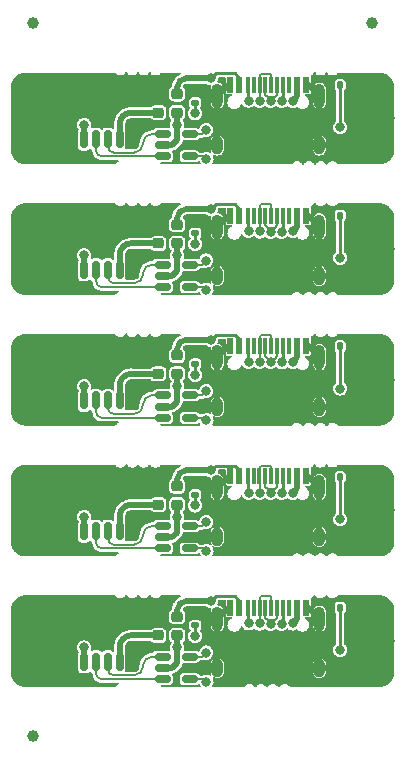
<source format=gbr>
%TF.GenerationSoftware,KiCad,Pcbnew,(6.0.5)*%
%TF.CreationDate,2022-06-02T02:11:43+02:00*%
%TF.ProjectId,5Panel_AKBDB,3550616e-656c-45f4-914b-4244422e6b69,R1*%
%TF.SameCoordinates,Original*%
%TF.FileFunction,Copper,L2,Bot*%
%TF.FilePolarity,Positive*%
%FSLAX46Y46*%
G04 Gerber Fmt 4.6, Leading zero omitted, Abs format (unit mm)*
G04 Created by KiCad (PCBNEW (6.0.5)) date 2022-06-02 02:11:43*
%MOMM*%
%LPD*%
G01*
G04 APERTURE LIST*
G04 Aperture macros list*
%AMRoundRect*
0 Rectangle with rounded corners*
0 $1 Rounding radius*
0 $2 $3 $4 $5 $6 $7 $8 $9 X,Y pos of 4 corners*
0 Add a 4 corners polygon primitive as box body*
4,1,4,$2,$3,$4,$5,$6,$7,$8,$9,$2,$3,0*
0 Add four circle primitives for the rounded corners*
1,1,$1+$1,$2,$3*
1,1,$1+$1,$4,$5*
1,1,$1+$1,$6,$7*
1,1,$1+$1,$8,$9*
0 Add four rect primitives between the rounded corners*
20,1,$1+$1,$2,$3,$4,$5,0*
20,1,$1+$1,$4,$5,$6,$7,0*
20,1,$1+$1,$6,$7,$8,$9,0*
20,1,$1+$1,$8,$9,$2,$3,0*%
G04 Aperture macros list end*
%TA.AperFunction,SMDPad,CuDef*%
%ADD10R,0.600000X1.450000*%
%TD*%
%TA.AperFunction,SMDPad,CuDef*%
%ADD11R,0.300000X1.450000*%
%TD*%
%TA.AperFunction,ComponentPad*%
%ADD12O,1.000000X1.600000*%
%TD*%
%TA.AperFunction,ComponentPad*%
%ADD13O,1.000000X2.100000*%
%TD*%
%TA.AperFunction,SMDPad,CuDef*%
%ADD14RoundRect,0.150000X0.512500X0.150000X-0.512500X0.150000X-0.512500X-0.150000X0.512500X-0.150000X0*%
%TD*%
%TA.AperFunction,SMDPad,CuDef*%
%ADD15RoundRect,0.135000X0.185000X-0.135000X0.185000X0.135000X-0.185000X0.135000X-0.185000X-0.135000X0*%
%TD*%
%TA.AperFunction,SMDPad,CuDef*%
%ADD16RoundRect,0.218750X-0.256250X0.218750X-0.256250X-0.218750X0.256250X-0.218750X0.256250X0.218750X0*%
%TD*%
%TA.AperFunction,SMDPad,CuDef*%
%ADD17RoundRect,0.135000X-0.135000X-0.185000X0.135000X-0.185000X0.135000X0.185000X-0.135000X0.185000X0*%
%TD*%
%TA.AperFunction,SMDPad,CuDef*%
%ADD18RoundRect,0.150000X-0.150000X-0.625000X0.150000X-0.625000X0.150000X0.625000X-0.150000X0.625000X0*%
%TD*%
%TA.AperFunction,SMDPad,CuDef*%
%ADD19RoundRect,0.250000X-0.350000X-0.650000X0.350000X-0.650000X0.350000X0.650000X-0.350000X0.650000X0*%
%TD*%
%TA.AperFunction,SMDPad,CuDef*%
%ADD20C,1.000000*%
%TD*%
%TA.AperFunction,ComponentPad*%
%ADD21C,3.500001*%
%TD*%
%TA.AperFunction,ComponentPad*%
%ADD22C,3.500000*%
%TD*%
%TA.AperFunction,ViaPad*%
%ADD23C,0.800000*%
%TD*%
%TA.AperFunction,Conductor*%
%ADD24C,0.508000*%
%TD*%
%TA.AperFunction,Conductor*%
%ADD25C,0.254000*%
%TD*%
%TA.AperFunction,Conductor*%
%ADD26C,0.200000*%
%TD*%
G04 APERTURE END LIST*
D10*
%TO.P,J1,1*%
%TO.N,N/C*%
X82006431Y-85222691D03*
%TO.P,J1,2*%
X81231431Y-85222691D03*
D11*
%TO.P,J1,3*%
X80531431Y-85222691D03*
%TO.P,J1,4*%
X80031431Y-85222691D03*
%TO.P,J1,5*%
X79531431Y-85222691D03*
%TO.P,J1,6*%
X79031431Y-85222691D03*
%TO.P,J1,7*%
X78531431Y-85222691D03*
%TO.P,J1,8*%
X78031431Y-85222691D03*
%TO.P,J1,9*%
X77531431Y-85222691D03*
%TO.P,J1,10*%
X77031431Y-85222691D03*
D10*
%TO.P,J1,11*%
X76331431Y-85222691D03*
%TO.P,J1,12*%
X75556431Y-85222691D03*
D12*
%TO.P,J1,13*%
X83101431Y-90317691D03*
X74461431Y-90317691D03*
D13*
X74461431Y-86137691D03*
X83101431Y-86137691D03*
%TD*%
D10*
%TO.P,J1,1*%
%TO.N,N/C*%
X81998326Y-74095296D03*
%TO.P,J1,2*%
X81223326Y-74095296D03*
D11*
%TO.P,J1,3*%
X80523326Y-74095296D03*
%TO.P,J1,4*%
X80023326Y-74095296D03*
%TO.P,J1,5*%
X79523326Y-74095296D03*
%TO.P,J1,6*%
X79023326Y-74095296D03*
%TO.P,J1,7*%
X78523326Y-74095296D03*
%TO.P,J1,8*%
X78023326Y-74095296D03*
%TO.P,J1,9*%
X77523326Y-74095296D03*
%TO.P,J1,10*%
X77023326Y-74095296D03*
D10*
%TO.P,J1,11*%
X76323326Y-74095296D03*
%TO.P,J1,12*%
X75548326Y-74095296D03*
D12*
%TO.P,J1,13*%
X83093326Y-79190296D03*
X74453326Y-79190296D03*
D13*
X74453326Y-75010296D03*
X83093326Y-75010296D03*
%TD*%
D10*
%TO.P,J1,1*%
%TO.N,N/C*%
X82006431Y-63092691D03*
%TO.P,J1,2*%
X81231431Y-63092691D03*
D11*
%TO.P,J1,3*%
X80531431Y-63092691D03*
%TO.P,J1,4*%
X80031431Y-63092691D03*
%TO.P,J1,5*%
X79531431Y-63092691D03*
%TO.P,J1,6*%
X79031431Y-63092691D03*
%TO.P,J1,7*%
X78531431Y-63092691D03*
%TO.P,J1,8*%
X78031431Y-63092691D03*
%TO.P,J1,9*%
X77531431Y-63092691D03*
%TO.P,J1,10*%
X77031431Y-63092691D03*
D10*
%TO.P,J1,11*%
X76331431Y-63092691D03*
%TO.P,J1,12*%
X75556431Y-63092691D03*
D12*
%TO.P,J1,13*%
X83101431Y-68187691D03*
X74461431Y-68187691D03*
D13*
X74461431Y-64007691D03*
X83101431Y-64007691D03*
%TD*%
D10*
%TO.P,J1,1*%
%TO.N,N/C*%
X82006431Y-52027691D03*
%TO.P,J1,2*%
X81231431Y-52027691D03*
D11*
%TO.P,J1,3*%
X80531431Y-52027691D03*
%TO.P,J1,4*%
X80031431Y-52027691D03*
%TO.P,J1,5*%
X79531431Y-52027691D03*
%TO.P,J1,6*%
X79031431Y-52027691D03*
%TO.P,J1,7*%
X78531431Y-52027691D03*
%TO.P,J1,8*%
X78031431Y-52027691D03*
%TO.P,J1,9*%
X77531431Y-52027691D03*
%TO.P,J1,10*%
X77031431Y-52027691D03*
D10*
%TO.P,J1,11*%
X76331431Y-52027691D03*
%TO.P,J1,12*%
X75556431Y-52027691D03*
D12*
%TO.P,J1,13*%
X83101431Y-57122691D03*
X74461431Y-57122691D03*
D13*
X74461431Y-52942691D03*
X83101431Y-52942691D03*
%TD*%
D12*
%TO.P,J1,13*%
%TO.N,N/C*%
X74461431Y-46057691D03*
X83101431Y-46057691D03*
D13*
X74461431Y-41877691D03*
X83101431Y-41877691D03*
D11*
%TO.P,J1,6*%
X79031431Y-40962691D03*
%TO.P,J1,7*%
X78531431Y-40962691D03*
%TO.P,J1,8*%
X78031431Y-40962691D03*
%TO.P,J1,5*%
X79531431Y-40962691D03*
%TO.P,J1,9*%
X77531431Y-40962691D03*
%TO.P,J1,4*%
X80031431Y-40962691D03*
%TO.P,J1,10*%
X77031431Y-40962691D03*
%TO.P,J1,3*%
X80531431Y-40962691D03*
D10*
%TO.P,J1,2*%
X81231431Y-40962691D03*
%TO.P,J1,11*%
X76331431Y-40962691D03*
%TO.P,J1,1*%
X82006431Y-40962691D03*
%TO.P,J1,12*%
X75556431Y-40962691D03*
%TD*%
D14*
%TO.P,U1,1,I/O1*%
%TO.N,Board_2-DBus+*%
X72126431Y-67234691D03*
%TO.P,U1,2,GND*%
%TO.N,Board_2-GNDPWR*%
X72126431Y-68184691D03*
%TO.P,U1,3,I/O2*%
%TO.N,Board_2-DBus-*%
X72126431Y-69134691D03*
%TO.P,U1,4,I/O2*%
%TO.N,Board_2-DN*%
X69851431Y-69134691D03*
%TO.P,U1,5,VBUS*%
%TO.N,Board_2-VCC*%
X69851431Y-68184691D03*
%TO.P,U1,6,I/O1*%
%TO.N,Board_2-DP*%
X69851431Y-67234691D03*
%TD*%
D15*
%TO.P,R2,1*%
%TO.N,Board_3-Net-(J1-PadB5)*%
X72591431Y-75649691D03*
%TO.P,R2,2*%
%TO.N,Board_3-GNDPWR*%
X72591431Y-74629691D03*
%TD*%
%TO.P,R2,1*%
%TO.N,Board_4-Net-(J1-PadB5)*%
X72591431Y-86714691D03*
%TO.P,R2,2*%
%TO.N,Board_4-GNDPWR*%
X72591431Y-85694691D03*
%TD*%
D16*
%TO.P,F1,1*%
%TO.N,Board_3-VBUS*%
X71066431Y-74915191D03*
%TO.P,F1,2*%
%TO.N,Board_3-VCC*%
X71066431Y-76490191D03*
%TD*%
%TO.P,F1,1*%
%TO.N,Board_4-VBUS*%
X71066431Y-85980191D03*
%TO.P,F1,2*%
%TO.N,Board_4-VCC*%
X71066431Y-87555191D03*
%TD*%
D17*
%TO.P,R1,1*%
%TO.N,Board_0-Net-(J1-PadA5)*%
X84858931Y-40964691D03*
%TO.P,R1,2*%
%TO.N,Board_0-GNDPWR*%
X85878931Y-40964691D03*
%TD*%
D14*
%TO.P,U1,1,I/O1*%
%TO.N,Board_1-DBus+*%
X72126431Y-56169691D03*
%TO.P,U1,2,GND*%
%TO.N,Board_1-GNDPWR*%
X72126431Y-57119691D03*
%TO.P,U1,3,I/O2*%
%TO.N,Board_1-DBus-*%
X72126431Y-58069691D03*
%TO.P,U1,4,I/O2*%
%TO.N,Board_1-DN*%
X69851431Y-58069691D03*
%TO.P,U1,5,VBUS*%
%TO.N,Board_1-VCC*%
X69851431Y-57119691D03*
%TO.P,U1,6,I/O1*%
%TO.N,Board_1-DP*%
X69851431Y-56169691D03*
%TD*%
D15*
%TO.P,R2,1*%
%TO.N,Board_0-Net-(J1-PadB5)*%
X72591431Y-42454691D03*
%TO.P,R2,2*%
%TO.N,Board_0-GNDPWR*%
X72591431Y-41434691D03*
%TD*%
D18*
%TO.P,J2,1,Pin_1*%
%TO.N,Board_3-VCC*%
X63181431Y-78732691D03*
%TO.P,J2,2,Pin_2*%
%TO.N,Board_3-DN*%
X64181431Y-78732691D03*
%TO.P,J2,3,Pin_3*%
%TO.N,Board_3-DP*%
X65181431Y-78732691D03*
%TO.P,J2,4,Pin_4*%
%TO.N,Board_3-GND*%
X66181431Y-78732691D03*
D19*
%TO.P,J2,MP,MountPin*%
%TO.N,Board_3-GNDPWR*%
X61881431Y-74857691D03*
X67481431Y-74857691D03*
%TD*%
D17*
%TO.P,R1,1*%
%TO.N,Board_1-Net-(J1-PadA5)*%
X84858931Y-52029691D03*
%TO.P,R1,2*%
%TO.N,Board_1-GNDPWR*%
X85878931Y-52029691D03*
%TD*%
D20*
%TO.P,REF\u002A\u002A,*%
%TO.N,*%
X87586948Y-35752391D03*
%TD*%
D15*
%TO.P,R2,1*%
%TO.N,Board_1-Net-(J1-PadB5)*%
X72591431Y-53519691D03*
%TO.P,R2,2*%
%TO.N,Board_1-GNDPWR*%
X72591431Y-52499691D03*
%TD*%
D17*
%TO.P,R1,1*%
%TO.N,Board_2-Net-(J1-PadA5)*%
X84858931Y-63094691D03*
%TO.P,R1,2*%
%TO.N,Board_2-GNDPWR*%
X85878931Y-63094691D03*
%TD*%
D14*
%TO.P,U1,1,I/O1*%
%TO.N,Board_0-DBus+*%
X72126431Y-45104691D03*
%TO.P,U1,2,GND*%
%TO.N,Board_0-GNDPWR*%
X72126431Y-46054691D03*
%TO.P,U1,3,I/O2*%
%TO.N,Board_0-DBus-*%
X72126431Y-47004691D03*
%TO.P,U1,4,I/O2*%
%TO.N,Board_0-DN*%
X69851431Y-47004691D03*
%TO.P,U1,5,VBUS*%
%TO.N,Board_0-VCC*%
X69851431Y-46054691D03*
%TO.P,U1,6,I/O1*%
%TO.N,Board_0-DP*%
X69851431Y-45104691D03*
%TD*%
D17*
%TO.P,R1,1*%
%TO.N,Board_4-Net-(J1-PadA5)*%
X84858931Y-85224691D03*
%TO.P,R1,2*%
%TO.N,Board_4-GNDPWR*%
X85878931Y-85224691D03*
%TD*%
D18*
%TO.P,J2,1,Pin_1*%
%TO.N,Board_0-VCC*%
X63181431Y-45537691D03*
%TO.P,J2,2,Pin_2*%
%TO.N,Board_0-DN*%
X64181431Y-45537691D03*
%TO.P,J2,3,Pin_3*%
%TO.N,Board_0-DP*%
X65181431Y-45537691D03*
%TO.P,J2,4,Pin_4*%
%TO.N,Board_0-GND*%
X66181431Y-45537691D03*
D19*
%TO.P,J2,MP,MountPin*%
%TO.N,Board_0-GNDPWR*%
X61881431Y-41662691D03*
X67481431Y-41662691D03*
%TD*%
D14*
%TO.P,U1,1,I/O1*%
%TO.N,Board_3-DBus+*%
X72126431Y-78299691D03*
%TO.P,U1,2,GND*%
%TO.N,Board_3-GNDPWR*%
X72126431Y-79249691D03*
%TO.P,U1,3,I/O2*%
%TO.N,Board_3-DBus-*%
X72126431Y-80199691D03*
%TO.P,U1,4,I/O2*%
%TO.N,Board_3-DN*%
X69851431Y-80199691D03*
%TO.P,U1,5,VBUS*%
%TO.N,Board_3-VCC*%
X69851431Y-79249691D03*
%TO.P,U1,6,I/O1*%
%TO.N,Board_3-DP*%
X69851431Y-78299691D03*
%TD*%
D18*
%TO.P,J2,1,Pin_1*%
%TO.N,Board_1-VCC*%
X63181431Y-56602691D03*
%TO.P,J2,2,Pin_2*%
%TO.N,Board_1-DN*%
X64181431Y-56602691D03*
%TO.P,J2,3,Pin_3*%
%TO.N,Board_1-DP*%
X65181431Y-56602691D03*
%TO.P,J2,4,Pin_4*%
%TO.N,Board_1-GND*%
X66181431Y-56602691D03*
D19*
%TO.P,J2,MP,MountPin*%
%TO.N,Board_1-GNDPWR*%
X61881431Y-52727691D03*
X67481431Y-52727691D03*
%TD*%
D18*
%TO.P,J2,1,Pin_1*%
%TO.N,Board_2-VCC*%
X63181431Y-67667691D03*
%TO.P,J2,2,Pin_2*%
%TO.N,Board_2-DN*%
X64181431Y-67667691D03*
%TO.P,J2,3,Pin_3*%
%TO.N,Board_2-DP*%
X65181431Y-67667691D03*
%TO.P,J2,4,Pin_4*%
%TO.N,Board_2-GND*%
X66181431Y-67667691D03*
D19*
%TO.P,J2,MP,MountPin*%
%TO.N,Board_2-GNDPWR*%
X67481431Y-63792691D03*
X61881431Y-63792691D03*
%TD*%
D20*
%TO.P,REF\u002A\u002A,*%
%TO.N,*%
X58820949Y-35752391D03*
%TD*%
%TO.P,REF\u002A\u002A,*%
%TO.N,*%
X58820949Y-96077391D03*
%TD*%
D16*
%TO.P,F1,1*%
%TO.N,Board_1-VBUS*%
X71066431Y-52785191D03*
%TO.P,F1,2*%
%TO.N,Board_1-VCC*%
X71066431Y-54360191D03*
%TD*%
%TO.P,L1,1,1*%
%TO.N,Board_2-GNDPWR*%
X69468931Y-63847191D03*
%TO.P,L1,2,2*%
%TO.N,Board_2-GND*%
X69468931Y-65422191D03*
%TD*%
%TO.P,F1,1*%
%TO.N,Board_2-VBUS*%
X71066431Y-63850191D03*
%TO.P,F1,2*%
%TO.N,Board_2-VCC*%
X71066431Y-65425191D03*
%TD*%
%TO.P,L1,1,1*%
%TO.N,Board_3-GNDPWR*%
X69468931Y-74912191D03*
%TO.P,L1,2,2*%
%TO.N,Board_3-GND*%
X69468931Y-76487191D03*
%TD*%
D17*
%TO.P,R1,1*%
%TO.N,Board_3-Net-(J1-PadA5)*%
X84858931Y-74159691D03*
%TO.P,R1,2*%
%TO.N,Board_3-GNDPWR*%
X85878931Y-74159691D03*
%TD*%
D18*
%TO.P,J2,1,Pin_1*%
%TO.N,Board_4-VCC*%
X63181431Y-89797691D03*
%TO.P,J2,2,Pin_2*%
%TO.N,Board_4-DN*%
X64181431Y-89797691D03*
%TO.P,J2,3,Pin_3*%
%TO.N,Board_4-DP*%
X65181431Y-89797691D03*
%TO.P,J2,4,Pin_4*%
%TO.N,Board_4-GND*%
X66181431Y-89797691D03*
D19*
%TO.P,J2,MP,MountPin*%
%TO.N,Board_4-GNDPWR*%
X61881431Y-85922691D03*
X67481431Y-85922691D03*
%TD*%
D16*
%TO.P,L1,1,1*%
%TO.N,Board_1-GNDPWR*%
X69468931Y-52782191D03*
%TO.P,L1,2,2*%
%TO.N,Board_1-GND*%
X69468931Y-54357191D03*
%TD*%
D15*
%TO.P,R2,1*%
%TO.N,Board_2-Net-(J1-PadB5)*%
X72591431Y-64584691D03*
%TO.P,R2,2*%
%TO.N,Board_2-GNDPWR*%
X72591431Y-63564691D03*
%TD*%
D16*
%TO.P,F1,1*%
%TO.N,Board_0-VBUS*%
X71066431Y-41720191D03*
%TO.P,F1,2*%
%TO.N,Board_0-VCC*%
X71066431Y-43295191D03*
%TD*%
%TO.P,L1,1,1*%
%TO.N,Board_0-GNDPWR*%
X69468931Y-41717191D03*
%TO.P,L1,2,2*%
%TO.N,Board_0-GND*%
X69468931Y-43292191D03*
%TD*%
D14*
%TO.P,U1,1,I/O1*%
%TO.N,Board_4-DBus+*%
X72126431Y-89364691D03*
%TO.P,U1,2,GND*%
%TO.N,Board_4-GNDPWR*%
X72126431Y-90314691D03*
%TO.P,U1,3,I/O2*%
%TO.N,Board_4-DBus-*%
X72126431Y-91264691D03*
%TO.P,U1,4,I/O2*%
%TO.N,Board_4-DN*%
X69851431Y-91264691D03*
%TO.P,U1,5,VBUS*%
%TO.N,Board_4-VCC*%
X69851431Y-90314691D03*
%TO.P,U1,6,I/O1*%
%TO.N,Board_4-DP*%
X69851431Y-89364691D03*
%TD*%
D16*
%TO.P,L1,1,1*%
%TO.N,Board_4-GNDPWR*%
X69468931Y-85977191D03*
%TO.P,L1,2,2*%
%TO.N,Board_4-GND*%
X69468931Y-87552191D03*
%TD*%
D21*
%TO.P,MH2,1,Pin_1*%
%TO.N,Board_3-GNDPWR*%
X87736431Y-76972691D03*
%TD*%
%TO.P,MH2,1,Pin_1*%
%TO.N,Board_0-GNDPWR*%
X87736431Y-43777691D03*
%TD*%
%TO.P,MH2,1,Pin_1*%
%TO.N,Board_2-GNDPWR*%
X87736431Y-65907691D03*
%TD*%
D22*
%TO.P,MH1,1,Pin_1*%
%TO.N,Board_0-GNDPWR*%
X58852931Y-43782373D03*
%TD*%
D21*
%TO.P,MH2,1,Pin_1*%
%TO.N,Board_4-GNDPWR*%
X87736431Y-88037691D03*
%TD*%
%TO.P,MH2,1,Pin_1*%
%TO.N,Board_1-GNDPWR*%
X87736431Y-54842691D03*
%TD*%
D22*
%TO.P,MH1,1,Pin_1*%
%TO.N,Board_3-GNDPWR*%
X58852931Y-76977373D03*
%TD*%
%TO.P,MH1,1,Pin_1*%
%TO.N,Board_1-GNDPWR*%
X58852931Y-54847373D03*
%TD*%
%TO.P,MH1,1,Pin_1*%
%TO.N,Board_4-GNDPWR*%
X58852931Y-88042373D03*
%TD*%
%TO.P,MH1,1,Pin_1*%
%TO.N,Board_2-GNDPWR*%
X58852931Y-65912373D03*
%TD*%
D23*
%TO.N,Board_4-VCC*%
X63178931Y-88584691D03*
X71058011Y-88573771D03*
%TO.N,Board_4-VBUS*%
X80841431Y-86542691D03*
X73918931Y-84654691D03*
%TO.N,Board_4-Net-(J1-PadB5)*%
X72591431Y-87617691D03*
X77104956Y-86540603D03*
%TO.N,Board_4-Net-(J1-PadA5)*%
X79892685Y-86572442D03*
X84866431Y-88792691D03*
%TO.N,Board_4-GNDPWR*%
X86758931Y-85224691D03*
X69468931Y-84944691D03*
%TO.N,Board_4-DBus-*%
X73531431Y-91477691D03*
X78961431Y-86567691D03*
%TO.N,Board_4-DBus+*%
X73521431Y-89017691D03*
X78031431Y-86547691D03*
%TO.N,Board_3-VCC*%
X63178931Y-77519691D03*
X71058011Y-77508771D03*
%TO.N,Board_3-VBUS*%
X80841431Y-75477691D03*
X73918931Y-73589691D03*
%TO.N,Board_3-Net-(J1-PadB5)*%
X72591431Y-76552691D03*
X77104956Y-75475603D03*
%TO.N,Board_3-Net-(J1-PadA5)*%
X79892685Y-75507442D03*
X84866431Y-77727691D03*
%TO.N,Board_3-GNDPWR*%
X86758931Y-74159691D03*
X69468931Y-73879691D03*
%TO.N,Board_3-DBus-*%
X73531431Y-80412691D03*
X78961431Y-75502691D03*
%TO.N,Board_3-DBus+*%
X73521431Y-77952691D03*
X78031431Y-75482691D03*
%TO.N,Board_2-VCC*%
X63178931Y-66454691D03*
X71058011Y-66443771D03*
%TO.N,Board_2-VBUS*%
X80841431Y-64412691D03*
X73918931Y-62524691D03*
%TO.N,Board_2-Net-(J1-PadB5)*%
X72591431Y-65487691D03*
X77104956Y-64410603D03*
%TO.N,Board_2-Net-(J1-PadA5)*%
X79892685Y-64442442D03*
X84866431Y-66662691D03*
%TO.N,Board_2-GNDPWR*%
X86758931Y-63094691D03*
X69468931Y-62814691D03*
%TO.N,Board_2-DBus-*%
X73531431Y-69347691D03*
X78961431Y-64437691D03*
%TO.N,Board_2-DBus+*%
X73521431Y-66887691D03*
X78031431Y-64417691D03*
%TO.N,Board_1-VCC*%
X63178931Y-55389691D03*
X71058011Y-55378771D03*
%TO.N,Board_1-VBUS*%
X80841431Y-53347691D03*
X73918931Y-51459691D03*
%TO.N,Board_1-Net-(J1-PadB5)*%
X72591431Y-54422691D03*
X77104956Y-53345603D03*
%TO.N,Board_1-Net-(J1-PadA5)*%
X79892685Y-53377442D03*
X84866431Y-55597691D03*
%TO.N,Board_1-GNDPWR*%
X86758931Y-52029691D03*
X69468931Y-51749691D03*
%TO.N,Board_1-DBus-*%
X73531431Y-58282691D03*
X78961431Y-53372691D03*
%TO.N,Board_1-DBus+*%
X73521431Y-55822691D03*
X78031431Y-53352691D03*
%TO.N,Board_0-VCC*%
X63178931Y-44324691D03*
X71058011Y-44313771D03*
%TO.N,Board_0-VBUS*%
X80841431Y-42282691D03*
X73918931Y-40394691D03*
%TO.N,Board_0-Net-(J1-PadB5)*%
X72591431Y-43357691D03*
X77104956Y-42280603D03*
%TO.N,Board_0-Net-(J1-PadA5)*%
X79892685Y-42312442D03*
X84866431Y-44532691D03*
%TO.N,Board_0-GNDPWR*%
X86758931Y-40964691D03*
X69468931Y-40684691D03*
%TO.N,Board_0-DBus-*%
X73531431Y-47217691D03*
X78961431Y-42307691D03*
%TO.N,Board_0-DBus+*%
X73521431Y-44757691D03*
X78031431Y-42287691D03*
%TD*%
D24*
%TO.N,Board_4-VCC*%
X71058011Y-89915611D02*
X70658931Y-90314691D01*
X71066431Y-87555191D02*
X71058011Y-87563611D01*
X71058011Y-87563611D02*
X71058011Y-89915611D01*
X70658931Y-90314691D02*
X69851431Y-90314691D01*
X63178931Y-88584691D02*
X63178931Y-89995191D01*
%TO.N,Board_4-VBUS*%
X71816431Y-84654731D02*
G75*
G03*
X71066431Y-85404691I-31J-749969D01*
G01*
X81231431Y-86158713D02*
X81231431Y-85222691D01*
X73928931Y-84654691D02*
X71816431Y-84654691D01*
D25*
X76331431Y-85222691D02*
X76331431Y-84636169D01*
X74329442Y-84244180D02*
X73918931Y-84654691D01*
X76331431Y-84636169D02*
X75939442Y-84244180D01*
D24*
X80847453Y-86542691D02*
X81231431Y-86158713D01*
X71066431Y-85980191D02*
X71066431Y-85404691D01*
D25*
X75939442Y-84244180D02*
X74329442Y-84244180D01*
D24*
X73928931Y-84654691D02*
X73918931Y-84654691D01*
D25*
%TO.N,Board_4-Net-(J1-PadB5)*%
X77031431Y-86467078D02*
X77104956Y-86540603D01*
X77031431Y-85222691D02*
X77031431Y-86467078D01*
X72591431Y-87617691D02*
X72591431Y-86714691D01*
%TO.N,Board_4-Net-(J1-PadA5)*%
X80031431Y-85222691D02*
X80031431Y-86433696D01*
X84866431Y-88792691D02*
X84858931Y-85224691D01*
X80031431Y-86433696D02*
X79892685Y-86572442D01*
D24*
%TO.N,Board_4-GNDPWR*%
X83101431Y-86137691D02*
X83101431Y-90317691D01*
X75376431Y-85222691D02*
X74461431Y-86137691D01*
D25*
X69468931Y-85977191D02*
X69468931Y-84944691D01*
D24*
X74461431Y-90317691D02*
X72128931Y-90317691D01*
X85401431Y-90317691D02*
X87681431Y-88037691D01*
X74461431Y-86137691D02*
X74461431Y-90317691D01*
X75531431Y-85222691D02*
X75376431Y-85222691D01*
X82031431Y-85222691D02*
X82186431Y-85222691D01*
D25*
X72591431Y-85694691D02*
X74018431Y-85694691D01*
D24*
X83101431Y-90317691D02*
X85401431Y-90317691D01*
D25*
X74018431Y-85694691D02*
X74461431Y-86137691D01*
D24*
X82186431Y-85222691D02*
X83101431Y-86137691D01*
D25*
X85878931Y-85224691D02*
X86758931Y-85224691D01*
D24*
%TO.N,Board_4-GND*%
X66178891Y-88552191D02*
G75*
G02*
X67178931Y-87552191I1000009J-9D01*
G01*
X66178931Y-89795191D02*
X66178931Y-88552191D01*
X69468931Y-87552191D02*
X67178931Y-87552191D01*
X66178931Y-89795191D02*
X66181431Y-89797691D01*
D26*
%TO.N,Board_4-DP*%
X67418931Y-90938231D02*
G75*
G03*
X68168931Y-90188171I-31J750031D01*
G01*
X65681431Y-90938169D02*
G75*
G02*
X65181431Y-90438171I-31J499969D01*
G01*
X68168891Y-90114691D02*
G75*
G02*
X68918931Y-89364691I750009J-9D01*
G01*
X69851431Y-89364691D02*
X68918931Y-89364691D01*
X67418931Y-90938171D02*
X65681431Y-90938171D01*
X68168931Y-90188171D02*
X68168931Y-90114691D01*
X65181431Y-89797691D02*
X65181431Y-90438171D01*
%TO.N,Board_4-DN*%
X64681431Y-91264669D02*
G75*
G02*
X64181431Y-90764691I-31J499969D01*
G01*
X64181431Y-89797691D02*
X64181431Y-90764691D01*
X69851431Y-91264691D02*
X64681431Y-91264691D01*
%TO.N,Board_4-DBus-*%
X78961431Y-86257691D02*
X78738409Y-86257691D01*
X78961431Y-86257691D02*
X78961431Y-86567691D01*
X78531431Y-86050713D02*
X78531431Y-85222691D01*
X79531431Y-86047691D02*
X79321431Y-86257691D01*
X72128931Y-91267691D02*
X73321431Y-91267691D01*
X78738409Y-86257691D02*
X78531431Y-86050713D01*
X79531431Y-85222691D02*
X79531431Y-86047691D01*
X73321431Y-91267691D02*
X73531431Y-91477691D01*
X79321431Y-86257691D02*
X78961431Y-86257691D01*
%TO.N,Board_4-DBus+*%
X78031431Y-84394669D02*
X78158409Y-84267691D01*
X78961431Y-84267691D02*
X79031431Y-84337691D01*
X73171431Y-89367691D02*
X73521431Y-89017691D01*
X72128931Y-89367691D02*
X73171431Y-89367691D01*
X78158409Y-84267691D02*
X78961431Y-84267691D01*
X78031431Y-85222691D02*
X78031431Y-84394669D01*
X78031431Y-85222691D02*
X78031431Y-86547691D01*
X79031431Y-84337691D02*
X79031431Y-85222691D01*
D24*
%TO.N,Board_3-VCC*%
X71058011Y-78850611D02*
X70658931Y-79249691D01*
X71066431Y-76490191D02*
X71058011Y-76498611D01*
X71058011Y-76498611D02*
X71058011Y-78850611D01*
X70658931Y-79249691D02*
X69851431Y-79249691D01*
X63178931Y-77519691D02*
X63178931Y-78930191D01*
%TO.N,Board_3-VBUS*%
X71816431Y-73589731D02*
G75*
G03*
X71066431Y-74339691I-31J-749969D01*
G01*
X81231431Y-75093713D02*
X81231431Y-74157691D01*
X73928931Y-73589691D02*
X71816431Y-73589691D01*
D25*
X76331431Y-74157691D02*
X76331431Y-73571169D01*
X74329442Y-73179180D02*
X73918931Y-73589691D01*
X76331431Y-73571169D02*
X75939442Y-73179180D01*
D24*
X80847453Y-75477691D02*
X81231431Y-75093713D01*
X71066431Y-74915191D02*
X71066431Y-74339691D01*
D25*
X75939442Y-73179180D02*
X74329442Y-73179180D01*
D24*
X73928931Y-73589691D02*
X73918931Y-73589691D01*
D25*
%TO.N,Board_3-Net-(J1-PadB5)*%
X77031431Y-75402078D02*
X77104956Y-75475603D01*
X77031431Y-74157691D02*
X77031431Y-75402078D01*
X72591431Y-76552691D02*
X72591431Y-75649691D01*
%TO.N,Board_3-Net-(J1-PadA5)*%
X80031431Y-74157691D02*
X80031431Y-75368696D01*
X84866431Y-77727691D02*
X84858931Y-74159691D01*
X80031431Y-75368696D02*
X79892685Y-75507442D01*
D24*
%TO.N,Board_3-GNDPWR*%
X83101431Y-75072691D02*
X83101431Y-79252691D01*
X75376431Y-74157691D02*
X74461431Y-75072691D01*
D25*
X69468931Y-74912191D02*
X69468931Y-73879691D01*
D24*
X74461431Y-79252691D02*
X72128931Y-79252691D01*
X85401431Y-79252691D02*
X87681431Y-76972691D01*
X74461431Y-75072691D02*
X74461431Y-79252691D01*
X75531431Y-74157691D02*
X75376431Y-74157691D01*
X82031431Y-74157691D02*
X82186431Y-74157691D01*
D25*
X72591431Y-74629691D02*
X74018431Y-74629691D01*
D24*
X83101431Y-79252691D02*
X85401431Y-79252691D01*
D25*
X74018431Y-74629691D02*
X74461431Y-75072691D01*
D24*
X82186431Y-74157691D02*
X83101431Y-75072691D01*
D25*
X85878931Y-74159691D02*
X86758931Y-74159691D01*
D24*
%TO.N,Board_3-GND*%
X66178891Y-77487191D02*
G75*
G02*
X67178931Y-76487191I1000009J-9D01*
G01*
X66178931Y-78730191D02*
X66178931Y-77487191D01*
X69468931Y-76487191D02*
X67178931Y-76487191D01*
X66178931Y-78730191D02*
X66181431Y-78732691D01*
D26*
%TO.N,Board_3-DP*%
X67418931Y-79873231D02*
G75*
G03*
X68168931Y-79123171I-31J750031D01*
G01*
X65681431Y-79873169D02*
G75*
G02*
X65181431Y-79373171I-31J499969D01*
G01*
X68168891Y-79049691D02*
G75*
G02*
X68918931Y-78299691I750009J-9D01*
G01*
X69851431Y-78299691D02*
X68918931Y-78299691D01*
X67418931Y-79873171D02*
X65681431Y-79873171D01*
X68168931Y-79123171D02*
X68168931Y-79049691D01*
X65181431Y-78732691D02*
X65181431Y-79373171D01*
%TO.N,Board_3-DN*%
X64681431Y-80199669D02*
G75*
G02*
X64181431Y-79699691I-31J499969D01*
G01*
X64181431Y-78732691D02*
X64181431Y-79699691D01*
X69851431Y-80199691D02*
X64681431Y-80199691D01*
%TO.N,Board_3-DBus-*%
X78961431Y-75192691D02*
X78738409Y-75192691D01*
X78961431Y-75192691D02*
X78961431Y-75502691D01*
X78531431Y-74985713D02*
X78531431Y-74157691D01*
X79531431Y-74982691D02*
X79321431Y-75192691D01*
X72128931Y-80202691D02*
X73321431Y-80202691D01*
X78738409Y-75192691D02*
X78531431Y-74985713D01*
X79531431Y-74157691D02*
X79531431Y-74982691D01*
X73321431Y-80202691D02*
X73531431Y-80412691D01*
X79321431Y-75192691D02*
X78961431Y-75192691D01*
%TO.N,Board_3-DBus+*%
X78031431Y-73329669D02*
X78158409Y-73202691D01*
X78961431Y-73202691D02*
X79031431Y-73272691D01*
X73171431Y-78302691D02*
X73521431Y-77952691D01*
X72128931Y-78302691D02*
X73171431Y-78302691D01*
X78158409Y-73202691D02*
X78961431Y-73202691D01*
X78031431Y-74157691D02*
X78031431Y-73329669D01*
X78031431Y-74157691D02*
X78031431Y-75482691D01*
X79031431Y-73272691D02*
X79031431Y-74157691D01*
D24*
%TO.N,Board_2-VCC*%
X71058011Y-67785611D02*
X70658931Y-68184691D01*
X71066431Y-65425191D02*
X71058011Y-65433611D01*
X71058011Y-65433611D02*
X71058011Y-67785611D01*
X70658931Y-68184691D02*
X69851431Y-68184691D01*
X63178931Y-66454691D02*
X63178931Y-67865191D01*
%TO.N,Board_2-VBUS*%
X71816431Y-62524731D02*
G75*
G03*
X71066431Y-63274691I-31J-749969D01*
G01*
X81231431Y-64028713D02*
X81231431Y-63092691D01*
X73928931Y-62524691D02*
X71816431Y-62524691D01*
D25*
X76331431Y-63092691D02*
X76331431Y-62506169D01*
X74329442Y-62114180D02*
X73918931Y-62524691D01*
X76331431Y-62506169D02*
X75939442Y-62114180D01*
D24*
X80847453Y-64412691D02*
X81231431Y-64028713D01*
X71066431Y-63850191D02*
X71066431Y-63274691D01*
D25*
X75939442Y-62114180D02*
X74329442Y-62114180D01*
D24*
X73928931Y-62524691D02*
X73918931Y-62524691D01*
D25*
%TO.N,Board_2-Net-(J1-PadB5)*%
X77031431Y-64337078D02*
X77104956Y-64410603D01*
X77031431Y-63092691D02*
X77031431Y-64337078D01*
X72591431Y-65487691D02*
X72591431Y-64584691D01*
%TO.N,Board_2-Net-(J1-PadA5)*%
X80031431Y-63092691D02*
X80031431Y-64303696D01*
X84866431Y-66662691D02*
X84858931Y-63094691D01*
X80031431Y-64303696D02*
X79892685Y-64442442D01*
D24*
%TO.N,Board_2-GNDPWR*%
X83101431Y-64007691D02*
X83101431Y-68187691D01*
X75376431Y-63092691D02*
X74461431Y-64007691D01*
D25*
X69468931Y-63847191D02*
X69468931Y-62814691D01*
D24*
X74461431Y-68187691D02*
X72128931Y-68187691D01*
X85401431Y-68187691D02*
X87681431Y-65907691D01*
X74461431Y-64007691D02*
X74461431Y-68187691D01*
X75531431Y-63092691D02*
X75376431Y-63092691D01*
X82031431Y-63092691D02*
X82186431Y-63092691D01*
D25*
X72591431Y-63564691D02*
X74018431Y-63564691D01*
D24*
X83101431Y-68187691D02*
X85401431Y-68187691D01*
D25*
X74018431Y-63564691D02*
X74461431Y-64007691D01*
D24*
X82186431Y-63092691D02*
X83101431Y-64007691D01*
D25*
X85878931Y-63094691D02*
X86758931Y-63094691D01*
D24*
%TO.N,Board_2-GND*%
X66178891Y-66422191D02*
G75*
G02*
X67178931Y-65422191I1000009J-9D01*
G01*
X66178931Y-67665191D02*
X66178931Y-66422191D01*
X69468931Y-65422191D02*
X67178931Y-65422191D01*
X66178931Y-67665191D02*
X66181431Y-67667691D01*
D26*
%TO.N,Board_2-DP*%
X67418931Y-68808231D02*
G75*
G03*
X68168931Y-68058171I-31J750031D01*
G01*
X65681431Y-68808169D02*
G75*
G02*
X65181431Y-68308171I-31J499969D01*
G01*
X68168891Y-67984691D02*
G75*
G02*
X68918931Y-67234691I750009J-9D01*
G01*
X69851431Y-67234691D02*
X68918931Y-67234691D01*
X67418931Y-68808171D02*
X65681431Y-68808171D01*
X68168931Y-68058171D02*
X68168931Y-67984691D01*
X65181431Y-67667691D02*
X65181431Y-68308171D01*
%TO.N,Board_2-DN*%
X64681431Y-69134669D02*
G75*
G02*
X64181431Y-68634691I-31J499969D01*
G01*
X64181431Y-67667691D02*
X64181431Y-68634691D01*
X69851431Y-69134691D02*
X64681431Y-69134691D01*
%TO.N,Board_2-DBus-*%
X78961431Y-64127691D02*
X78738409Y-64127691D01*
X78961431Y-64127691D02*
X78961431Y-64437691D01*
X78531431Y-63920713D02*
X78531431Y-63092691D01*
X79531431Y-63917691D02*
X79321431Y-64127691D01*
X72128931Y-69137691D02*
X73321431Y-69137691D01*
X78738409Y-64127691D02*
X78531431Y-63920713D01*
X79531431Y-63092691D02*
X79531431Y-63917691D01*
X73321431Y-69137691D02*
X73531431Y-69347691D01*
X79321431Y-64127691D02*
X78961431Y-64127691D01*
%TO.N,Board_2-DBus+*%
X78031431Y-62264669D02*
X78158409Y-62137691D01*
X78961431Y-62137691D02*
X79031431Y-62207691D01*
X73171431Y-67237691D02*
X73521431Y-66887691D01*
X72128931Y-67237691D02*
X73171431Y-67237691D01*
X78158409Y-62137691D02*
X78961431Y-62137691D01*
X78031431Y-63092691D02*
X78031431Y-62264669D01*
X78031431Y-63092691D02*
X78031431Y-64417691D01*
X79031431Y-62207691D02*
X79031431Y-63092691D01*
D24*
%TO.N,Board_1-VCC*%
X71058011Y-56720611D02*
X70658931Y-57119691D01*
X71066431Y-54360191D02*
X71058011Y-54368611D01*
X71058011Y-54368611D02*
X71058011Y-56720611D01*
X70658931Y-57119691D02*
X69851431Y-57119691D01*
X63178931Y-55389691D02*
X63178931Y-56800191D01*
%TO.N,Board_1-VBUS*%
X71816431Y-51459731D02*
G75*
G03*
X71066431Y-52209691I-31J-749969D01*
G01*
X81231431Y-52963713D02*
X81231431Y-52027691D01*
X73928931Y-51459691D02*
X71816431Y-51459691D01*
D25*
X76331431Y-52027691D02*
X76331431Y-51441169D01*
X74329442Y-51049180D02*
X73918931Y-51459691D01*
X76331431Y-51441169D02*
X75939442Y-51049180D01*
D24*
X80847453Y-53347691D02*
X81231431Y-52963713D01*
X71066431Y-52785191D02*
X71066431Y-52209691D01*
D25*
X75939442Y-51049180D02*
X74329442Y-51049180D01*
D24*
X73928931Y-51459691D02*
X73918931Y-51459691D01*
D25*
%TO.N,Board_1-Net-(J1-PadB5)*%
X77031431Y-53272078D02*
X77104956Y-53345603D01*
X77031431Y-52027691D02*
X77031431Y-53272078D01*
X72591431Y-54422691D02*
X72591431Y-53519691D01*
%TO.N,Board_1-Net-(J1-PadA5)*%
X80031431Y-52027691D02*
X80031431Y-53238696D01*
X84866431Y-55597691D02*
X84858931Y-52029691D01*
X80031431Y-53238696D02*
X79892685Y-53377442D01*
D24*
%TO.N,Board_1-GNDPWR*%
X83101431Y-52942691D02*
X83101431Y-57122691D01*
X75376431Y-52027691D02*
X74461431Y-52942691D01*
D25*
X69468931Y-52782191D02*
X69468931Y-51749691D01*
D24*
X74461431Y-57122691D02*
X72128931Y-57122691D01*
X85401431Y-57122691D02*
X87681431Y-54842691D01*
X74461431Y-52942691D02*
X74461431Y-57122691D01*
X75531431Y-52027691D02*
X75376431Y-52027691D01*
X82031431Y-52027691D02*
X82186431Y-52027691D01*
D25*
X72591431Y-52499691D02*
X74018431Y-52499691D01*
D24*
X83101431Y-57122691D02*
X85401431Y-57122691D01*
D25*
X74018431Y-52499691D02*
X74461431Y-52942691D01*
D24*
X82186431Y-52027691D02*
X83101431Y-52942691D01*
D25*
X85878931Y-52029691D02*
X86758931Y-52029691D01*
D24*
%TO.N,Board_1-GND*%
X66178891Y-55357191D02*
G75*
G02*
X67178931Y-54357191I1000009J-9D01*
G01*
X66178931Y-56600191D02*
X66178931Y-55357191D01*
X69468931Y-54357191D02*
X67178931Y-54357191D01*
X66178931Y-56600191D02*
X66181431Y-56602691D01*
D26*
%TO.N,Board_1-DP*%
X67418931Y-57743231D02*
G75*
G03*
X68168931Y-56993171I-31J750031D01*
G01*
X65681431Y-57743169D02*
G75*
G02*
X65181431Y-57243171I-31J499969D01*
G01*
X68168891Y-56919691D02*
G75*
G02*
X68918931Y-56169691I750009J-9D01*
G01*
X69851431Y-56169691D02*
X68918931Y-56169691D01*
X67418931Y-57743171D02*
X65681431Y-57743171D01*
X68168931Y-56993171D02*
X68168931Y-56919691D01*
X65181431Y-56602691D02*
X65181431Y-57243171D01*
%TO.N,Board_1-DN*%
X64681431Y-58069669D02*
G75*
G02*
X64181431Y-57569691I-31J499969D01*
G01*
X64181431Y-56602691D02*
X64181431Y-57569691D01*
X69851431Y-58069691D02*
X64681431Y-58069691D01*
%TO.N,Board_1-DBus-*%
X78961431Y-53062691D02*
X78738409Y-53062691D01*
X78961431Y-53062691D02*
X78961431Y-53372691D01*
X78531431Y-52855713D02*
X78531431Y-52027691D01*
X79531431Y-52852691D02*
X79321431Y-53062691D01*
X72128931Y-58072691D02*
X73321431Y-58072691D01*
X78738409Y-53062691D02*
X78531431Y-52855713D01*
X79531431Y-52027691D02*
X79531431Y-52852691D01*
X73321431Y-58072691D02*
X73531431Y-58282691D01*
X79321431Y-53062691D02*
X78961431Y-53062691D01*
%TO.N,Board_1-DBus+*%
X78031431Y-51199669D02*
X78158409Y-51072691D01*
X78961431Y-51072691D02*
X79031431Y-51142691D01*
X73171431Y-56172691D02*
X73521431Y-55822691D01*
X72128931Y-56172691D02*
X73171431Y-56172691D01*
X78158409Y-51072691D02*
X78961431Y-51072691D01*
X78031431Y-52027691D02*
X78031431Y-51199669D01*
X78031431Y-52027691D02*
X78031431Y-53352691D01*
X79031431Y-51142691D02*
X79031431Y-52027691D01*
D24*
%TO.N,Board_0-VCC*%
X71058011Y-45655611D02*
X70658931Y-46054691D01*
X71066431Y-43295191D02*
X71058011Y-43303611D01*
X71058011Y-43303611D02*
X71058011Y-45655611D01*
X70658931Y-46054691D02*
X69851431Y-46054691D01*
X63178931Y-44324691D02*
X63178931Y-45735191D01*
%TO.N,Board_0-VBUS*%
X71816431Y-40394731D02*
G75*
G03*
X71066431Y-41144691I-31J-749969D01*
G01*
X81231431Y-41898713D02*
X81231431Y-40962691D01*
X73928931Y-40394691D02*
X71816431Y-40394691D01*
D25*
X76331431Y-40962691D02*
X76331431Y-40376169D01*
X74329442Y-39984180D02*
X73918931Y-40394691D01*
X76331431Y-40376169D02*
X75939442Y-39984180D01*
D24*
X80847453Y-42282691D02*
X81231431Y-41898713D01*
X71066431Y-41720191D02*
X71066431Y-41144691D01*
D25*
X75939442Y-39984180D02*
X74329442Y-39984180D01*
D24*
X73928931Y-40394691D02*
X73918931Y-40394691D01*
D25*
%TO.N,Board_0-Net-(J1-PadB5)*%
X77031431Y-42207078D02*
X77104956Y-42280603D01*
X77031431Y-40962691D02*
X77031431Y-42207078D01*
X72591431Y-43357691D02*
X72591431Y-42454691D01*
%TO.N,Board_0-Net-(J1-PadA5)*%
X80031431Y-40962691D02*
X80031431Y-42173696D01*
X84866431Y-44532691D02*
X84858931Y-40964691D01*
X80031431Y-42173696D02*
X79892685Y-42312442D01*
D24*
%TO.N,Board_0-GNDPWR*%
X83101431Y-41877691D02*
X83101431Y-46057691D01*
X75376431Y-40962691D02*
X74461431Y-41877691D01*
D25*
X69468931Y-41717191D02*
X69468931Y-40684691D01*
D24*
X74461431Y-46057691D02*
X72128931Y-46057691D01*
X85401431Y-46057691D02*
X87681431Y-43777691D01*
X74461431Y-41877691D02*
X74461431Y-46057691D01*
X75531431Y-40962691D02*
X75376431Y-40962691D01*
X82031431Y-40962691D02*
X82186431Y-40962691D01*
D25*
X72591431Y-41434691D02*
X74018431Y-41434691D01*
D24*
X83101431Y-46057691D02*
X85401431Y-46057691D01*
D25*
X74018431Y-41434691D02*
X74461431Y-41877691D01*
D24*
X82186431Y-40962691D02*
X83101431Y-41877691D01*
D25*
X85878931Y-40964691D02*
X86758931Y-40964691D01*
D24*
%TO.N,Board_0-GND*%
X66178891Y-44292191D02*
G75*
G02*
X67178931Y-43292191I1000009J-9D01*
G01*
X66178931Y-45535191D02*
X66178931Y-44292191D01*
X69468931Y-43292191D02*
X67178931Y-43292191D01*
X66178931Y-45535191D02*
X66181431Y-45537691D01*
D26*
%TO.N,Board_0-DP*%
X67418931Y-46678231D02*
G75*
G03*
X68168931Y-45928171I-31J750031D01*
G01*
X65681431Y-46678169D02*
G75*
G02*
X65181431Y-46178171I-31J499969D01*
G01*
X68168891Y-45854691D02*
G75*
G02*
X68918931Y-45104691I750009J-9D01*
G01*
X69851431Y-45104691D02*
X68918931Y-45104691D01*
X67418931Y-46678171D02*
X65681431Y-46678171D01*
X68168931Y-45928171D02*
X68168931Y-45854691D01*
X65181431Y-45537691D02*
X65181431Y-46178171D01*
%TO.N,Board_0-DN*%
X64681431Y-47004669D02*
G75*
G02*
X64181431Y-46504691I-31J499969D01*
G01*
X64181431Y-45537691D02*
X64181431Y-46504691D01*
X69851431Y-47004691D02*
X64681431Y-47004691D01*
%TO.N,Board_0-DBus-*%
X78961431Y-41997691D02*
X78738409Y-41997691D01*
X78961431Y-41997691D02*
X78961431Y-42307691D01*
X78531431Y-41790713D02*
X78531431Y-40962691D01*
X79531431Y-41787691D02*
X79321431Y-41997691D01*
X72128931Y-47007691D02*
X73321431Y-47007691D01*
X78738409Y-41997691D02*
X78531431Y-41790713D01*
X79531431Y-40962691D02*
X79531431Y-41787691D01*
X73321431Y-47007691D02*
X73531431Y-47217691D01*
X79321431Y-41997691D02*
X78961431Y-41997691D01*
%TO.N,Board_0-DBus+*%
X78031431Y-40134669D02*
X78158409Y-40007691D01*
X78961431Y-40007691D02*
X79031431Y-40077691D01*
X73171431Y-45107691D02*
X73521431Y-44757691D01*
X72128931Y-45107691D02*
X73171431Y-45107691D01*
X78158409Y-40007691D02*
X78961431Y-40007691D01*
X78031431Y-40962691D02*
X78031431Y-40134669D01*
X78031431Y-40962691D02*
X78031431Y-42287691D01*
X79031431Y-40077691D02*
X79031431Y-40962691D01*
%TD*%
%TA.AperFunction,Conductor*%
%TO.N,Board_0-GNDPWR*%
G36*
X66772455Y-39870661D02*
G01*
X66806731Y-39899780D01*
X66837404Y-39948394D01*
X66849152Y-39967013D01*
X66857887Y-39980858D01*
X66867048Y-39988949D01*
X66961329Y-40072215D01*
X66961332Y-40072217D01*
X66965345Y-40075761D01*
X67014160Y-40098680D01*
X67090098Y-40134333D01*
X67095120Y-40136691D01*
X67100410Y-40137515D01*
X67100411Y-40137515D01*
X67131613Y-40142373D01*
X67203966Y-40153638D01*
X67278897Y-40153638D01*
X67281535Y-40153260D01*
X67281538Y-40153260D01*
X67379578Y-40139220D01*
X67379581Y-40139219D01*
X67384875Y-40138461D01*
X67389747Y-40136246D01*
X67389750Y-40136245D01*
X67508061Y-40082452D01*
X67515385Y-40079122D01*
X67566590Y-40035001D01*
X67619940Y-39989032D01*
X67619943Y-39989029D01*
X67623994Y-39985538D01*
X67626974Y-39980941D01*
X67680028Y-39899089D01*
X67721083Y-39868096D01*
X67772455Y-39870744D01*
X67806731Y-39899863D01*
X67833283Y-39941946D01*
X67850253Y-39968841D01*
X67857887Y-39980941D01*
X67867048Y-39989032D01*
X67961329Y-40072298D01*
X67961332Y-40072300D01*
X67965345Y-40075844D01*
X68014011Y-40098693D01*
X68090098Y-40134416D01*
X68095120Y-40136774D01*
X68100410Y-40137598D01*
X68100411Y-40137598D01*
X68131107Y-40142377D01*
X68203966Y-40153721D01*
X68278897Y-40153721D01*
X68281535Y-40153343D01*
X68281538Y-40153343D01*
X68379578Y-40139303D01*
X68379581Y-40139302D01*
X68384875Y-40138544D01*
X68389747Y-40136329D01*
X68389750Y-40136328D01*
X68490457Y-40090539D01*
X68515385Y-40079205D01*
X68586912Y-40017573D01*
X68619940Y-39989115D01*
X68619943Y-39989112D01*
X68623994Y-39985621D01*
X68627013Y-39980964D01*
X68680028Y-39899172D01*
X68721083Y-39868179D01*
X68772455Y-39870827D01*
X68806731Y-39899946D01*
X68836645Y-39947357D01*
X68848292Y-39965816D01*
X68857887Y-39981024D01*
X68867048Y-39989115D01*
X68961329Y-40072381D01*
X68961332Y-40072383D01*
X68965345Y-40075927D01*
X68977053Y-40081424D01*
X69090098Y-40134499D01*
X69095120Y-40136857D01*
X69100410Y-40137681D01*
X69100411Y-40137681D01*
X69130573Y-40142377D01*
X69203966Y-40153804D01*
X69278897Y-40153804D01*
X69281535Y-40153426D01*
X69281538Y-40153426D01*
X69379578Y-40139386D01*
X69379581Y-40139385D01*
X69384875Y-40138627D01*
X69389747Y-40136412D01*
X69389750Y-40136411D01*
X69475129Y-40097591D01*
X69515385Y-40079288D01*
X69585205Y-40019127D01*
X69619940Y-39989198D01*
X69619943Y-39989195D01*
X69623994Y-39985704D01*
X69627013Y-39981047D01*
X69653275Y-39940529D01*
X69694330Y-39909536D01*
X69716380Y-39906231D01*
X70469676Y-39906275D01*
X71280623Y-39906323D01*
X71328960Y-39923919D01*
X71354677Y-39968469D01*
X71345742Y-40019127D01*
X71309395Y-40050999D01*
X71289074Y-40059416D01*
X71270652Y-40067045D01*
X71270648Y-40067047D01*
X71267927Y-40068174D01*
X71265413Y-40069715D01*
X71265412Y-40069715D01*
X71113163Y-40163007D01*
X71106271Y-40167230D01*
X70962101Y-40290356D01*
X70838968Y-40434519D01*
X70837428Y-40437032D01*
X70837425Y-40437036D01*
X70767307Y-40551453D01*
X70739904Y-40596169D01*
X70667347Y-40771327D01*
X70653355Y-40829604D01*
X70628281Y-40934039D01*
X70623085Y-40955679D01*
X70622854Y-40958620D01*
X70622853Y-40958623D01*
X70614822Y-41060646D01*
X70613705Y-41068840D01*
X70612456Y-41072788D01*
X70611931Y-41079459D01*
X70611931Y-41085837D01*
X70594338Y-41134175D01*
X70570868Y-41152842D01*
X70560680Y-41158033D01*
X70466773Y-41251940D01*
X70406480Y-41370271D01*
X70390931Y-41468445D01*
X70390931Y-41971937D01*
X70391393Y-41974853D01*
X70391393Y-41974855D01*
X70395557Y-42001147D01*
X70406480Y-42070111D01*
X70466773Y-42188442D01*
X70560680Y-42282349D01*
X70679011Y-42342642D01*
X70684858Y-42343568D01*
X70774267Y-42357729D01*
X70774269Y-42357729D01*
X70777185Y-42358191D01*
X71355677Y-42358191D01*
X71358593Y-42357729D01*
X71358595Y-42357729D01*
X71448004Y-42343568D01*
X71453851Y-42342642D01*
X71572182Y-42282349D01*
X71666089Y-42188442D01*
X71726382Y-42070111D01*
X71737305Y-42001147D01*
X71741469Y-41974855D01*
X71741469Y-41974853D01*
X71741931Y-41971937D01*
X71741931Y-41468445D01*
X71726382Y-41370271D01*
X71666089Y-41251940D01*
X71572182Y-41158033D01*
X71566905Y-41155344D01*
X71562118Y-41151866D01*
X71563844Y-41149491D01*
X71536392Y-41120028D01*
X71531351Y-41078912D01*
X71533531Y-41065152D01*
X71540801Y-41042778D01*
X71571958Y-40981634D01*
X71585787Y-40962601D01*
X71630586Y-40917803D01*
X71634313Y-40914076D01*
X71653345Y-40900249D01*
X71714493Y-40869096D01*
X71736866Y-40861827D01*
X71787321Y-40853837D01*
X71800139Y-40853832D01*
X71800150Y-40852941D01*
X71805512Y-40853007D01*
X71810802Y-40853831D01*
X71841446Y-40849825D01*
X71851193Y-40849191D01*
X73499290Y-40849191D01*
X73545069Y-40864731D01*
X73579557Y-40891194D01*
X73616090Y-40919227D01*
X73762169Y-40979735D01*
X73767047Y-40980377D01*
X73767050Y-40980378D01*
X73879209Y-40995144D01*
X73924836Y-41018897D01*
X73944521Y-41066421D01*
X73938869Y-41098479D01*
X73905615Y-41178761D01*
X73904973Y-41183639D01*
X73904972Y-41183642D01*
X73895286Y-41257217D01*
X73890931Y-41290297D01*
X73890931Y-42465085D01*
X73891251Y-42467513D01*
X73891251Y-42467518D01*
X73904286Y-42566524D01*
X73905615Y-42576621D01*
X73963100Y-42715402D01*
X74054545Y-42834577D01*
X74058456Y-42837578D01*
X74058457Y-42837579D01*
X74121932Y-42886285D01*
X74173719Y-42926022D01*
X74212948Y-42942271D01*
X74307952Y-42981623D01*
X74307954Y-42981623D01*
X74312501Y-42983507D01*
X74317379Y-42984149D01*
X74317382Y-42984150D01*
X74456547Y-43002471D01*
X74461431Y-43003114D01*
X74466315Y-43002471D01*
X74605480Y-42984150D01*
X74605483Y-42984149D01*
X74610361Y-42983507D01*
X74749142Y-42926022D01*
X74868317Y-42834577D01*
X74882829Y-42815665D01*
X74956761Y-42719313D01*
X74959762Y-42715402D01*
X75017247Y-42576621D01*
X75018577Y-42566524D01*
X75031611Y-42467518D01*
X75031611Y-42467513D01*
X75031931Y-42465085D01*
X75031931Y-41290297D01*
X75027576Y-41257217D01*
X75017890Y-41183642D01*
X75017889Y-41183639D01*
X75017247Y-41178761D01*
X74959762Y-41039980D01*
X74868317Y-40920805D01*
X74862354Y-40916229D01*
X74753050Y-40832358D01*
X74749143Y-40829360D01*
X74670268Y-40796689D01*
X74614910Y-40773759D01*
X74614908Y-40773759D01*
X74610361Y-40771875D01*
X74605483Y-40771233D01*
X74605480Y-40771232D01*
X74549857Y-40763909D01*
X74520060Y-40759987D01*
X74474433Y-40736235D01*
X74454748Y-40688710D01*
X74460400Y-40656652D01*
X74477748Y-40614770D01*
X74503975Y-40551453D01*
X74505578Y-40539281D01*
X74523970Y-40399575D01*
X74524613Y-40394691D01*
X74523970Y-40389807D01*
X74523970Y-40386880D01*
X74541563Y-40338542D01*
X74586112Y-40312822D01*
X74599170Y-40311680D01*
X75130731Y-40311680D01*
X75179069Y-40329273D01*
X75204789Y-40373822D01*
X75205931Y-40386880D01*
X75205932Y-41039980D01*
X75205932Y-41692663D01*
X75206651Y-41696282D01*
X75206652Y-41696287D01*
X75206653Y-41696291D01*
X75208861Y-41707395D01*
X75220023Y-41724099D01*
X75236727Y-41735261D01*
X75243993Y-41736706D01*
X75243995Y-41736707D01*
X75247831Y-41737470D01*
X75247835Y-41737470D01*
X75251458Y-41738191D01*
X75260883Y-41738191D01*
X75625839Y-41738190D01*
X75674175Y-41755783D01*
X75699896Y-41800331D01*
X75690963Y-41850990D01*
X75654616Y-41882865D01*
X75605753Y-41903105D01*
X75605745Y-41903109D01*
X75601198Y-41904993D01*
X75480980Y-41997240D01*
X75388733Y-42117458D01*
X75330744Y-42257455D01*
X75330102Y-42262333D01*
X75330101Y-42262336D01*
X75319529Y-42342642D01*
X75310965Y-42407691D01*
X75311608Y-42412575D01*
X75318198Y-42462628D01*
X75330744Y-42557927D01*
X75388733Y-42697924D01*
X75480980Y-42818142D01*
X75484887Y-42821140D01*
X75499323Y-42832217D01*
X75601198Y-42910389D01*
X75741195Y-42968378D01*
X75746073Y-42969020D01*
X75746076Y-42969021D01*
X75851278Y-42982871D01*
X75851283Y-42982871D01*
X75853711Y-42983191D01*
X75929151Y-42983191D01*
X75931579Y-42982871D01*
X75931584Y-42982871D01*
X76036786Y-42969021D01*
X76036789Y-42969020D01*
X76041667Y-42968378D01*
X76181664Y-42910389D01*
X76283539Y-42832217D01*
X76297975Y-42821140D01*
X76301882Y-42818142D01*
X76394129Y-42697924D01*
X76441515Y-42583525D01*
X76476268Y-42545600D01*
X76527267Y-42538886D01*
X76570651Y-42566524D01*
X76576116Y-42574702D01*
X76578532Y-42578887D01*
X76580420Y-42583444D01*
X76676674Y-42708885D01*
X76680581Y-42711883D01*
X76722080Y-42743726D01*
X76802115Y-42805139D01*
X76948194Y-42865647D01*
X76953072Y-42866289D01*
X76953075Y-42866290D01*
X77100072Y-42885642D01*
X77104956Y-42886285D01*
X77109840Y-42885642D01*
X77256837Y-42866290D01*
X77256840Y-42866289D01*
X77261718Y-42865647D01*
X77407797Y-42805139D01*
X77517796Y-42720734D01*
X77566855Y-42705266D01*
X77609353Y-42720734D01*
X77728590Y-42812227D01*
X77874669Y-42872735D01*
X77879547Y-42873377D01*
X77879550Y-42873378D01*
X78026547Y-42892730D01*
X78031431Y-42893373D01*
X78036315Y-42892730D01*
X78183312Y-42873378D01*
X78183315Y-42873377D01*
X78188193Y-42872735D01*
X78334272Y-42812227D01*
X78338180Y-42809228D01*
X78338184Y-42809226D01*
X78438144Y-42732525D01*
X78487203Y-42717057D01*
X78532403Y-42736946D01*
X78533149Y-42735973D01*
X78658590Y-42832227D01*
X78804669Y-42892735D01*
X78809547Y-42893377D01*
X78809550Y-42893378D01*
X78956547Y-42912730D01*
X78961431Y-42913373D01*
X78966315Y-42912730D01*
X79113312Y-42893378D01*
X79113315Y-42893377D01*
X79118193Y-42892735D01*
X79264272Y-42832227D01*
X79378184Y-42744820D01*
X79427242Y-42729352D01*
X79469741Y-42744820D01*
X79589844Y-42836978D01*
X79735923Y-42897486D01*
X79740801Y-42898128D01*
X79740804Y-42898129D01*
X79887801Y-42917481D01*
X79892685Y-42918124D01*
X79897569Y-42917481D01*
X80044566Y-42898129D01*
X80044569Y-42898128D01*
X80049447Y-42897486D01*
X80195526Y-42836978D01*
X80240927Y-42802141D01*
X80317055Y-42743726D01*
X80317056Y-42743725D01*
X80320967Y-42740724D01*
X80323970Y-42736810D01*
X80327451Y-42733329D01*
X80328325Y-42734203D01*
X80367103Y-42709499D01*
X80418103Y-42716215D01*
X80429157Y-42723257D01*
X80534682Y-42804229D01*
X80534686Y-42804231D01*
X80538590Y-42807227D01*
X80684669Y-42867735D01*
X80689547Y-42868377D01*
X80689550Y-42868378D01*
X80836547Y-42887730D01*
X80841431Y-42888373D01*
X80846315Y-42887730D01*
X80993312Y-42868378D01*
X80993315Y-42868377D01*
X80998193Y-42867735D01*
X81144272Y-42807227D01*
X81148179Y-42804229D01*
X81148181Y-42804228D01*
X81152795Y-42800687D01*
X81201853Y-42785216D01*
X81249378Y-42804900D01*
X81257392Y-42813645D01*
X81257982Y-42814235D01*
X81260980Y-42818142D01*
X81264887Y-42821140D01*
X81279323Y-42832217D01*
X81381198Y-42910389D01*
X81521195Y-42968378D01*
X81526073Y-42969020D01*
X81526076Y-42969021D01*
X81631278Y-42982871D01*
X81631283Y-42982871D01*
X81633711Y-42983191D01*
X81709151Y-42983191D01*
X81711579Y-42982871D01*
X81711584Y-42982871D01*
X81816786Y-42969021D01*
X81816789Y-42969020D01*
X81821667Y-42968378D01*
X81961664Y-42910389D01*
X82063539Y-42832217D01*
X82077975Y-42821140D01*
X82081882Y-42818142D01*
X82174129Y-42697924D01*
X82232118Y-42557927D01*
X82244342Y-42465085D01*
X82530931Y-42465085D01*
X82531251Y-42467513D01*
X82531251Y-42467518D01*
X82544286Y-42566524D01*
X82545615Y-42576621D01*
X82603100Y-42715402D01*
X82694545Y-42834577D01*
X82698456Y-42837578D01*
X82698457Y-42837579D01*
X82761932Y-42886285D01*
X82813719Y-42926022D01*
X82852948Y-42942271D01*
X82947952Y-42981623D01*
X82947954Y-42981623D01*
X82952501Y-42983507D01*
X82957379Y-42984149D01*
X82957382Y-42984150D01*
X83096547Y-43002471D01*
X83101431Y-43003114D01*
X83106315Y-43002471D01*
X83245480Y-42984150D01*
X83245483Y-42984149D01*
X83250361Y-42983507D01*
X83389142Y-42926022D01*
X83508317Y-42834577D01*
X83522829Y-42815665D01*
X83596761Y-42719313D01*
X83599762Y-42715402D01*
X83657247Y-42576621D01*
X83658577Y-42566524D01*
X83671611Y-42467518D01*
X83671611Y-42467513D01*
X83671931Y-42465085D01*
X83671931Y-41290297D01*
X83667576Y-41257217D01*
X83657890Y-41183642D01*
X83657889Y-41183639D01*
X83657247Y-41178761D01*
X83599762Y-41039980D01*
X83508317Y-40920805D01*
X83502354Y-40916229D01*
X83393050Y-40832358D01*
X83389143Y-40829360D01*
X83310268Y-40796689D01*
X83254910Y-40773759D01*
X83254908Y-40773759D01*
X83250361Y-40771875D01*
X83245483Y-40771233D01*
X83245480Y-40771232D01*
X83106315Y-40752911D01*
X83101431Y-40752268D01*
X83096547Y-40752911D01*
X82957382Y-40771232D01*
X82957379Y-40771233D01*
X82952501Y-40771875D01*
X82813720Y-40829360D01*
X82694545Y-40920805D01*
X82691544Y-40924716D01*
X82687998Y-40929337D01*
X82603100Y-41039980D01*
X82545615Y-41178761D01*
X82544973Y-41183639D01*
X82544972Y-41183642D01*
X82535286Y-41257217D01*
X82530931Y-41290297D01*
X82530931Y-42465085D01*
X82244342Y-42465085D01*
X82244665Y-42462628D01*
X82251254Y-42412575D01*
X82251897Y-42407691D01*
X82243333Y-42342642D01*
X82232761Y-42262336D01*
X82232760Y-42262333D01*
X82232118Y-42257455D01*
X82174129Y-42117458D01*
X82081882Y-41997240D01*
X81961664Y-41904993D01*
X81957116Y-41903109D01*
X81957113Y-41903107D01*
X81908247Y-41882867D01*
X81870321Y-41848115D01*
X81863606Y-41797115D01*
X81891245Y-41753731D01*
X81937024Y-41738191D01*
X82301988Y-41738190D01*
X82311403Y-41738190D01*
X82315022Y-41737471D01*
X82315027Y-41737470D01*
X82317744Y-41736929D01*
X82326135Y-41735261D01*
X82342839Y-41724099D01*
X82354001Y-41707395D01*
X82356931Y-41692664D01*
X82356930Y-40232719D01*
X82356211Y-40229100D01*
X82356210Y-40229095D01*
X82355446Y-40225253D01*
X82355445Y-40225251D01*
X82354001Y-40217987D01*
X82353045Y-40216556D01*
X82350945Y-40168406D01*
X82382262Y-40127598D01*
X82391534Y-40122569D01*
X82485011Y-40080068D01*
X82537314Y-40035001D01*
X82589566Y-39989978D01*
X82589569Y-39989975D01*
X82593620Y-39986484D01*
X82596547Y-39981969D01*
X82619398Y-39946713D01*
X82649654Y-39900034D01*
X82690709Y-39869041D01*
X82742081Y-39871688D01*
X82776357Y-39900808D01*
X82791286Y-39924470D01*
X82818142Y-39967033D01*
X82827513Y-39981886D01*
X82835510Y-39988949D01*
X82930955Y-40073243D01*
X82930958Y-40073245D01*
X82934971Y-40076789D01*
X82986521Y-40100992D01*
X83057888Y-40134499D01*
X83064746Y-40137719D01*
X83070036Y-40138543D01*
X83070037Y-40138543D01*
X83094663Y-40142377D01*
X83173592Y-40154666D01*
X83248523Y-40154666D01*
X83251161Y-40154288D01*
X83251164Y-40154288D01*
X83349204Y-40140248D01*
X83349207Y-40140247D01*
X83354501Y-40139489D01*
X83359373Y-40137274D01*
X83359376Y-40137273D01*
X83477821Y-40083419D01*
X83485011Y-40080150D01*
X83537409Y-40035001D01*
X83589566Y-39990060D01*
X83589569Y-39990057D01*
X83593620Y-39986566D01*
X83596638Y-39981910D01*
X83649654Y-39900117D01*
X83690709Y-39869124D01*
X83742081Y-39871772D01*
X83776357Y-39900891D01*
X83796792Y-39933279D01*
X83818077Y-39967013D01*
X83827513Y-39981969D01*
X83844488Y-39996961D01*
X83930955Y-40073326D01*
X83930958Y-40073328D01*
X83934971Y-40076872D01*
X83979128Y-40097604D01*
X84059724Y-40135444D01*
X84064746Y-40137802D01*
X84070036Y-40138626D01*
X84070037Y-40138626D01*
X84094130Y-40142377D01*
X84173592Y-40154749D01*
X84248523Y-40154749D01*
X84251161Y-40154371D01*
X84251164Y-40154371D01*
X84349204Y-40140331D01*
X84349207Y-40140330D01*
X84354501Y-40139572D01*
X84359373Y-40137357D01*
X84359376Y-40137356D01*
X84462344Y-40090539D01*
X84485011Y-40080233D01*
X84555928Y-40019127D01*
X84589566Y-39990143D01*
X84589569Y-39990140D01*
X84593620Y-39986649D01*
X84596654Y-39981969D01*
X84611207Y-39959515D01*
X84622915Y-39941452D01*
X84663970Y-39910459D01*
X84686017Y-39907154D01*
X88011172Y-39907189D01*
X88251240Y-39907191D01*
X88257139Y-39907423D01*
X88315325Y-39912002D01*
X88319242Y-39912414D01*
X88380061Y-39920422D01*
X88383947Y-39921037D01*
X88444278Y-39932218D01*
X88448131Y-39933037D01*
X88507786Y-39947359D01*
X88511571Y-39948374D01*
X88570403Y-39965800D01*
X88574135Y-39967013D01*
X88631983Y-39987499D01*
X88635656Y-39988909D01*
X88692338Y-40012386D01*
X88695937Y-40013988D01*
X88751312Y-40040401D01*
X88754819Y-40042188D01*
X88808730Y-40071459D01*
X88812125Y-40073418D01*
X88864435Y-40105473D01*
X88867736Y-40107617D01*
X88918314Y-40142377D01*
X88921499Y-40144692D01*
X88970166Y-40182035D01*
X88973198Y-40184489D01*
X89019875Y-40224354D01*
X89022802Y-40226990D01*
X89067303Y-40269221D01*
X89070085Y-40272003D01*
X89112325Y-40316513D01*
X89114960Y-40319439D01*
X89154790Y-40366073D01*
X89157267Y-40369132D01*
X89194626Y-40417817D01*
X89196924Y-40420979D01*
X89226964Y-40464687D01*
X89231691Y-40471565D01*
X89233833Y-40474863D01*
X89263034Y-40522512D01*
X89265892Y-40527176D01*
X89267854Y-40530574D01*
X89297126Y-40584487D01*
X89298900Y-40587968D01*
X89323372Y-40639274D01*
X89325330Y-40643379D01*
X89326930Y-40646974D01*
X89350408Y-40703651D01*
X89351813Y-40707311D01*
X89370642Y-40760480D01*
X89372298Y-40765156D01*
X89373515Y-40768900D01*
X89390937Y-40827713D01*
X89391956Y-40831515D01*
X89406285Y-40891194D01*
X89407102Y-40895035D01*
X89418280Y-40955346D01*
X89418893Y-40959213D01*
X89421595Y-40979735D01*
X89426907Y-41020088D01*
X89427318Y-41023997D01*
X89431496Y-41077062D01*
X89432132Y-41085146D01*
X89432338Y-41089081D01*
X89434020Y-41153349D01*
X89434046Y-41155359D01*
X89431041Y-46395835D01*
X89431031Y-46396017D01*
X89430722Y-46397250D01*
X89430991Y-46413624D01*
X89431020Y-46415406D01*
X89431030Y-46416640D01*
X89431019Y-46434916D01*
X89431348Y-46436147D01*
X89431362Y-46436334D01*
X89432082Y-46480250D01*
X89431875Y-46487193D01*
X89427729Y-46541637D01*
X89427344Y-46545426D01*
X89419844Y-46604323D01*
X89419267Y-46608089D01*
X89408794Y-46666531D01*
X89408026Y-46670265D01*
X89394607Y-46728090D01*
X89393653Y-46731777D01*
X89377317Y-46788872D01*
X89376181Y-46792494D01*
X89356966Y-46848713D01*
X89355660Y-46852237D01*
X89333633Y-46907385D01*
X89333630Y-46907392D01*
X89332133Y-46910881D01*
X89311072Y-46956718D01*
X89307339Y-46964843D01*
X89305667Y-46968251D01*
X89278170Y-47020894D01*
X89276342Y-47024190D01*
X89249017Y-47070608D01*
X89246205Y-47075385D01*
X89244198Y-47078605D01*
X89211511Y-47128203D01*
X89209336Y-47131327D01*
X89177092Y-47175240D01*
X89174205Y-47179171D01*
X89171878Y-47182177D01*
X89134373Y-47228174D01*
X89134350Y-47228202D01*
X89131895Y-47231063D01*
X89092072Y-47275142D01*
X89089454Y-47277896D01*
X89047467Y-47319884D01*
X89044706Y-47322508D01*
X89000631Y-47362330D01*
X88997746Y-47364807D01*
X88973495Y-47384581D01*
X88951740Y-47402320D01*
X88948745Y-47404639D01*
X88900859Y-47439802D01*
X88897753Y-47441964D01*
X88848177Y-47474638D01*
X88844948Y-47476651D01*
X88793739Y-47506795D01*
X88790453Y-47508619D01*
X88737810Y-47536119D01*
X88734403Y-47537790D01*
X88680488Y-47562563D01*
X88680455Y-47562578D01*
X88676959Y-47564078D01*
X88626612Y-47584189D01*
X88621803Y-47586110D01*
X88618230Y-47587433D01*
X88562045Y-47606637D01*
X88558411Y-47607777D01*
X88501360Y-47624102D01*
X88497670Y-47625058D01*
X88439790Y-47638489D01*
X88436078Y-47639252D01*
X88377657Y-47649723D01*
X88373902Y-47650297D01*
X88314971Y-47657802D01*
X88311181Y-47658188D01*
X88251987Y-47662696D01*
X88248182Y-47662889D01*
X88207269Y-47663926D01*
X88185952Y-47664466D01*
X88184059Y-47664490D01*
X84686349Y-47663933D01*
X84638015Y-47646332D01*
X84622763Y-47628861D01*
X84600493Y-47593565D01*
X84597636Y-47589037D01*
X84576367Y-47570253D01*
X84494194Y-47497680D01*
X84494191Y-47497678D01*
X84490178Y-47494134D01*
X84385223Y-47444857D01*
X84365249Y-47435479D01*
X84365248Y-47435479D01*
X84360403Y-47433204D01*
X84355113Y-47432380D01*
X84355112Y-47432380D01*
X84323877Y-47427517D01*
X84251557Y-47416257D01*
X84176626Y-47416257D01*
X84173988Y-47416635D01*
X84173985Y-47416635D01*
X84075945Y-47430675D01*
X84075942Y-47430676D01*
X84070648Y-47431434D01*
X84065776Y-47433649D01*
X84065773Y-47433650D01*
X83983843Y-47470902D01*
X83940138Y-47490773D01*
X83892246Y-47532040D01*
X83835583Y-47580863D01*
X83835580Y-47580866D01*
X83831529Y-47584357D01*
X83828618Y-47588848D01*
X83826346Y-47592354D01*
X83775495Y-47670807D01*
X83734441Y-47701799D01*
X83683070Y-47699152D01*
X83648793Y-47670032D01*
X83600493Y-47593481D01*
X83597636Y-47588953D01*
X83561823Y-47557324D01*
X83494194Y-47497596D01*
X83494191Y-47497594D01*
X83490178Y-47494050D01*
X83385402Y-47444857D01*
X83365249Y-47435395D01*
X83365248Y-47435395D01*
X83360403Y-47433120D01*
X83355113Y-47432296D01*
X83355112Y-47432296D01*
X83323910Y-47427438D01*
X83251557Y-47416173D01*
X83176626Y-47416173D01*
X83173988Y-47416551D01*
X83173985Y-47416551D01*
X83075945Y-47430591D01*
X83075942Y-47430592D01*
X83070648Y-47431350D01*
X83065776Y-47433565D01*
X83065773Y-47433566D01*
X82988989Y-47468478D01*
X82940138Y-47490689D01*
X82900965Y-47524443D01*
X82835583Y-47580779D01*
X82835580Y-47580782D01*
X82831529Y-47584273D01*
X82828618Y-47588764D01*
X82828441Y-47589037D01*
X82775495Y-47670723D01*
X82734441Y-47701715D01*
X82683070Y-47699068D01*
X82648793Y-47669948D01*
X82600493Y-47593397D01*
X82597636Y-47588869D01*
X82567850Y-47562563D01*
X82494194Y-47497512D01*
X82494191Y-47497510D01*
X82490178Y-47493966D01*
X82385581Y-47444857D01*
X82365249Y-47435311D01*
X82365248Y-47435311D01*
X82360403Y-47433036D01*
X82355113Y-47432212D01*
X82355112Y-47432212D01*
X82323910Y-47427354D01*
X82251557Y-47416089D01*
X82176626Y-47416089D01*
X82173988Y-47416467D01*
X82173985Y-47416467D01*
X82075945Y-47430507D01*
X82075942Y-47430508D01*
X82070648Y-47431266D01*
X82065776Y-47433481D01*
X82065773Y-47433482D01*
X82031980Y-47448847D01*
X81940138Y-47490605D01*
X81892051Y-47532040D01*
X81835583Y-47580695D01*
X81835580Y-47580698D01*
X81831529Y-47584189D01*
X81828618Y-47588680D01*
X81828441Y-47588953D01*
X81775495Y-47670639D01*
X81734441Y-47701631D01*
X81683070Y-47698984D01*
X81648793Y-47669864D01*
X81600493Y-47593313D01*
X81597636Y-47588785D01*
X81569647Y-47564066D01*
X81494194Y-47497428D01*
X81494191Y-47497426D01*
X81490178Y-47493882D01*
X81388963Y-47446361D01*
X81365249Y-47435227D01*
X81365248Y-47435227D01*
X81360403Y-47432952D01*
X81355113Y-47432128D01*
X81355112Y-47432128D01*
X81323910Y-47427270D01*
X81251557Y-47416005D01*
X81176626Y-47416005D01*
X81173988Y-47416383D01*
X81173985Y-47416383D01*
X81075945Y-47430423D01*
X81075942Y-47430424D01*
X81070648Y-47431182D01*
X81065776Y-47433397D01*
X81065773Y-47433398D01*
X81023464Y-47452635D01*
X80940138Y-47490521D01*
X80900770Y-47524443D01*
X80835583Y-47580611D01*
X80835580Y-47580614D01*
X80831529Y-47584105D01*
X80828619Y-47588594D01*
X80828615Y-47588599D01*
X80802249Y-47629278D01*
X80761194Y-47660272D01*
X80739144Y-47663577D01*
X74098991Y-47663186D01*
X74050655Y-47645590D01*
X74024938Y-47601040D01*
X74033873Y-47550382D01*
X74039335Y-47542209D01*
X74052967Y-47524443D01*
X74052970Y-47524438D01*
X74055967Y-47520532D01*
X74116475Y-47374453D01*
X74117133Y-47369461D01*
X74136470Y-47222575D01*
X74137113Y-47217691D01*
X74132833Y-47185179D01*
X74117118Y-47065810D01*
X74117117Y-47065807D01*
X74116475Y-47060929D01*
X74071302Y-46951872D01*
X74069058Y-46900482D01*
X74100373Y-46859672D01*
X74150593Y-46848538D01*
X74173587Y-46856342D01*
X74173719Y-46856022D01*
X74307952Y-46911623D01*
X74307954Y-46911623D01*
X74312501Y-46913507D01*
X74317379Y-46914149D01*
X74317382Y-46914150D01*
X74456547Y-46932471D01*
X74461431Y-46933114D01*
X74466315Y-46932471D01*
X74605480Y-46914150D01*
X74605483Y-46914149D01*
X74610361Y-46913507D01*
X74749142Y-46856022D01*
X74813533Y-46806614D01*
X74864406Y-46767578D01*
X74868317Y-46764577D01*
X74877068Y-46753173D01*
X74926308Y-46689001D01*
X74959762Y-46645402D01*
X75017247Y-46506621D01*
X75018032Y-46500665D01*
X75031611Y-46397518D01*
X75031611Y-46397513D01*
X75031931Y-46395085D01*
X82530931Y-46395085D01*
X82531251Y-46397513D01*
X82531251Y-46397518D01*
X82544831Y-46500665D01*
X82545615Y-46506621D01*
X82603100Y-46645402D01*
X82694545Y-46764577D01*
X82698456Y-46767578D01*
X82698457Y-46767579D01*
X82728967Y-46790990D01*
X82813719Y-46856022D01*
X82877061Y-46882259D01*
X82947952Y-46911623D01*
X82947954Y-46911623D01*
X82952501Y-46913507D01*
X82957379Y-46914149D01*
X82957382Y-46914150D01*
X83096547Y-46932471D01*
X83101431Y-46933114D01*
X83106315Y-46932471D01*
X83245480Y-46914150D01*
X83245483Y-46914149D01*
X83250361Y-46913507D01*
X83389142Y-46856022D01*
X83453533Y-46806614D01*
X83504406Y-46767578D01*
X83508317Y-46764577D01*
X83517068Y-46753173D01*
X83566308Y-46689001D01*
X83599762Y-46645402D01*
X83657247Y-46506621D01*
X83658032Y-46500665D01*
X83671611Y-46397518D01*
X83671611Y-46397513D01*
X83671931Y-46395085D01*
X83671931Y-45720297D01*
X83669776Y-45703927D01*
X83657890Y-45613642D01*
X83657889Y-45613639D01*
X83657247Y-45608761D01*
X83599762Y-45469980D01*
X83508317Y-45350805D01*
X83503239Y-45346908D01*
X83393050Y-45262358D01*
X83389143Y-45259360D01*
X83319752Y-45230617D01*
X83254910Y-45203759D01*
X83254908Y-45203759D01*
X83250361Y-45201875D01*
X83245483Y-45201233D01*
X83245480Y-45201232D01*
X83106315Y-45182911D01*
X83101431Y-45182268D01*
X83096547Y-45182911D01*
X82957382Y-45201232D01*
X82957379Y-45201233D01*
X82952501Y-45201875D01*
X82813720Y-45259360D01*
X82694545Y-45350805D01*
X82603100Y-45469980D01*
X82545615Y-45608761D01*
X82544973Y-45613639D01*
X82544972Y-45613642D01*
X82533086Y-45703927D01*
X82530931Y-45720297D01*
X82530931Y-46395085D01*
X75031931Y-46395085D01*
X75031931Y-45720297D01*
X75029776Y-45703927D01*
X75017890Y-45613642D01*
X75017889Y-45613639D01*
X75017247Y-45608761D01*
X74959762Y-45469980D01*
X74868317Y-45350805D01*
X74863239Y-45346908D01*
X74753050Y-45262358D01*
X74749143Y-45259360D01*
X74679752Y-45230617D01*
X74614910Y-45203759D01*
X74614908Y-45203759D01*
X74610361Y-45201875D01*
X74605483Y-45201233D01*
X74605480Y-45201232D01*
X74466315Y-45182911D01*
X74461431Y-45182268D01*
X74456547Y-45182911D01*
X74317382Y-45201232D01*
X74317379Y-45201233D01*
X74312501Y-45201875D01*
X74173720Y-45259360D01*
X74054545Y-45350805D01*
X73963100Y-45469980D01*
X73905615Y-45608761D01*
X73904973Y-45613639D01*
X73904972Y-45613642D01*
X73893086Y-45703927D01*
X73890931Y-45720297D01*
X73890931Y-46395085D01*
X73891251Y-46397513D01*
X73891251Y-46397518D01*
X73904831Y-46500665D01*
X73905615Y-46506621D01*
X73941620Y-46593543D01*
X73945217Y-46602228D01*
X73947461Y-46653619D01*
X73916146Y-46694429D01*
X73865926Y-46705563D01*
X73838157Y-46696136D01*
X73834272Y-46693155D01*
X73688193Y-46632647D01*
X73683315Y-46632005D01*
X73683312Y-46632004D01*
X73536315Y-46612652D01*
X73531431Y-46612009D01*
X73526547Y-46612652D01*
X73379550Y-46632004D01*
X73379547Y-46632005D01*
X73374669Y-46632647D01*
X73296243Y-46665132D01*
X73238619Y-46689001D01*
X73228590Y-46693155D01*
X73224679Y-46696156D01*
X73223018Y-46697115D01*
X73185416Y-46707191D01*
X73003858Y-46707191D01*
X72955520Y-46689598D01*
X72936355Y-46665132D01*
X72930602Y-46653414D01*
X72930601Y-46653412D01*
X72927863Y-46647836D01*
X72923469Y-46643449D01*
X72923467Y-46643447D01*
X72882175Y-46602228D01*
X72845281Y-46565398D01*
X72839697Y-46562669D01*
X72839695Y-46562667D01*
X72749432Y-46518546D01*
X72740449Y-46514155D01*
X72704085Y-46508850D01*
X72674852Y-46504585D01*
X72674848Y-46504585D01*
X72672149Y-46504191D01*
X71580713Y-46504191D01*
X71577998Y-46504591D01*
X71577994Y-46504591D01*
X71546748Y-46509191D01*
X71511819Y-46514333D01*
X71506575Y-46516908D01*
X71506574Y-46516908D01*
X71412652Y-46563021D01*
X71412651Y-46563022D01*
X71407076Y-46565759D01*
X71402689Y-46570153D01*
X71402687Y-46570155D01*
X71380127Y-46592755D01*
X71324638Y-46648341D01*
X71321909Y-46653925D01*
X71321907Y-46653927D01*
X71301278Y-46696131D01*
X71273395Y-46753173D01*
X71268451Y-46787062D01*
X71263828Y-46818754D01*
X71263431Y-46821473D01*
X71263431Y-47187909D01*
X71263831Y-47190624D01*
X71263831Y-47190628D01*
X71268985Y-47225638D01*
X71273573Y-47256803D01*
X71276148Y-47262047D01*
X71276148Y-47262048D01*
X71317981Y-47347251D01*
X71324999Y-47361546D01*
X71329393Y-47365933D01*
X71329395Y-47365935D01*
X71340551Y-47377071D01*
X71407581Y-47443984D01*
X71413165Y-47446713D01*
X71413167Y-47446715D01*
X71474390Y-47476641D01*
X71512413Y-47495227D01*
X71548777Y-47500532D01*
X71578010Y-47504797D01*
X71578014Y-47504797D01*
X71580713Y-47505191D01*
X72672149Y-47505191D01*
X72674864Y-47504791D01*
X72674868Y-47504791D01*
X72718300Y-47498397D01*
X72741043Y-47495049D01*
X72746288Y-47492474D01*
X72840210Y-47446361D01*
X72840211Y-47446360D01*
X72845786Y-47443623D01*
X72857547Y-47431842D01*
X72904147Y-47410061D01*
X72953846Y-47423330D01*
X72980244Y-47456191D01*
X73006895Y-47520532D01*
X73023133Y-47541693D01*
X73023475Y-47542139D01*
X73038943Y-47591197D01*
X73019259Y-47638722D01*
X72973631Y-47662475D01*
X72963811Y-47663118D01*
X69716702Y-47662927D01*
X69668365Y-47645331D01*
X69653109Y-47627857D01*
X69648480Y-47620521D01*
X69637564Y-47570253D01*
X69661513Y-47524728D01*
X69712077Y-47505191D01*
X70397149Y-47505191D01*
X70399864Y-47504791D01*
X70399868Y-47504791D01*
X70443300Y-47498397D01*
X70466043Y-47495049D01*
X70471288Y-47492474D01*
X70565210Y-47446361D01*
X70565211Y-47446360D01*
X70570786Y-47443623D01*
X70575173Y-47439229D01*
X70575175Y-47439227D01*
X70633246Y-47381054D01*
X70653224Y-47361041D01*
X70655953Y-47355457D01*
X70655955Y-47355455D01*
X70701905Y-47261450D01*
X70704467Y-47256209D01*
X70712628Y-47200267D01*
X70714037Y-47190612D01*
X70714037Y-47190608D01*
X70714431Y-47187909D01*
X70714431Y-46821473D01*
X70704289Y-46752579D01*
X70693182Y-46729957D01*
X70655601Y-46653412D01*
X70655600Y-46653411D01*
X70652863Y-46647836D01*
X70648466Y-46643446D01*
X70648464Y-46643444D01*
X70644369Y-46639356D01*
X70622588Y-46592755D01*
X70635858Y-46543057D01*
X70677969Y-46513515D01*
X70683986Y-46512159D01*
X70714311Y-46506621D01*
X70732393Y-46503319D01*
X70734720Y-46502931D01*
X70788523Y-46494842D01*
X70788524Y-46494842D01*
X70794082Y-46494006D01*
X70798971Y-46491659D01*
X70799288Y-46491581D01*
X70799631Y-46491464D01*
X70801861Y-46490739D01*
X70802182Y-46490640D01*
X70802478Y-46490519D01*
X70807814Y-46489544D01*
X70861093Y-46461868D01*
X70863206Y-46460813D01*
X70912216Y-46437279D01*
X70912218Y-46437278D01*
X70917284Y-46434845D01*
X70921263Y-46431167D01*
X70922143Y-46430642D01*
X70925293Y-46428519D01*
X70929097Y-46426543D01*
X70934185Y-46422197D01*
X70972477Y-46383905D01*
X70974605Y-46381858D01*
X71013516Y-46345889D01*
X71017643Y-46342074D01*
X71020465Y-46337216D01*
X71023116Y-46333907D01*
X71028629Y-46327753D01*
X71357140Y-45999242D01*
X71363758Y-45993360D01*
X71371129Y-45987549D01*
X71393070Y-45970252D01*
X71396267Y-45965627D01*
X71427197Y-45920876D01*
X71428570Y-45918954D01*
X71446046Y-45895293D01*
X71464220Y-45870688D01*
X71466017Y-45865571D01*
X71466174Y-45865312D01*
X71466328Y-45864998D01*
X71467396Y-45862902D01*
X71467572Y-45862570D01*
X71467693Y-45862281D01*
X71470775Y-45857822D01*
X71475895Y-45841634D01*
X71488872Y-45800599D01*
X71489620Y-45798358D01*
X71507640Y-45747045D01*
X71507641Y-45747041D01*
X71509503Y-45741738D01*
X71509716Y-45736322D01*
X71509972Y-45735308D01*
X71510695Y-45731597D01*
X71511986Y-45727514D01*
X71512511Y-45720843D01*
X71512511Y-45680391D01*
X71530104Y-45632053D01*
X71574653Y-45606333D01*
X71587711Y-45605191D01*
X72672149Y-45605191D01*
X72674864Y-45604791D01*
X72674868Y-45604791D01*
X72711200Y-45599442D01*
X72741043Y-45595049D01*
X72785893Y-45573029D01*
X72840210Y-45546361D01*
X72840211Y-45546360D01*
X72845786Y-45543623D01*
X72850173Y-45539229D01*
X72850175Y-45539227D01*
X72898279Y-45491038D01*
X72928224Y-45461041D01*
X72933442Y-45450366D01*
X72970475Y-45414666D01*
X73001002Y-45408191D01*
X73116915Y-45408191D01*
X73122322Y-45408588D01*
X73126773Y-45410116D01*
X73176645Y-45408244D01*
X73179466Y-45408191D01*
X73199379Y-45408191D01*
X73202775Y-45407559D01*
X73206122Y-45407250D01*
X73210206Y-45406985D01*
X73231701Y-45406178D01*
X73231704Y-45406177D01*
X73238639Y-45405917D01*
X73251652Y-45400326D01*
X73267562Y-45395493D01*
X73269933Y-45395051D01*
X73281484Y-45392900D01*
X73287396Y-45389256D01*
X73305647Y-45378007D01*
X73315419Y-45372931D01*
X73336612Y-45363825D01*
X73336615Y-45363823D01*
X73341494Y-45361727D01*
X73345596Y-45358357D01*
X73347451Y-45357228D01*
X73396364Y-45346908D01*
X73516546Y-45362730D01*
X73516547Y-45362730D01*
X73521431Y-45363373D01*
X73526315Y-45362730D01*
X73673312Y-45343378D01*
X73673315Y-45343377D01*
X73678193Y-45342735D01*
X73824272Y-45282227D01*
X73949713Y-45185973D01*
X74045967Y-45060532D01*
X74106475Y-44914453D01*
X74111081Y-44879473D01*
X74126470Y-44762575D01*
X74127113Y-44757691D01*
X74119774Y-44701943D01*
X74107118Y-44605810D01*
X74107117Y-44605807D01*
X74106475Y-44600929D01*
X74078210Y-44532691D01*
X84260749Y-44532691D01*
X84261392Y-44537575D01*
X84280356Y-44681618D01*
X84281387Y-44689453D01*
X84341895Y-44835532D01*
X84438149Y-44960973D01*
X84563590Y-45057227D01*
X84709669Y-45117735D01*
X84714547Y-45118377D01*
X84714550Y-45118378D01*
X84861547Y-45137730D01*
X84866431Y-45138373D01*
X84871315Y-45137730D01*
X85018312Y-45118378D01*
X85018315Y-45118377D01*
X85023193Y-45117735D01*
X85169272Y-45057227D01*
X85294713Y-44960973D01*
X85390967Y-44835532D01*
X85451475Y-44689453D01*
X85452507Y-44681618D01*
X85471470Y-44537575D01*
X85472113Y-44532691D01*
X85465966Y-44486001D01*
X85452118Y-44380810D01*
X85452117Y-44380807D01*
X85451475Y-44375929D01*
X85390967Y-44229850D01*
X85331731Y-44152652D01*
X85297711Y-44108316D01*
X85294713Y-44104409D01*
X85290806Y-44101411D01*
X85290803Y-44101408D01*
X85222212Y-44048777D01*
X85194573Y-44005394D01*
X85192790Y-43989275D01*
X85192746Y-43967996D01*
X85188767Y-42075384D01*
X85187477Y-41461920D01*
X85204969Y-41413546D01*
X85209503Y-41408588D01*
X85272996Y-41345095D01*
X85301767Y-41283395D01*
X85320568Y-41243078D01*
X85320569Y-41243076D01*
X85322999Y-41237864D01*
X85329431Y-41189007D01*
X85329431Y-40740375D01*
X85324838Y-40705489D01*
X85323750Y-40697220D01*
X85323749Y-40697218D01*
X85322999Y-40691518D01*
X85314123Y-40672482D01*
X85300551Y-40643379D01*
X85272996Y-40584287D01*
X85189335Y-40500626D01*
X85116849Y-40466825D01*
X85087318Y-40453054D01*
X85087316Y-40453053D01*
X85082104Y-40450623D01*
X85076404Y-40449873D01*
X85076402Y-40449872D01*
X85057189Y-40447343D01*
X85033247Y-40444191D01*
X84684615Y-40444191D01*
X84660673Y-40447343D01*
X84641460Y-40449872D01*
X84641458Y-40449873D01*
X84635758Y-40450623D01*
X84630546Y-40453053D01*
X84630544Y-40453054D01*
X84601013Y-40466825D01*
X84528527Y-40500626D01*
X84444866Y-40584287D01*
X84417311Y-40643379D01*
X84403740Y-40672482D01*
X84394863Y-40691518D01*
X84394113Y-40697218D01*
X84394112Y-40697220D01*
X84393024Y-40705489D01*
X84388431Y-40740375D01*
X84388431Y-41189007D01*
X84394863Y-41237864D01*
X84397293Y-41243076D01*
X84397294Y-41243078D01*
X84416095Y-41283395D01*
X84444866Y-41345095D01*
X84510453Y-41410682D01*
X84532193Y-41457302D01*
X84532479Y-41463690D01*
X84537743Y-43967996D01*
X84537791Y-43990709D01*
X84520299Y-44039083D01*
X84508373Y-44050524D01*
X84438149Y-44104409D01*
X84435151Y-44108316D01*
X84401131Y-44152652D01*
X84341895Y-44229850D01*
X84281387Y-44375929D01*
X84280745Y-44380807D01*
X84280744Y-44380810D01*
X84266896Y-44486001D01*
X84260749Y-44532691D01*
X74078210Y-44532691D01*
X74045967Y-44454850D01*
X73949713Y-44329409D01*
X73824272Y-44233155D01*
X73678193Y-44172647D01*
X73673315Y-44172005D01*
X73673312Y-44172004D01*
X73526315Y-44152652D01*
X73521431Y-44152009D01*
X73516547Y-44152652D01*
X73369550Y-44172004D01*
X73369547Y-44172005D01*
X73364669Y-44172647D01*
X73218590Y-44233155D01*
X73093149Y-44329409D01*
X72996895Y-44454850D01*
X72985876Y-44481453D01*
X72948306Y-44572155D01*
X72936387Y-44600929D01*
X72935744Y-44605815D01*
X72934783Y-44609401D01*
X72905278Y-44651538D01*
X72855591Y-44664852D01*
X72829121Y-44657499D01*
X72760097Y-44623759D01*
X72740449Y-44614155D01*
X72704085Y-44608850D01*
X72674852Y-44604585D01*
X72674848Y-44604585D01*
X72672149Y-44604191D01*
X71700237Y-44604191D01*
X71651899Y-44586598D01*
X71626179Y-44542049D01*
X71630761Y-44500213D01*
X71638532Y-44481453D01*
X71643055Y-44470533D01*
X71663693Y-44313771D01*
X71657521Y-44266891D01*
X71643698Y-44161890D01*
X71643697Y-44161887D01*
X71643055Y-44157009D01*
X71582547Y-44010930D01*
X71549602Y-43967994D01*
X71534134Y-43918937D01*
X71553818Y-43871413D01*
X71565058Y-43861381D01*
X71566910Y-43860035D01*
X71572182Y-43857349D01*
X71666089Y-43763442D01*
X71670307Y-43755165D01*
X71716534Y-43664439D01*
X71726382Y-43645111D01*
X71741931Y-43546937D01*
X71741931Y-43357691D01*
X71985749Y-43357691D01*
X71986392Y-43362575D01*
X71995874Y-43434596D01*
X72006387Y-43514453D01*
X72066895Y-43660532D01*
X72069893Y-43664439D01*
X72146774Y-43764632D01*
X72163149Y-43785973D01*
X72288590Y-43882227D01*
X72434669Y-43942735D01*
X72439547Y-43943377D01*
X72439550Y-43943378D01*
X72586547Y-43962730D01*
X72591431Y-43963373D01*
X72596315Y-43962730D01*
X72743312Y-43943378D01*
X72743315Y-43943377D01*
X72748193Y-43942735D01*
X72894272Y-43882227D01*
X73019713Y-43785973D01*
X73036089Y-43764632D01*
X73112969Y-43664439D01*
X73115967Y-43660532D01*
X73176475Y-43514453D01*
X73186989Y-43434596D01*
X73196470Y-43362575D01*
X73197113Y-43357691D01*
X73184614Y-43262749D01*
X73177118Y-43205810D01*
X73177117Y-43205807D01*
X73176475Y-43200929D01*
X73115967Y-43054850D01*
X73019713Y-42929409D01*
X73017768Y-42927917D01*
X72996427Y-42882152D01*
X73009741Y-42832465D01*
X73018167Y-42822424D01*
X73055496Y-42785095D01*
X73092721Y-42705266D01*
X73103068Y-42683078D01*
X73103069Y-42683076D01*
X73105499Y-42677864D01*
X73106296Y-42671814D01*
X73111610Y-42631442D01*
X73111931Y-42629007D01*
X73111931Y-42280375D01*
X73105499Y-42231518D01*
X73055496Y-42124287D01*
X72971835Y-42040626D01*
X72887173Y-42001147D01*
X72869818Y-41993054D01*
X72869816Y-41993053D01*
X72864604Y-41990623D01*
X72858904Y-41989873D01*
X72858902Y-41989872D01*
X72841165Y-41987537D01*
X72815747Y-41984191D01*
X72367115Y-41984191D01*
X72341697Y-41987537D01*
X72323960Y-41989872D01*
X72323958Y-41989873D01*
X72318258Y-41990623D01*
X72313046Y-41993053D01*
X72313044Y-41993054D01*
X72295689Y-42001147D01*
X72211027Y-42040626D01*
X72127366Y-42124287D01*
X72077363Y-42231518D01*
X72070931Y-42280375D01*
X72070931Y-42629007D01*
X72071252Y-42631442D01*
X72076567Y-42671814D01*
X72077363Y-42677864D01*
X72079793Y-42683076D01*
X72079794Y-42683078D01*
X72090141Y-42705266D01*
X72127366Y-42785095D01*
X72164695Y-42822424D01*
X72186435Y-42869044D01*
X72173121Y-42918731D01*
X72165989Y-42927230D01*
X72163149Y-42929409D01*
X72066895Y-43054850D01*
X72006387Y-43200929D01*
X72005745Y-43205807D01*
X72005744Y-43205810D01*
X71998248Y-43262749D01*
X71985749Y-43357691D01*
X71741931Y-43357691D01*
X71741931Y-43043445D01*
X71735442Y-43002471D01*
X71727308Y-42951118D01*
X71726382Y-42945271D01*
X71692002Y-42877796D01*
X71668778Y-42832217D01*
X71668777Y-42832216D01*
X71666089Y-42826940D01*
X71572182Y-42733033D01*
X71566295Y-42730033D01*
X71474140Y-42683078D01*
X71453851Y-42672740D01*
X71409913Y-42665781D01*
X71358595Y-42657653D01*
X71358593Y-42657653D01*
X71355677Y-42657191D01*
X70777185Y-42657191D01*
X70774269Y-42657653D01*
X70774267Y-42657653D01*
X70722949Y-42665781D01*
X70679011Y-42672740D01*
X70658722Y-42683078D01*
X70566568Y-42730033D01*
X70560680Y-42733033D01*
X70466773Y-42826940D01*
X70464085Y-42832216D01*
X70464084Y-42832217D01*
X70440860Y-42877796D01*
X70406480Y-42945271D01*
X70405554Y-42951118D01*
X70397421Y-43002471D01*
X70390931Y-43043445D01*
X70390931Y-43546937D01*
X70406480Y-43645111D01*
X70416328Y-43664439D01*
X70462556Y-43755165D01*
X70466773Y-43763442D01*
X70560680Y-43857349D01*
X70560018Y-43858011D01*
X70585755Y-43896172D01*
X70580376Y-43947330D01*
X70572450Y-43960136D01*
X70533475Y-44010930D01*
X70472967Y-44157009D01*
X70472325Y-44161887D01*
X70472324Y-44161890D01*
X70458501Y-44266891D01*
X70452329Y-44313771D01*
X70472967Y-44470533D01*
X70475469Y-44476572D01*
X70486109Y-44502260D01*
X70488353Y-44553651D01*
X70457038Y-44594461D01*
X70405777Y-44605450D01*
X70397149Y-44604191D01*
X69305713Y-44604191D01*
X69302998Y-44604591D01*
X69302994Y-44604591D01*
X69270322Y-44609401D01*
X69236819Y-44614333D01*
X69231575Y-44616908D01*
X69231574Y-44616908D01*
X69137652Y-44663021D01*
X69137651Y-44663022D01*
X69132076Y-44665759D01*
X69127689Y-44670153D01*
X69127687Y-44670155D01*
X69108423Y-44689453D01*
X69049638Y-44748341D01*
X69046909Y-44753925D01*
X69046907Y-44753927D01*
X69042954Y-44762015D01*
X69005920Y-44797716D01*
X68975393Y-44804191D01*
X68951810Y-44804191D01*
X68938749Y-44803048D01*
X68925422Y-44800697D01*
X68925419Y-44800697D01*
X68918944Y-44799555D01*
X68912470Y-44800696D01*
X68911550Y-44800696D01*
X68908657Y-44801077D01*
X68834083Y-44807599D01*
X68735824Y-44816192D01*
X68732650Y-44817042D01*
X68732646Y-44817043D01*
X68587216Y-44856005D01*
X68558267Y-44863761D01*
X68474967Y-44902601D01*
X68394644Y-44940053D01*
X68394641Y-44940055D01*
X68391668Y-44941441D01*
X68241089Y-45046870D01*
X68111106Y-45176846D01*
X68109221Y-45179538D01*
X68053327Y-45259360D01*
X68005669Y-45327419D01*
X68004281Y-45330395D01*
X68004280Y-45330397D01*
X67964983Y-45414666D01*
X67927980Y-45494014D01*
X67927130Y-45497187D01*
X67893489Y-45622728D01*
X67880401Y-45671568D01*
X67878058Y-45698341D01*
X67869934Y-45791189D01*
X67869401Y-45794428D01*
X67869048Y-45795313D01*
X67868431Y-45801606D01*
X67868431Y-45805078D01*
X67868145Y-45811633D01*
X67865238Y-45844857D01*
X67864937Y-45847144D01*
X67864937Y-45848209D01*
X67863795Y-45854687D01*
X67864937Y-45861164D01*
X67867289Y-45874504D01*
X67868431Y-45887561D01*
X67868431Y-45895308D01*
X67867289Y-45908363D01*
X67865253Y-45919915D01*
X67863795Y-45928183D01*
X67864938Y-45934662D01*
X67864938Y-45941242D01*
X67864645Y-45941242D01*
X67864940Y-45954709D01*
X67861068Y-45984128D01*
X67854410Y-46034714D01*
X67849330Y-46053676D01*
X67812002Y-46143805D01*
X67802191Y-46160800D01*
X67742807Y-46238198D01*
X67728926Y-46252079D01*
X67651532Y-46311470D01*
X67634537Y-46321284D01*
X67544408Y-46358621D01*
X67525451Y-46363701D01*
X67478689Y-46369860D01*
X67445640Y-46374212D01*
X67431976Y-46373914D01*
X67431976Y-46374177D01*
X67425398Y-46374177D01*
X67418918Y-46373035D01*
X67399113Y-46376528D01*
X67386052Y-46377671D01*
X66736968Y-46377671D01*
X66688630Y-46360078D01*
X66662910Y-46315529D01*
X66668580Y-46275307D01*
X66667681Y-46275029D01*
X66669405Y-46269450D01*
X66671967Y-46264209D01*
X66677272Y-46227845D01*
X66681537Y-46198612D01*
X66681537Y-46198608D01*
X66681931Y-46195909D01*
X66681931Y-44879473D01*
X66679823Y-44865149D01*
X66674793Y-44830983D01*
X66671789Y-44810579D01*
X66668092Y-44803048D01*
X66641128Y-44748130D01*
X66633431Y-44714988D01*
X66633431Y-44333425D01*
X66634326Y-44321855D01*
X66637247Y-44303094D01*
X66638071Y-44297805D01*
X66636404Y-44285055D01*
X66636243Y-44266891D01*
X66646121Y-44179228D01*
X66649868Y-44162810D01*
X66684619Y-44063502D01*
X66691926Y-44048330D01*
X66737326Y-43976078D01*
X66747903Y-43959246D01*
X66758402Y-43946081D01*
X66763633Y-43940851D01*
X66822259Y-43882227D01*
X66832799Y-43871688D01*
X66845965Y-43861189D01*
X66935051Y-43805216D01*
X66950222Y-43797911D01*
X67049532Y-43763163D01*
X67065948Y-43759417D01*
X67148350Y-43750134D01*
X67163141Y-43750447D01*
X67168013Y-43750506D01*
X67173307Y-43751331D01*
X67203941Y-43747326D01*
X67213689Y-43746691D01*
X68824374Y-43746691D01*
X68872712Y-43764284D01*
X68877548Y-43768717D01*
X68963180Y-43854349D01*
X68968456Y-43857037D01*
X68968457Y-43857038D01*
X69011900Y-43879173D01*
X69081511Y-43914642D01*
X69087358Y-43915568D01*
X69176767Y-43929729D01*
X69176769Y-43929729D01*
X69179685Y-43930191D01*
X69758177Y-43930191D01*
X69761093Y-43929729D01*
X69761095Y-43929729D01*
X69850504Y-43915568D01*
X69856351Y-43914642D01*
X69925962Y-43879173D01*
X69969405Y-43857038D01*
X69969406Y-43857037D01*
X69974682Y-43854349D01*
X70068589Y-43760442D01*
X70073232Y-43751331D01*
X70121814Y-43655983D01*
X70128882Y-43642111D01*
X70144431Y-43543937D01*
X70144431Y-43040445D01*
X70138519Y-43003114D01*
X70129808Y-42948118D01*
X70128882Y-42942271D01*
X70093451Y-42872735D01*
X70071278Y-42829217D01*
X70071277Y-42829216D01*
X70068589Y-42823940D01*
X69974682Y-42730033D01*
X69961384Y-42723257D01*
X69882528Y-42683078D01*
X69856351Y-42669740D01*
X69777119Y-42657191D01*
X69761095Y-42654653D01*
X69761093Y-42654653D01*
X69758177Y-42654191D01*
X69179685Y-42654191D01*
X69176769Y-42654653D01*
X69176767Y-42654653D01*
X69160743Y-42657191D01*
X69081511Y-42669740D01*
X69055334Y-42683078D01*
X68976479Y-42723257D01*
X68963180Y-42730033D01*
X68877548Y-42815665D01*
X68830928Y-42837405D01*
X68824374Y-42837691D01*
X67223407Y-42837691D01*
X67210928Y-42836648D01*
X67193031Y-42833636D01*
X67193025Y-42833635D01*
X67190164Y-42833154D01*
X67178945Y-42833017D01*
X67176217Y-42833408D01*
X67175300Y-42833480D01*
X67175210Y-42833486D01*
X67175203Y-42833484D01*
X67174865Y-42833508D01*
X67174263Y-42833547D01*
X67173823Y-42833596D01*
X66953650Y-42850917D01*
X66953648Y-42850917D01*
X66950703Y-42851149D01*
X66728079Y-42904590D01*
X66725349Y-42905721D01*
X66725348Y-42905721D01*
X66693937Y-42918731D01*
X66516556Y-42992199D01*
X66514038Y-42993742D01*
X66514034Y-42993744D01*
X66498743Y-43003114D01*
X66321343Y-43111820D01*
X66147247Y-43260506D01*
X65998554Y-43434596D01*
X65878926Y-43629804D01*
X65791308Y-43841323D01*
X65772501Y-43919657D01*
X65738547Y-44061073D01*
X65738546Y-44061080D01*
X65737858Y-44063945D01*
X65737626Y-44066888D01*
X65737626Y-44066890D01*
X65725955Y-44215159D01*
X65725483Y-44218621D01*
X65724956Y-44220288D01*
X65724431Y-44226959D01*
X65724431Y-44231574D01*
X65724199Y-44237475D01*
X65721811Y-44267814D01*
X65721001Y-44274386D01*
X65719894Y-44280968D01*
X65719757Y-44292187D01*
X65722848Y-44313771D01*
X65723672Y-44319526D01*
X65724431Y-44330186D01*
X65724431Y-44628397D01*
X65706838Y-44676735D01*
X65662289Y-44702455D01*
X65611631Y-44693522D01*
X65596103Y-44681618D01*
X65542182Y-44627791D01*
X65542181Y-44627790D01*
X65537781Y-44623398D01*
X65532197Y-44620669D01*
X65532195Y-44620667D01*
X65438190Y-44574717D01*
X65438191Y-44574717D01*
X65432949Y-44572155D01*
X65396585Y-44566850D01*
X65367352Y-44562585D01*
X65367348Y-44562585D01*
X65364649Y-44562191D01*
X64998213Y-44562191D01*
X64995498Y-44562591D01*
X64995494Y-44562591D01*
X64959162Y-44567940D01*
X64929319Y-44572333D01*
X64924075Y-44574908D01*
X64924074Y-44574908D01*
X64830152Y-44621021D01*
X64830151Y-44621022D01*
X64824576Y-44623759D01*
X64820189Y-44628153D01*
X64820187Y-44628155D01*
X64816908Y-44631440D01*
X64742138Y-44706341D01*
X64741116Y-44708432D01*
X64700262Y-44736511D01*
X64649059Y-44731582D01*
X64621789Y-44708740D01*
X64620363Y-44705836D01*
X64615969Y-44701449D01*
X64615967Y-44701447D01*
X64577473Y-44663021D01*
X64537781Y-44623398D01*
X64532197Y-44620669D01*
X64532195Y-44620667D01*
X64438190Y-44574717D01*
X64438191Y-44574717D01*
X64432949Y-44572155D01*
X64396585Y-44566850D01*
X64367352Y-44562585D01*
X64367348Y-44562585D01*
X64364649Y-44562191D01*
X63998213Y-44562191D01*
X63995498Y-44562591D01*
X63995494Y-44562591D01*
X63959162Y-44567940D01*
X63929319Y-44572333D01*
X63924075Y-44574908D01*
X63924074Y-44574908D01*
X63853388Y-44609613D01*
X63802244Y-44615124D01*
X63759524Y-44586470D01*
X63745216Y-44537060D01*
X63750770Y-44513332D01*
X63762091Y-44486001D01*
X63763975Y-44481453D01*
X63766056Y-44465652D01*
X63783970Y-44329575D01*
X63784613Y-44324691D01*
X63778201Y-44275984D01*
X63764618Y-44172810D01*
X63764617Y-44172807D01*
X63763975Y-44167929D01*
X63703467Y-44021850D01*
X63607213Y-43896409D01*
X63574638Y-43871413D01*
X63485679Y-43803153D01*
X63481772Y-43800155D01*
X63335693Y-43739647D01*
X63330815Y-43739005D01*
X63330812Y-43739004D01*
X63183815Y-43719652D01*
X63178931Y-43719009D01*
X63174047Y-43719652D01*
X63027050Y-43739004D01*
X63027047Y-43739005D01*
X63022169Y-43739647D01*
X62876090Y-43800155D01*
X62872183Y-43803153D01*
X62783225Y-43871413D01*
X62750649Y-43896409D01*
X62654395Y-44021850D01*
X62593887Y-44167929D01*
X62593245Y-44172807D01*
X62593244Y-44172810D01*
X62579661Y-44275984D01*
X62573249Y-44324691D01*
X62573892Y-44329575D01*
X62591807Y-44465652D01*
X62593887Y-44481453D01*
X62654395Y-44627532D01*
X62657391Y-44631436D01*
X62657393Y-44631440D01*
X62703169Y-44691096D01*
X62718637Y-44740155D01*
X62711070Y-44769899D01*
X62690895Y-44811173D01*
X62686771Y-44839439D01*
X62681328Y-44876754D01*
X62680931Y-44879473D01*
X62680931Y-46195909D01*
X62691073Y-46264803D01*
X62693648Y-46270047D01*
X62693648Y-46270048D01*
X62737135Y-46358620D01*
X62742499Y-46369546D01*
X62746893Y-46373933D01*
X62746895Y-46373935D01*
X62768834Y-46395835D01*
X62825081Y-46451984D01*
X62830665Y-46454713D01*
X62830667Y-46454715D01*
X62880802Y-46479221D01*
X62929913Y-46503227D01*
X62966277Y-46508532D01*
X62995510Y-46512797D01*
X62995514Y-46512797D01*
X62998213Y-46513191D01*
X63364649Y-46513191D01*
X63367364Y-46512791D01*
X63367368Y-46512791D01*
X63403700Y-46507442D01*
X63433543Y-46503049D01*
X63451962Y-46494006D01*
X63532710Y-46454361D01*
X63532711Y-46454360D01*
X63538286Y-46451623D01*
X63542673Y-46447229D01*
X63542675Y-46447227D01*
X63589355Y-46400465D01*
X63620724Y-46369041D01*
X63621746Y-46366950D01*
X63662600Y-46338871D01*
X63713803Y-46343800D01*
X63741073Y-46366642D01*
X63742499Y-46369546D01*
X63746893Y-46373933D01*
X63746895Y-46373935D01*
X63768834Y-46395835D01*
X63825081Y-46451984D01*
X63830663Y-46454713D01*
X63830665Y-46454714D01*
X63836533Y-46457582D01*
X63872234Y-46494616D01*
X63878346Y-46517772D01*
X63891725Y-46653619D01*
X63892512Y-46661613D01*
X63938286Y-46812510D01*
X63940030Y-46815772D01*
X63940030Y-46815773D01*
X64002751Y-46933114D01*
X64012619Y-46951576D01*
X64014965Y-46954434D01*
X64014966Y-46954436D01*
X64032146Y-46975369D01*
X64112657Y-47073468D01*
X64115511Y-47075810D01*
X64115513Y-47075812D01*
X64208346Y-47151994D01*
X64234553Y-47173500D01*
X64262302Y-47188331D01*
X64370365Y-47246087D01*
X64370367Y-47246088D01*
X64373623Y-47247828D01*
X64377158Y-47248900D01*
X64377160Y-47248901D01*
X64520986Y-47292523D01*
X64520990Y-47292524D01*
X64524522Y-47293595D01*
X64612567Y-47302262D01*
X64618996Y-47303355D01*
X64622053Y-47304574D01*
X64628346Y-47305191D01*
X64638640Y-47305191D01*
X64646005Y-47305553D01*
X64653941Y-47306334D01*
X64668506Y-47307768D01*
X64674195Y-47308548D01*
X64674971Y-47308685D01*
X64674972Y-47308685D01*
X64681450Y-47309827D01*
X64701253Y-47306334D01*
X64714316Y-47305191D01*
X66028935Y-47305191D01*
X66077273Y-47322784D01*
X66102993Y-47367333D01*
X66094060Y-47417991D01*
X66060060Y-47448847D01*
X65970512Y-47489562D01*
X65930031Y-47524443D01*
X65865957Y-47579652D01*
X65865954Y-47579655D01*
X65861903Y-47583146D01*
X65858992Y-47587637D01*
X65832603Y-47628350D01*
X65791548Y-47659343D01*
X65769499Y-47662648D01*
X58656738Y-47662674D01*
X58158690Y-47662676D01*
X58152980Y-47662459D01*
X58096685Y-47658171D01*
X58092896Y-47657785D01*
X58033966Y-47650280D01*
X58030211Y-47649706D01*
X57971758Y-47639229D01*
X57968081Y-47638473D01*
X57910185Y-47625038D01*
X57906545Y-47624095D01*
X57849434Y-47607753D01*
X57845799Y-47606613D01*
X57789624Y-47587411D01*
X57786052Y-47586088D01*
X57730921Y-47564066D01*
X57727419Y-47562563D01*
X57673460Y-47537770D01*
X57670039Y-47536092D01*
X57617425Y-47508608D01*
X57614094Y-47506759D01*
X57562932Y-47476641D01*
X57559698Y-47474625D01*
X57510111Y-47441943D01*
X57506986Y-47439768D01*
X57476144Y-47417121D01*
X57459129Y-47404627D01*
X57456130Y-47402305D01*
X57410125Y-47364791D01*
X57407236Y-47362311D01*
X57376482Y-47334526D01*
X57363177Y-47322506D01*
X57360415Y-47319881D01*
X57350362Y-47309827D01*
X57331951Y-47291416D01*
X57318438Y-47277902D01*
X57315815Y-47275142D01*
X57275993Y-47231065D01*
X57273534Y-47228202D01*
X57235984Y-47182150D01*
X57233673Y-47179163D01*
X57226487Y-47169376D01*
X57198536Y-47131311D01*
X57196361Y-47128187D01*
X57190360Y-47119081D01*
X57163681Y-47078600D01*
X57161668Y-47075370D01*
X57131547Y-47024199D01*
X57129698Y-47020869D01*
X57125187Y-47012232D01*
X57102208Y-46968240D01*
X57100545Y-46964848D01*
X57075748Y-46910881D01*
X57074248Y-46907385D01*
X57052221Y-46852239D01*
X57050898Y-46848667D01*
X57043126Y-46825928D01*
X57031699Y-46792494D01*
X57030566Y-46788883D01*
X57014224Y-46731765D01*
X57013269Y-46728078D01*
X57004340Y-46689598D01*
X56999850Y-46670246D01*
X56999085Y-46666525D01*
X56995826Y-46648341D01*
X56988609Y-46608071D01*
X56988033Y-46604312D01*
X56986562Y-46592755D01*
X56980534Y-46545421D01*
X56980149Y-46541631D01*
X56975642Y-46482432D01*
X56975449Y-46478625D01*
X56973876Y-46416458D01*
X56973852Y-46414513D01*
X56976820Y-41174053D01*
X56976829Y-41173907D01*
X56977103Y-41172821D01*
X56976839Y-41154318D01*
X56976831Y-41153245D01*
X56976842Y-41134828D01*
X56976553Y-41133748D01*
X56976543Y-41133605D01*
X56976537Y-41133140D01*
X56975886Y-41087520D01*
X56976110Y-41080547D01*
X56980561Y-41023997D01*
X56980972Y-41020082D01*
X56988983Y-40959235D01*
X56989599Y-40955346D01*
X56989601Y-40955338D01*
X56995169Y-40925294D01*
X57000778Y-40895035D01*
X57001597Y-40891184D01*
X57015920Y-40831528D01*
X57016939Y-40827724D01*
X57016943Y-40827713D01*
X57034368Y-40768891D01*
X57035580Y-40765161D01*
X57056055Y-40707341D01*
X57057467Y-40703664D01*
X57080952Y-40646968D01*
X57082553Y-40643371D01*
X57108964Y-40588003D01*
X57110751Y-40584497D01*
X57140013Y-40530603D01*
X57141982Y-40527193D01*
X57174050Y-40474863D01*
X57176195Y-40471560D01*
X57179450Y-40466825D01*
X57192824Y-40447365D01*
X57210935Y-40421015D01*
X57213249Y-40417830D01*
X57250614Y-40369137D01*
X57253091Y-40366078D01*
X57292930Y-40319433D01*
X57295564Y-40316508D01*
X57306580Y-40304900D01*
X57337778Y-40272024D01*
X57340555Y-40269247D01*
X57385088Y-40226988D01*
X57388013Y-40224354D01*
X57429789Y-40188675D01*
X57434645Y-40184528D01*
X57437703Y-40182052D01*
X57486374Y-40144705D01*
X57489559Y-40142391D01*
X57524433Y-40118422D01*
X57540116Y-40107643D01*
X57543415Y-40105501D01*
X57544682Y-40104725D01*
X57585055Y-40079985D01*
X57595736Y-40073440D01*
X57599146Y-40071471D01*
X57653058Y-40042201D01*
X57656564Y-40040415D01*
X57711946Y-40013999D01*
X57715542Y-40012398D01*
X57768179Y-39990594D01*
X57772210Y-39988924D01*
X57775872Y-39987518D01*
X57829665Y-39968469D01*
X57833720Y-39967033D01*
X57837466Y-39965816D01*
X57896287Y-39948394D01*
X57900086Y-39947376D01*
X57907887Y-39945503D01*
X57959750Y-39933051D01*
X57963594Y-39932234D01*
X58023905Y-39921057D01*
X58027792Y-39920441D01*
X58088639Y-39912430D01*
X58092553Y-39912019D01*
X58112846Y-39910422D01*
X58153728Y-39907204D01*
X58157627Y-39907000D01*
X58221948Y-39905317D01*
X58223909Y-39905291D01*
X59401702Y-39905389D01*
X65769191Y-39905917D01*
X65817527Y-39923514D01*
X65832784Y-39940989D01*
X65857887Y-39980775D01*
X65868400Y-39990060D01*
X65961329Y-40072132D01*
X65961332Y-40072134D01*
X65965345Y-40075678D01*
X66012018Y-40097591D01*
X66080343Y-40129670D01*
X66095120Y-40136608D01*
X66100410Y-40137432D01*
X66100411Y-40137432D01*
X66131613Y-40142290D01*
X66203966Y-40153555D01*
X66278897Y-40153555D01*
X66281535Y-40153177D01*
X66281538Y-40153177D01*
X66379578Y-40139137D01*
X66379581Y-40139136D01*
X66384875Y-40138378D01*
X66389747Y-40136163D01*
X66389750Y-40136162D01*
X66490092Y-40090539D01*
X66515385Y-40079039D01*
X66584916Y-40019127D01*
X66619940Y-39988949D01*
X66619943Y-39988946D01*
X66623994Y-39985455D01*
X66626974Y-39980858D01*
X66680028Y-39899006D01*
X66721083Y-39868013D01*
X66772455Y-39870661D01*
G37*
%TD.AperFunction*%
%TD*%
%TA.AperFunction,Conductor*%
%TO.N,Board_1-GNDPWR*%
G36*
X83742116Y-50933193D02*
G01*
X83776393Y-50962313D01*
X83827496Y-51043307D01*
X83841422Y-51055606D01*
X83930938Y-51134664D01*
X83930941Y-51134666D01*
X83934954Y-51138210D01*
X83946839Y-51143790D01*
X84051558Y-51192956D01*
X84064729Y-51199140D01*
X84070019Y-51199964D01*
X84070020Y-51199964D01*
X84088223Y-51202798D01*
X84173575Y-51216087D01*
X84248506Y-51216087D01*
X84251144Y-51215709D01*
X84251147Y-51215709D01*
X84349187Y-51201669D01*
X84349190Y-51201668D01*
X84354484Y-51200910D01*
X84359356Y-51198695D01*
X84359359Y-51198694D01*
X84454273Y-51155539D01*
X84484994Y-51141571D01*
X84593603Y-51047987D01*
X84622957Y-51002700D01*
X84664012Y-50971708D01*
X84686046Y-50968403D01*
X86204540Y-50968129D01*
X88176195Y-50967774D01*
X88181291Y-50967948D01*
X88315731Y-50977101D01*
X88320421Y-50977569D01*
X88368079Y-50983844D01*
X88380061Y-50985422D01*
X88383947Y-50986037D01*
X88444278Y-50997218D01*
X88448131Y-50998037D01*
X88507786Y-51012359D01*
X88511571Y-51013374D01*
X88570403Y-51030800D01*
X88574135Y-51032013D01*
X88631983Y-51052499D01*
X88635656Y-51053909D01*
X88692338Y-51077386D01*
X88695937Y-51078988D01*
X88751312Y-51105401D01*
X88754819Y-51107188D01*
X88808730Y-51136459D01*
X88812125Y-51138418D01*
X88864435Y-51170473D01*
X88867736Y-51172617D01*
X88918314Y-51207377D01*
X88921499Y-51209692D01*
X88970166Y-51247035D01*
X88973210Y-51249499D01*
X89019875Y-51289354D01*
X89022802Y-51291990D01*
X89067303Y-51334221D01*
X89070085Y-51337003D01*
X89112325Y-51381513D01*
X89114960Y-51384439D01*
X89154790Y-51431073D01*
X89157267Y-51434132D01*
X89194626Y-51482817D01*
X89196924Y-51485979D01*
X89226964Y-51529687D01*
X89231691Y-51536565D01*
X89233833Y-51539863D01*
X89263034Y-51587512D01*
X89265892Y-51592176D01*
X89267854Y-51595574D01*
X89297126Y-51649487D01*
X89298900Y-51652968D01*
X89323372Y-51704274D01*
X89325330Y-51708379D01*
X89326930Y-51711974D01*
X89350408Y-51768651D01*
X89351813Y-51772311D01*
X89370642Y-51825480D01*
X89372298Y-51830156D01*
X89373515Y-51833900D01*
X89390937Y-51892713D01*
X89391956Y-51896515D01*
X89406285Y-51956194D01*
X89407102Y-51960035D01*
X89418280Y-52020346D01*
X89418893Y-52024213D01*
X89421595Y-52044735D01*
X89426907Y-52085088D01*
X89427318Y-52088997D01*
X89431496Y-52142062D01*
X89432132Y-52150146D01*
X89432338Y-52154081D01*
X89434020Y-52218349D01*
X89434046Y-52220359D01*
X89431041Y-57465916D01*
X89431030Y-57466114D01*
X89430701Y-57467434D01*
X89430998Y-57484265D01*
X89431018Y-57485422D01*
X89431030Y-57486751D01*
X89431019Y-57504916D01*
X89431371Y-57506233D01*
X89431387Y-57506450D01*
X89432070Y-57545287D01*
X89431865Y-57552319D01*
X89427729Y-57606635D01*
X89427344Y-57610424D01*
X89419844Y-57669323D01*
X89419267Y-57673089D01*
X89408794Y-57731531D01*
X89408026Y-57735265D01*
X89394607Y-57793090D01*
X89393653Y-57796777D01*
X89377317Y-57853872D01*
X89376181Y-57857494D01*
X89356966Y-57913713D01*
X89355660Y-57917237D01*
X89333633Y-57972385D01*
X89333630Y-57972392D01*
X89332133Y-57975881D01*
X89311072Y-58021718D01*
X89307339Y-58029843D01*
X89305667Y-58033251D01*
X89278170Y-58085894D01*
X89276342Y-58089190D01*
X89249017Y-58135608D01*
X89246205Y-58140385D01*
X89244198Y-58143605D01*
X89211511Y-58193203D01*
X89209336Y-58196327D01*
X89177092Y-58240240D01*
X89174205Y-58244171D01*
X89171878Y-58247177D01*
X89134373Y-58293174D01*
X89134350Y-58293202D01*
X89131895Y-58296063D01*
X89092072Y-58340142D01*
X89089454Y-58342896D01*
X89047467Y-58384884D01*
X89044706Y-58387508D01*
X89000631Y-58427330D01*
X88997746Y-58429807D01*
X88973495Y-58449581D01*
X88951740Y-58467320D01*
X88948745Y-58469639D01*
X88900859Y-58504802D01*
X88897753Y-58506964D01*
X88848177Y-58539638D01*
X88844948Y-58541651D01*
X88793739Y-58571795D01*
X88790453Y-58573619D01*
X88737810Y-58601119D01*
X88734403Y-58602790D01*
X88680488Y-58627563D01*
X88680455Y-58627578D01*
X88676953Y-58629081D01*
X88621803Y-58651110D01*
X88618230Y-58652433D01*
X88562045Y-58671637D01*
X88558411Y-58672777D01*
X88501360Y-58689102D01*
X88497670Y-58690058D01*
X88439790Y-58703489D01*
X88436078Y-58704252D01*
X88377657Y-58714723D01*
X88373902Y-58715297D01*
X88314971Y-58722802D01*
X88311181Y-58723188D01*
X88251987Y-58727696D01*
X88248183Y-58727889D01*
X88185934Y-58729467D01*
X88184041Y-58729491D01*
X87085051Y-58729686D01*
X84686289Y-58730113D01*
X84637950Y-58712528D01*
X84622683Y-58695047D01*
X84597653Y-58655376D01*
X84587374Y-58646298D01*
X84494211Y-58564019D01*
X84494208Y-58564017D01*
X84490195Y-58560473D01*
X84406528Y-58521191D01*
X84365266Y-58501818D01*
X84365265Y-58501818D01*
X84360420Y-58499543D01*
X84355130Y-58498719D01*
X84355129Y-58498719D01*
X84315294Y-58492517D01*
X84251574Y-58482596D01*
X84176643Y-58482596D01*
X84174005Y-58482974D01*
X84174002Y-58482974D01*
X84075962Y-58497014D01*
X84075959Y-58497015D01*
X84070665Y-58497773D01*
X84065793Y-58499988D01*
X84065790Y-58499989D01*
X83986877Y-58535869D01*
X83940155Y-58557112D01*
X83893817Y-58597040D01*
X83835600Y-58647202D01*
X83835597Y-58647205D01*
X83831546Y-58650696D01*
X83828635Y-58655187D01*
X83775459Y-58737227D01*
X83734404Y-58768220D01*
X83683032Y-58765572D01*
X83648756Y-58736453D01*
X83645533Y-58731344D01*
X83597653Y-58655459D01*
X83567785Y-58629081D01*
X83494211Y-58564102D01*
X83494208Y-58564100D01*
X83490195Y-58560556D01*
X83434927Y-58534608D01*
X83365266Y-58501901D01*
X83365265Y-58501901D01*
X83360420Y-58499626D01*
X83355130Y-58498802D01*
X83355129Y-58498802D01*
X83314838Y-58492529D01*
X83251574Y-58482679D01*
X83176643Y-58482679D01*
X83174005Y-58483057D01*
X83174002Y-58483057D01*
X83075962Y-58497097D01*
X83075959Y-58497098D01*
X83070665Y-58497856D01*
X83065793Y-58500071D01*
X83065790Y-58500072D01*
X83019342Y-58521191D01*
X82940155Y-58557195D01*
X82902734Y-58589439D01*
X82835600Y-58647285D01*
X82835597Y-58647288D01*
X82831546Y-58650779D01*
X82828635Y-58655270D01*
X82775459Y-58737310D01*
X82734404Y-58768303D01*
X82683032Y-58765655D01*
X82648756Y-58736536D01*
X82644704Y-58730113D01*
X82605688Y-58668277D01*
X82600510Y-58660070D01*
X82597653Y-58655542D01*
X82574675Y-58635249D01*
X82494211Y-58564185D01*
X82494208Y-58564183D01*
X82490195Y-58560639D01*
X82385238Y-58511361D01*
X82365266Y-58501984D01*
X82365265Y-58501984D01*
X82360420Y-58499709D01*
X82355130Y-58498885D01*
X82355129Y-58498885D01*
X82323258Y-58493923D01*
X82251574Y-58482762D01*
X82176643Y-58482762D01*
X82174005Y-58483140D01*
X82174002Y-58483140D01*
X82075962Y-58497180D01*
X82075959Y-58497181D01*
X82070665Y-58497939D01*
X82065793Y-58500154D01*
X82065790Y-58500155D01*
X81987242Y-58535869D01*
X81940155Y-58557278D01*
X81898986Y-58592752D01*
X81835600Y-58647368D01*
X81835597Y-58647371D01*
X81831546Y-58650862D01*
X81828635Y-58655353D01*
X81775459Y-58737393D01*
X81734404Y-58768386D01*
X81683032Y-58765738D01*
X81648756Y-58736619D01*
X81645234Y-58731036D01*
X81607721Y-58671582D01*
X81600510Y-58660153D01*
X81597653Y-58655625D01*
X81574581Y-58635249D01*
X81494211Y-58564268D01*
X81494208Y-58564266D01*
X81490195Y-58560722D01*
X81385061Y-58511361D01*
X81365266Y-58502067D01*
X81365265Y-58502067D01*
X81360420Y-58499792D01*
X81355130Y-58498968D01*
X81355129Y-58498968D01*
X81322725Y-58493923D01*
X81251574Y-58482845D01*
X81176643Y-58482845D01*
X81174005Y-58483223D01*
X81174002Y-58483223D01*
X81075962Y-58497263D01*
X81075959Y-58497264D01*
X81070665Y-58498022D01*
X81065793Y-58500237D01*
X81065790Y-58500238D01*
X81019707Y-58521191D01*
X80940155Y-58557361D01*
X80894093Y-58597051D01*
X80835600Y-58647451D01*
X80835597Y-58647454D01*
X80831546Y-58650945D01*
X80828635Y-58655436D01*
X80828236Y-58656051D01*
X80809138Y-58685517D01*
X80802232Y-58696171D01*
X80761177Y-58727164D01*
X80739132Y-58730469D01*
X79362665Y-58730540D01*
X74096984Y-58730811D01*
X74048646Y-58713220D01*
X74022924Y-58668673D01*
X74031854Y-58618014D01*
X74037321Y-58609832D01*
X74039759Y-58606655D01*
X74055967Y-58585532D01*
X74116475Y-58439453D01*
X74117133Y-58434461D01*
X74136470Y-58287575D01*
X74137113Y-58282691D01*
X74132833Y-58250179D01*
X74117118Y-58130810D01*
X74117117Y-58130807D01*
X74116475Y-58125929D01*
X74071302Y-58016872D01*
X74069058Y-57965482D01*
X74100373Y-57924672D01*
X74150593Y-57913538D01*
X74173587Y-57921342D01*
X74173719Y-57921022D01*
X74307952Y-57976623D01*
X74307954Y-57976623D01*
X74312501Y-57978507D01*
X74317379Y-57979149D01*
X74317382Y-57979150D01*
X74456547Y-57997471D01*
X74461431Y-57998114D01*
X74466315Y-57997471D01*
X74605480Y-57979150D01*
X74605483Y-57979149D01*
X74610361Y-57978507D01*
X74749142Y-57921022D01*
X74813533Y-57871614D01*
X74864406Y-57832578D01*
X74868317Y-57829577D01*
X74877068Y-57818173D01*
X74926308Y-57754001D01*
X74959762Y-57710402D01*
X75017247Y-57571621D01*
X75018032Y-57565665D01*
X75031611Y-57462518D01*
X75031611Y-57462513D01*
X75031931Y-57460085D01*
X82530931Y-57460085D01*
X82531251Y-57462513D01*
X82531251Y-57462518D01*
X82544831Y-57565665D01*
X82545615Y-57571621D01*
X82603100Y-57710402D01*
X82694545Y-57829577D01*
X82698456Y-57832578D01*
X82698457Y-57832579D01*
X82728967Y-57855990D01*
X82813719Y-57921022D01*
X82877061Y-57947259D01*
X82947952Y-57976623D01*
X82947954Y-57976623D01*
X82952501Y-57978507D01*
X82957379Y-57979149D01*
X82957382Y-57979150D01*
X83096547Y-57997471D01*
X83101431Y-57998114D01*
X83106315Y-57997471D01*
X83245480Y-57979150D01*
X83245483Y-57979149D01*
X83250361Y-57978507D01*
X83389142Y-57921022D01*
X83453533Y-57871614D01*
X83504406Y-57832578D01*
X83508317Y-57829577D01*
X83517068Y-57818173D01*
X83566308Y-57754001D01*
X83599762Y-57710402D01*
X83657247Y-57571621D01*
X83658032Y-57565665D01*
X83671611Y-57462518D01*
X83671611Y-57462513D01*
X83671931Y-57460085D01*
X83671931Y-56785297D01*
X83669776Y-56768927D01*
X83657890Y-56678642D01*
X83657889Y-56678639D01*
X83657247Y-56673761D01*
X83599762Y-56534980D01*
X83508317Y-56415805D01*
X83503239Y-56411908D01*
X83393050Y-56327358D01*
X83389143Y-56324360D01*
X83319752Y-56295618D01*
X83254910Y-56268759D01*
X83254908Y-56268759D01*
X83250361Y-56266875D01*
X83245483Y-56266233D01*
X83245480Y-56266232D01*
X83106315Y-56247911D01*
X83101431Y-56247268D01*
X83096547Y-56247911D01*
X82957382Y-56266232D01*
X82957379Y-56266233D01*
X82952501Y-56266875D01*
X82813720Y-56324360D01*
X82694545Y-56415805D01*
X82603100Y-56534980D01*
X82545615Y-56673761D01*
X82544973Y-56678639D01*
X82544972Y-56678642D01*
X82533086Y-56768927D01*
X82530931Y-56785297D01*
X82530931Y-57460085D01*
X75031931Y-57460085D01*
X75031931Y-56785297D01*
X75029776Y-56768927D01*
X75017890Y-56678642D01*
X75017889Y-56678639D01*
X75017247Y-56673761D01*
X74959762Y-56534980D01*
X74868317Y-56415805D01*
X74863239Y-56411908D01*
X74753050Y-56327358D01*
X74749143Y-56324360D01*
X74679752Y-56295618D01*
X74614910Y-56268759D01*
X74614908Y-56268759D01*
X74610361Y-56266875D01*
X74605483Y-56266233D01*
X74605480Y-56266232D01*
X74466315Y-56247911D01*
X74461431Y-56247268D01*
X74456547Y-56247911D01*
X74317382Y-56266232D01*
X74317379Y-56266233D01*
X74312501Y-56266875D01*
X74173720Y-56324360D01*
X74054545Y-56415805D01*
X73963100Y-56534980D01*
X73905615Y-56673761D01*
X73904973Y-56678639D01*
X73904972Y-56678642D01*
X73893086Y-56768927D01*
X73890931Y-56785297D01*
X73890931Y-57460085D01*
X73891251Y-57462513D01*
X73891251Y-57462518D01*
X73904831Y-57565665D01*
X73905615Y-57571621D01*
X73941620Y-57658543D01*
X73945217Y-57667228D01*
X73947461Y-57718619D01*
X73916146Y-57759429D01*
X73865926Y-57770563D01*
X73838157Y-57761136D01*
X73834272Y-57758155D01*
X73688193Y-57697647D01*
X73683315Y-57697005D01*
X73683312Y-57697004D01*
X73536315Y-57677652D01*
X73531431Y-57677009D01*
X73526547Y-57677652D01*
X73379550Y-57697004D01*
X73379547Y-57697005D01*
X73374669Y-57697647D01*
X73296243Y-57730132D01*
X73238619Y-57754001D01*
X73228590Y-57758155D01*
X73224679Y-57761156D01*
X73223018Y-57762115D01*
X73185416Y-57772191D01*
X73003858Y-57772191D01*
X72955520Y-57754598D01*
X72936355Y-57730132D01*
X72930602Y-57718414D01*
X72930601Y-57718412D01*
X72927863Y-57712836D01*
X72923469Y-57708449D01*
X72923467Y-57708447D01*
X72882175Y-57667228D01*
X72845281Y-57630398D01*
X72839697Y-57627669D01*
X72839695Y-57627667D01*
X72749432Y-57583546D01*
X72740449Y-57579155D01*
X72704085Y-57573850D01*
X72674852Y-57569585D01*
X72674848Y-57569585D01*
X72672149Y-57569191D01*
X71580713Y-57569191D01*
X71577998Y-57569591D01*
X71577994Y-57569591D01*
X71546748Y-57574191D01*
X71511819Y-57579333D01*
X71506575Y-57581908D01*
X71506574Y-57581908D01*
X71412652Y-57628021D01*
X71412651Y-57628022D01*
X71407076Y-57630759D01*
X71402689Y-57635153D01*
X71402687Y-57635155D01*
X71380127Y-57657755D01*
X71324638Y-57713341D01*
X71321909Y-57718925D01*
X71321907Y-57718927D01*
X71301278Y-57761131D01*
X71273395Y-57818173D01*
X71268451Y-57852062D01*
X71263828Y-57883754D01*
X71263431Y-57886473D01*
X71263431Y-58252909D01*
X71263831Y-58255624D01*
X71263831Y-58255628D01*
X71268985Y-58290638D01*
X71273573Y-58321803D01*
X71276148Y-58327047D01*
X71276148Y-58327048D01*
X71317981Y-58412251D01*
X71324999Y-58426546D01*
X71329393Y-58430933D01*
X71329395Y-58430935D01*
X71340551Y-58442071D01*
X71407581Y-58508984D01*
X71413165Y-58511713D01*
X71413167Y-58511715D01*
X71474390Y-58541641D01*
X71512413Y-58560227D01*
X71548777Y-58565532D01*
X71578010Y-58569797D01*
X71578014Y-58569797D01*
X71580713Y-58570191D01*
X72672149Y-58570191D01*
X72674864Y-58569791D01*
X72674868Y-58569791D01*
X72718300Y-58563397D01*
X72741043Y-58560049D01*
X72749785Y-58555757D01*
X72840210Y-58511361D01*
X72840211Y-58511360D01*
X72845786Y-58508623D01*
X72857547Y-58496842D01*
X72904147Y-58475061D01*
X72953846Y-58488330D01*
X72980244Y-58521191D01*
X73006895Y-58585532D01*
X73024103Y-58607957D01*
X73025585Y-58609889D01*
X73041053Y-58658948D01*
X73021369Y-58706472D01*
X72975741Y-58730225D01*
X72965929Y-58730868D01*
X70535782Y-58730994D01*
X69716694Y-58731036D01*
X69668355Y-58713445D01*
X69653090Y-58695962D01*
X69646500Y-58685517D01*
X69635587Y-58635249D01*
X69659539Y-58589726D01*
X69710100Y-58570191D01*
X70397149Y-58570191D01*
X70399864Y-58569791D01*
X70399868Y-58569791D01*
X70443300Y-58563397D01*
X70466043Y-58560049D01*
X70474785Y-58555757D01*
X70565210Y-58511361D01*
X70565211Y-58511360D01*
X70570786Y-58508623D01*
X70575173Y-58504229D01*
X70575175Y-58504227D01*
X70633246Y-58446054D01*
X70653224Y-58426041D01*
X70655953Y-58420457D01*
X70655955Y-58420455D01*
X70701905Y-58326450D01*
X70704467Y-58321209D01*
X70712628Y-58265267D01*
X70714037Y-58255612D01*
X70714037Y-58255608D01*
X70714431Y-58252909D01*
X70714431Y-57886473D01*
X70704289Y-57817579D01*
X70693182Y-57794957D01*
X70655601Y-57718412D01*
X70655600Y-57718411D01*
X70652863Y-57712836D01*
X70648466Y-57708446D01*
X70648464Y-57708444D01*
X70644369Y-57704356D01*
X70622588Y-57657755D01*
X70635858Y-57608057D01*
X70677969Y-57578515D01*
X70683986Y-57577159D01*
X70714311Y-57571621D01*
X70732393Y-57568319D01*
X70734720Y-57567931D01*
X70788523Y-57559842D01*
X70788524Y-57559842D01*
X70794082Y-57559006D01*
X70798971Y-57556659D01*
X70799288Y-57556581D01*
X70799631Y-57556464D01*
X70801861Y-57555739D01*
X70802182Y-57555640D01*
X70802478Y-57555519D01*
X70807814Y-57554544D01*
X70861093Y-57526868D01*
X70863206Y-57525813D01*
X70912216Y-57502279D01*
X70912218Y-57502278D01*
X70917284Y-57499845D01*
X70921263Y-57496167D01*
X70922143Y-57495642D01*
X70925293Y-57493519D01*
X70929097Y-57491543D01*
X70934185Y-57487197D01*
X70972477Y-57448905D01*
X70974605Y-57446858D01*
X71013516Y-57410889D01*
X71017643Y-57407074D01*
X71020465Y-57402216D01*
X71023116Y-57398907D01*
X71028629Y-57392753D01*
X71357140Y-57064242D01*
X71363758Y-57058360D01*
X71371129Y-57052549D01*
X71393070Y-57035252D01*
X71396267Y-57030627D01*
X71427197Y-56985876D01*
X71428570Y-56983954D01*
X71446046Y-56960293D01*
X71464220Y-56935688D01*
X71466017Y-56930571D01*
X71466174Y-56930312D01*
X71466328Y-56929998D01*
X71467396Y-56927902D01*
X71467572Y-56927570D01*
X71467693Y-56927281D01*
X71470775Y-56922822D01*
X71475895Y-56906634D01*
X71488872Y-56865599D01*
X71489620Y-56863358D01*
X71507640Y-56812045D01*
X71507641Y-56812041D01*
X71509503Y-56806738D01*
X71509716Y-56801322D01*
X71509972Y-56800308D01*
X71510695Y-56796597D01*
X71511986Y-56792514D01*
X71512511Y-56785843D01*
X71512511Y-56745391D01*
X71530104Y-56697053D01*
X71574653Y-56671333D01*
X71587711Y-56670191D01*
X72672149Y-56670191D01*
X72674864Y-56669791D01*
X72674868Y-56669791D01*
X72711200Y-56664442D01*
X72741043Y-56660049D01*
X72785893Y-56638029D01*
X72840210Y-56611361D01*
X72840211Y-56611360D01*
X72845786Y-56608623D01*
X72850173Y-56604229D01*
X72850175Y-56604227D01*
X72898279Y-56556038D01*
X72928224Y-56526041D01*
X72933442Y-56515366D01*
X72970475Y-56479666D01*
X73001002Y-56473191D01*
X73116915Y-56473191D01*
X73122322Y-56473588D01*
X73126773Y-56475116D01*
X73176645Y-56473244D01*
X73179466Y-56473191D01*
X73199379Y-56473191D01*
X73202775Y-56472559D01*
X73206122Y-56472250D01*
X73210206Y-56471985D01*
X73231701Y-56471178D01*
X73231704Y-56471177D01*
X73238639Y-56470917D01*
X73251652Y-56465326D01*
X73267562Y-56460493D01*
X73269933Y-56460051D01*
X73281484Y-56457900D01*
X73287396Y-56454256D01*
X73305647Y-56443007D01*
X73315419Y-56437931D01*
X73336612Y-56428825D01*
X73336615Y-56428823D01*
X73341494Y-56426727D01*
X73345596Y-56423357D01*
X73347451Y-56422228D01*
X73396364Y-56411908D01*
X73516546Y-56427730D01*
X73516547Y-56427730D01*
X73521431Y-56428373D01*
X73526315Y-56427730D01*
X73673312Y-56408378D01*
X73673315Y-56408377D01*
X73678193Y-56407735D01*
X73824272Y-56347227D01*
X73949713Y-56250973D01*
X74045967Y-56125532D01*
X74106475Y-55979453D01*
X74111081Y-55944473D01*
X74126470Y-55827575D01*
X74127113Y-55822691D01*
X74119774Y-55766943D01*
X74107118Y-55670810D01*
X74107117Y-55670807D01*
X74106475Y-55665929D01*
X74078210Y-55597691D01*
X84260749Y-55597691D01*
X84261392Y-55602575D01*
X84280356Y-55746618D01*
X84281387Y-55754453D01*
X84341895Y-55900532D01*
X84438149Y-56025973D01*
X84563590Y-56122227D01*
X84709669Y-56182735D01*
X84714547Y-56183377D01*
X84714550Y-56183378D01*
X84861547Y-56202730D01*
X84866431Y-56203373D01*
X84871315Y-56202730D01*
X85018312Y-56183378D01*
X85018315Y-56183377D01*
X85023193Y-56182735D01*
X85169272Y-56122227D01*
X85294713Y-56025973D01*
X85390967Y-55900532D01*
X85451475Y-55754453D01*
X85452507Y-55746618D01*
X85471470Y-55602575D01*
X85472113Y-55597691D01*
X85465966Y-55551001D01*
X85452118Y-55445810D01*
X85452117Y-55445807D01*
X85451475Y-55440929D01*
X85390967Y-55294850D01*
X85331731Y-55217652D01*
X85297711Y-55173316D01*
X85294713Y-55169409D01*
X85290806Y-55166411D01*
X85290803Y-55166408D01*
X85222212Y-55113777D01*
X85194573Y-55070394D01*
X85192790Y-55054275D01*
X85192746Y-55032996D01*
X85188767Y-53140384D01*
X85187477Y-52526920D01*
X85204969Y-52478546D01*
X85209503Y-52473588D01*
X85272996Y-52410095D01*
X85301767Y-52348395D01*
X85320568Y-52308078D01*
X85320569Y-52308076D01*
X85322999Y-52302864D01*
X85329431Y-52254007D01*
X85329431Y-51805375D01*
X85324838Y-51770489D01*
X85323750Y-51762220D01*
X85323749Y-51762218D01*
X85322999Y-51756518D01*
X85314123Y-51737482D01*
X85300551Y-51708379D01*
X85272996Y-51649287D01*
X85189335Y-51565626D01*
X85116849Y-51531825D01*
X85087318Y-51518054D01*
X85087316Y-51518053D01*
X85082104Y-51515623D01*
X85076404Y-51514873D01*
X85076402Y-51514872D01*
X85057189Y-51512343D01*
X85033247Y-51509191D01*
X84684615Y-51509191D01*
X84660673Y-51512343D01*
X84641460Y-51514872D01*
X84641458Y-51514873D01*
X84635758Y-51515623D01*
X84630546Y-51518053D01*
X84630544Y-51518054D01*
X84601013Y-51531825D01*
X84528527Y-51565626D01*
X84444866Y-51649287D01*
X84417311Y-51708379D01*
X84403740Y-51737482D01*
X84394863Y-51756518D01*
X84394113Y-51762218D01*
X84394112Y-51762220D01*
X84393024Y-51770489D01*
X84388431Y-51805375D01*
X84388431Y-52254007D01*
X84394863Y-52302864D01*
X84397293Y-52308076D01*
X84397294Y-52308078D01*
X84416095Y-52348395D01*
X84444866Y-52410095D01*
X84510453Y-52475682D01*
X84532193Y-52522302D01*
X84532479Y-52528690D01*
X84537743Y-55032996D01*
X84537791Y-55055709D01*
X84520299Y-55104083D01*
X84508373Y-55115524D01*
X84438149Y-55169409D01*
X84435151Y-55173316D01*
X84401131Y-55217652D01*
X84341895Y-55294850D01*
X84281387Y-55440929D01*
X84280745Y-55445807D01*
X84280744Y-55445810D01*
X84266896Y-55551001D01*
X84260749Y-55597691D01*
X74078210Y-55597691D01*
X74045967Y-55519850D01*
X73949713Y-55394409D01*
X73824272Y-55298155D01*
X73678193Y-55237647D01*
X73673315Y-55237005D01*
X73673312Y-55237004D01*
X73526315Y-55217652D01*
X73521431Y-55217009D01*
X73516547Y-55217652D01*
X73369550Y-55237004D01*
X73369547Y-55237005D01*
X73364669Y-55237647D01*
X73218590Y-55298155D01*
X73093149Y-55394409D01*
X72996895Y-55519850D01*
X72985876Y-55546453D01*
X72948306Y-55637155D01*
X72936387Y-55665929D01*
X72935744Y-55670815D01*
X72934783Y-55674401D01*
X72905278Y-55716538D01*
X72855591Y-55729852D01*
X72829121Y-55722499D01*
X72760097Y-55688759D01*
X72740449Y-55679155D01*
X72704085Y-55673850D01*
X72674852Y-55669585D01*
X72674848Y-55669585D01*
X72672149Y-55669191D01*
X71700237Y-55669191D01*
X71651899Y-55651598D01*
X71626179Y-55607049D01*
X71630761Y-55565213D01*
X71638532Y-55546453D01*
X71643055Y-55535533D01*
X71663693Y-55378771D01*
X71657521Y-55331891D01*
X71643698Y-55226890D01*
X71643697Y-55226887D01*
X71643055Y-55222009D01*
X71582547Y-55075930D01*
X71549602Y-55032994D01*
X71534134Y-54983937D01*
X71553818Y-54936413D01*
X71565058Y-54926381D01*
X71566910Y-54925035D01*
X71572182Y-54922349D01*
X71666089Y-54828442D01*
X71670307Y-54820165D01*
X71716534Y-54729439D01*
X71726382Y-54710111D01*
X71741931Y-54611937D01*
X71741931Y-54422691D01*
X71985749Y-54422691D01*
X71986392Y-54427575D01*
X71995874Y-54499596D01*
X72006387Y-54579453D01*
X72066895Y-54725532D01*
X72069893Y-54729439D01*
X72146774Y-54829632D01*
X72163149Y-54850973D01*
X72288590Y-54947227D01*
X72434669Y-55007735D01*
X72439547Y-55008377D01*
X72439550Y-55008378D01*
X72586547Y-55027730D01*
X72591431Y-55028373D01*
X72596315Y-55027730D01*
X72743312Y-55008378D01*
X72743315Y-55008377D01*
X72748193Y-55007735D01*
X72894272Y-54947227D01*
X73019713Y-54850973D01*
X73036089Y-54829632D01*
X73112969Y-54729439D01*
X73115967Y-54725532D01*
X73176475Y-54579453D01*
X73186989Y-54499596D01*
X73196470Y-54427575D01*
X73197113Y-54422691D01*
X73184614Y-54327749D01*
X73177118Y-54270810D01*
X73177117Y-54270807D01*
X73176475Y-54265929D01*
X73115967Y-54119850D01*
X73019713Y-53994409D01*
X73017768Y-53992917D01*
X72996427Y-53947152D01*
X73009741Y-53897465D01*
X73018167Y-53887424D01*
X73055496Y-53850095D01*
X73092721Y-53770266D01*
X73103068Y-53748078D01*
X73103069Y-53748076D01*
X73105499Y-53742864D01*
X73106296Y-53736814D01*
X73111610Y-53696442D01*
X73111931Y-53694007D01*
X73111931Y-53345375D01*
X73105499Y-53296518D01*
X73055496Y-53189287D01*
X72971835Y-53105626D01*
X72887173Y-53066147D01*
X72869818Y-53058054D01*
X72869816Y-53058053D01*
X72864604Y-53055623D01*
X72858904Y-53054873D01*
X72858902Y-53054872D01*
X72841165Y-53052537D01*
X72815747Y-53049191D01*
X72367115Y-53049191D01*
X72341697Y-53052537D01*
X72323960Y-53054872D01*
X72323958Y-53054873D01*
X72318258Y-53055623D01*
X72313046Y-53058053D01*
X72313044Y-53058054D01*
X72295689Y-53066147D01*
X72211027Y-53105626D01*
X72127366Y-53189287D01*
X72077363Y-53296518D01*
X72070931Y-53345375D01*
X72070931Y-53694007D01*
X72071252Y-53696442D01*
X72076567Y-53736814D01*
X72077363Y-53742864D01*
X72079793Y-53748076D01*
X72079794Y-53748078D01*
X72090141Y-53770266D01*
X72127366Y-53850095D01*
X72164695Y-53887424D01*
X72186435Y-53934044D01*
X72173121Y-53983731D01*
X72165989Y-53992230D01*
X72163149Y-53994409D01*
X72066895Y-54119850D01*
X72006387Y-54265929D01*
X72005745Y-54270807D01*
X72005744Y-54270810D01*
X71998248Y-54327749D01*
X71985749Y-54422691D01*
X71741931Y-54422691D01*
X71741931Y-54108445D01*
X71735442Y-54067471D01*
X71727308Y-54016118D01*
X71726382Y-54010271D01*
X71692002Y-53942796D01*
X71668778Y-53897217D01*
X71668777Y-53897216D01*
X71666089Y-53891940D01*
X71572182Y-53798033D01*
X71566295Y-53795033D01*
X71474140Y-53748078D01*
X71453851Y-53737740D01*
X71409913Y-53730781D01*
X71358595Y-53722653D01*
X71358593Y-53722653D01*
X71355677Y-53722191D01*
X70777185Y-53722191D01*
X70774269Y-53722653D01*
X70774267Y-53722653D01*
X70722949Y-53730781D01*
X70679011Y-53737740D01*
X70658722Y-53748078D01*
X70566568Y-53795033D01*
X70560680Y-53798033D01*
X70466773Y-53891940D01*
X70464085Y-53897216D01*
X70464084Y-53897217D01*
X70440860Y-53942796D01*
X70406480Y-54010271D01*
X70405554Y-54016118D01*
X70397421Y-54067471D01*
X70390931Y-54108445D01*
X70390931Y-54611937D01*
X70406480Y-54710111D01*
X70416328Y-54729439D01*
X70462556Y-54820165D01*
X70466773Y-54828442D01*
X70560680Y-54922349D01*
X70560018Y-54923011D01*
X70585755Y-54961172D01*
X70580376Y-55012330D01*
X70572450Y-55025136D01*
X70533475Y-55075930D01*
X70472967Y-55222009D01*
X70472325Y-55226887D01*
X70472324Y-55226890D01*
X70458501Y-55331891D01*
X70452329Y-55378771D01*
X70472967Y-55535533D01*
X70475469Y-55541572D01*
X70486109Y-55567260D01*
X70488353Y-55618651D01*
X70457038Y-55659461D01*
X70405777Y-55670450D01*
X70397149Y-55669191D01*
X69305713Y-55669191D01*
X69302998Y-55669591D01*
X69302994Y-55669591D01*
X69270322Y-55674401D01*
X69236819Y-55679333D01*
X69231575Y-55681908D01*
X69231574Y-55681908D01*
X69137652Y-55728021D01*
X69137651Y-55728022D01*
X69132076Y-55730759D01*
X69127689Y-55735153D01*
X69127687Y-55735155D01*
X69108423Y-55754453D01*
X69049638Y-55813341D01*
X69046909Y-55818925D01*
X69046907Y-55818927D01*
X69042954Y-55827015D01*
X69005920Y-55862716D01*
X68975393Y-55869191D01*
X68951810Y-55869191D01*
X68938749Y-55868048D01*
X68925422Y-55865697D01*
X68925419Y-55865697D01*
X68918944Y-55864555D01*
X68912470Y-55865696D01*
X68911550Y-55865696D01*
X68908657Y-55866077D01*
X68834083Y-55872599D01*
X68735824Y-55881192D01*
X68732650Y-55882042D01*
X68732646Y-55882043D01*
X68587216Y-55921005D01*
X68558267Y-55928761D01*
X68474967Y-55967601D01*
X68394644Y-56005053D01*
X68394641Y-56005055D01*
X68391668Y-56006441D01*
X68241089Y-56111870D01*
X68111106Y-56241846D01*
X68109221Y-56244538D01*
X68053327Y-56324360D01*
X68005669Y-56392419D01*
X68004281Y-56395395D01*
X68004280Y-56395397D01*
X67964983Y-56479666D01*
X67927980Y-56559014D01*
X67927130Y-56562187D01*
X67893489Y-56687728D01*
X67880401Y-56736568D01*
X67878058Y-56763341D01*
X67869934Y-56856189D01*
X67869401Y-56859428D01*
X67869048Y-56860313D01*
X67868431Y-56866606D01*
X67868431Y-56870078D01*
X67868145Y-56876633D01*
X67865238Y-56909857D01*
X67864937Y-56912144D01*
X67864937Y-56913209D01*
X67863795Y-56919687D01*
X67864937Y-56926164D01*
X67867289Y-56939504D01*
X67868431Y-56952561D01*
X67868431Y-56960308D01*
X67867289Y-56973363D01*
X67865253Y-56984915D01*
X67863795Y-56993183D01*
X67864938Y-56999662D01*
X67864938Y-57006242D01*
X67864645Y-57006242D01*
X67864940Y-57019709D01*
X67861068Y-57049128D01*
X67854410Y-57099714D01*
X67849330Y-57118676D01*
X67812002Y-57208805D01*
X67802191Y-57225800D01*
X67742807Y-57303198D01*
X67728926Y-57317079D01*
X67651532Y-57376470D01*
X67634537Y-57386284D01*
X67544408Y-57423621D01*
X67525451Y-57428701D01*
X67478689Y-57434860D01*
X67445640Y-57439212D01*
X67431976Y-57438914D01*
X67431976Y-57439177D01*
X67425398Y-57439177D01*
X67418918Y-57438035D01*
X67399113Y-57441528D01*
X67386052Y-57442671D01*
X66736968Y-57442671D01*
X66688630Y-57425078D01*
X66662910Y-57380529D01*
X66668580Y-57340307D01*
X66667681Y-57340029D01*
X66669405Y-57334450D01*
X66671967Y-57329209D01*
X66677272Y-57292845D01*
X66681537Y-57263612D01*
X66681537Y-57263608D01*
X66681931Y-57260909D01*
X66681931Y-55944473D01*
X66679823Y-55930149D01*
X66674793Y-55895983D01*
X66671789Y-55875579D01*
X66668092Y-55868048D01*
X66641128Y-55813130D01*
X66633431Y-55779988D01*
X66633431Y-55398425D01*
X66634326Y-55386855D01*
X66637247Y-55368094D01*
X66638071Y-55362805D01*
X66636404Y-55350055D01*
X66636243Y-55331891D01*
X66646121Y-55244228D01*
X66649868Y-55227810D01*
X66684619Y-55128502D01*
X66691926Y-55113330D01*
X66737326Y-55041078D01*
X66747903Y-55024246D01*
X66758402Y-55011081D01*
X66763633Y-55005851D01*
X66822259Y-54947227D01*
X66832799Y-54936688D01*
X66845965Y-54926189D01*
X66935051Y-54870216D01*
X66950222Y-54862911D01*
X67049532Y-54828163D01*
X67065948Y-54824417D01*
X67148350Y-54815134D01*
X67163141Y-54815447D01*
X67168013Y-54815506D01*
X67173307Y-54816331D01*
X67203941Y-54812326D01*
X67213689Y-54811691D01*
X68824374Y-54811691D01*
X68872712Y-54829284D01*
X68877548Y-54833717D01*
X68963180Y-54919349D01*
X68968456Y-54922037D01*
X68968457Y-54922038D01*
X69011900Y-54944173D01*
X69081511Y-54979642D01*
X69087358Y-54980568D01*
X69176767Y-54994729D01*
X69176769Y-54994729D01*
X69179685Y-54995191D01*
X69758177Y-54995191D01*
X69761093Y-54994729D01*
X69761095Y-54994729D01*
X69850504Y-54980568D01*
X69856351Y-54979642D01*
X69925962Y-54944173D01*
X69969405Y-54922038D01*
X69969406Y-54922037D01*
X69974682Y-54919349D01*
X70068589Y-54825442D01*
X70073232Y-54816331D01*
X70121814Y-54720983D01*
X70128882Y-54707111D01*
X70144431Y-54608937D01*
X70144431Y-54105445D01*
X70138519Y-54068114D01*
X70129808Y-54013118D01*
X70128882Y-54007271D01*
X70093451Y-53937735D01*
X70071278Y-53894217D01*
X70071277Y-53894216D01*
X70068589Y-53888940D01*
X69974682Y-53795033D01*
X69961384Y-53788257D01*
X69882528Y-53748078D01*
X69856351Y-53734740D01*
X69777119Y-53722191D01*
X69761095Y-53719653D01*
X69761093Y-53719653D01*
X69758177Y-53719191D01*
X69179685Y-53719191D01*
X69176769Y-53719653D01*
X69176767Y-53719653D01*
X69160743Y-53722191D01*
X69081511Y-53734740D01*
X69055334Y-53748078D01*
X68976479Y-53788257D01*
X68963180Y-53795033D01*
X68877548Y-53880665D01*
X68830928Y-53902405D01*
X68824374Y-53902691D01*
X67223407Y-53902691D01*
X67210928Y-53901648D01*
X67193031Y-53898636D01*
X67193025Y-53898635D01*
X67190164Y-53898154D01*
X67178945Y-53898017D01*
X67176217Y-53898408D01*
X67175300Y-53898480D01*
X67175210Y-53898486D01*
X67175203Y-53898484D01*
X67174865Y-53898508D01*
X67174263Y-53898547D01*
X67173823Y-53898596D01*
X66953650Y-53915917D01*
X66953648Y-53915917D01*
X66950703Y-53916149D01*
X66728079Y-53969590D01*
X66725349Y-53970721D01*
X66725348Y-53970721D01*
X66693937Y-53983731D01*
X66516556Y-54057199D01*
X66514038Y-54058742D01*
X66514034Y-54058744D01*
X66498743Y-54068114D01*
X66321343Y-54176820D01*
X66147247Y-54325506D01*
X65998554Y-54499596D01*
X65878926Y-54694804D01*
X65791308Y-54906323D01*
X65772501Y-54984657D01*
X65738547Y-55126073D01*
X65738546Y-55126080D01*
X65737858Y-55128945D01*
X65737626Y-55131888D01*
X65737626Y-55131890D01*
X65725955Y-55280159D01*
X65725483Y-55283621D01*
X65724956Y-55285288D01*
X65724431Y-55291959D01*
X65724431Y-55296574D01*
X65724199Y-55302475D01*
X65721811Y-55332814D01*
X65721001Y-55339386D01*
X65719894Y-55345968D01*
X65719757Y-55357187D01*
X65722848Y-55378771D01*
X65723672Y-55384526D01*
X65724431Y-55395186D01*
X65724431Y-55693397D01*
X65706838Y-55741735D01*
X65662289Y-55767455D01*
X65611631Y-55758522D01*
X65596103Y-55746618D01*
X65542182Y-55692791D01*
X65542181Y-55692790D01*
X65537781Y-55688398D01*
X65532197Y-55685669D01*
X65532195Y-55685667D01*
X65438190Y-55639717D01*
X65438191Y-55639717D01*
X65432949Y-55637155D01*
X65396585Y-55631850D01*
X65367352Y-55627585D01*
X65367348Y-55627585D01*
X65364649Y-55627191D01*
X64998213Y-55627191D01*
X64995498Y-55627591D01*
X64995494Y-55627591D01*
X64959162Y-55632940D01*
X64929319Y-55637333D01*
X64924075Y-55639908D01*
X64924074Y-55639908D01*
X64830152Y-55686021D01*
X64830151Y-55686022D01*
X64824576Y-55688759D01*
X64820189Y-55693153D01*
X64820187Y-55693155D01*
X64816908Y-55696440D01*
X64742138Y-55771341D01*
X64741116Y-55773432D01*
X64700262Y-55801511D01*
X64649059Y-55796582D01*
X64621789Y-55773740D01*
X64620363Y-55770836D01*
X64615969Y-55766449D01*
X64615967Y-55766447D01*
X64577473Y-55728021D01*
X64537781Y-55688398D01*
X64532197Y-55685669D01*
X64532195Y-55685667D01*
X64438190Y-55639717D01*
X64438191Y-55639717D01*
X64432949Y-55637155D01*
X64396585Y-55631850D01*
X64367352Y-55627585D01*
X64367348Y-55627585D01*
X64364649Y-55627191D01*
X63998213Y-55627191D01*
X63995498Y-55627591D01*
X63995494Y-55627591D01*
X63959162Y-55632940D01*
X63929319Y-55637333D01*
X63924075Y-55639908D01*
X63924074Y-55639908D01*
X63853388Y-55674613D01*
X63802244Y-55680124D01*
X63759524Y-55651470D01*
X63745216Y-55602060D01*
X63750770Y-55578332D01*
X63762091Y-55551001D01*
X63763975Y-55546453D01*
X63766056Y-55530652D01*
X63783970Y-55394575D01*
X63784613Y-55389691D01*
X63778201Y-55340984D01*
X63764618Y-55237810D01*
X63764617Y-55237807D01*
X63763975Y-55232929D01*
X63703467Y-55086850D01*
X63607213Y-54961409D01*
X63574638Y-54936413D01*
X63485679Y-54868153D01*
X63481772Y-54865155D01*
X63335693Y-54804647D01*
X63330815Y-54804005D01*
X63330812Y-54804004D01*
X63183815Y-54784652D01*
X63178931Y-54784009D01*
X63174047Y-54784652D01*
X63027050Y-54804004D01*
X63027047Y-54804005D01*
X63022169Y-54804647D01*
X62876090Y-54865155D01*
X62872183Y-54868153D01*
X62783225Y-54936413D01*
X62750649Y-54961409D01*
X62654395Y-55086850D01*
X62593887Y-55232929D01*
X62593245Y-55237807D01*
X62593244Y-55237810D01*
X62579661Y-55340984D01*
X62573249Y-55389691D01*
X62573892Y-55394575D01*
X62591807Y-55530652D01*
X62593887Y-55546453D01*
X62654395Y-55692532D01*
X62657391Y-55696436D01*
X62657393Y-55696440D01*
X62703169Y-55756096D01*
X62718637Y-55805155D01*
X62711070Y-55834899D01*
X62690895Y-55876173D01*
X62686771Y-55904439D01*
X62681328Y-55941754D01*
X62680931Y-55944473D01*
X62680931Y-57260909D01*
X62691073Y-57329803D01*
X62693648Y-57335047D01*
X62693648Y-57335048D01*
X62737135Y-57423620D01*
X62742499Y-57434546D01*
X62746893Y-57438933D01*
X62746895Y-57438935D01*
X62770520Y-57462518D01*
X62825081Y-57516984D01*
X62830665Y-57519713D01*
X62830667Y-57519715D01*
X62883480Y-57545530D01*
X62929913Y-57568227D01*
X62966277Y-57573532D01*
X62995510Y-57577797D01*
X62995514Y-57577797D01*
X62998213Y-57578191D01*
X63364649Y-57578191D01*
X63367364Y-57577791D01*
X63367368Y-57577791D01*
X63403700Y-57572442D01*
X63433543Y-57568049D01*
X63451962Y-57559006D01*
X63532710Y-57519361D01*
X63532711Y-57519360D01*
X63538286Y-57516623D01*
X63542673Y-57512229D01*
X63542675Y-57512227D01*
X63588752Y-57466069D01*
X63620724Y-57434041D01*
X63621746Y-57431950D01*
X63662600Y-57403871D01*
X63713803Y-57408800D01*
X63741073Y-57431642D01*
X63742499Y-57434546D01*
X63746893Y-57438933D01*
X63746895Y-57438935D01*
X63770520Y-57462518D01*
X63825081Y-57516984D01*
X63830663Y-57519713D01*
X63830665Y-57519714D01*
X63836533Y-57522582D01*
X63872234Y-57559616D01*
X63878346Y-57582772D01*
X63891725Y-57718619D01*
X63892512Y-57726613D01*
X63938286Y-57877510D01*
X63940030Y-57880772D01*
X63940030Y-57880773D01*
X64002751Y-57998114D01*
X64012619Y-58016576D01*
X64014965Y-58019434D01*
X64014966Y-58019436D01*
X64032146Y-58040369D01*
X64112657Y-58138468D01*
X64115511Y-58140810D01*
X64115513Y-58140812D01*
X64208346Y-58216994D01*
X64234553Y-58238500D01*
X64262302Y-58253331D01*
X64370365Y-58311087D01*
X64370367Y-58311088D01*
X64373623Y-58312828D01*
X64377158Y-58313900D01*
X64377160Y-58313901D01*
X64520986Y-58357523D01*
X64520990Y-58357524D01*
X64524522Y-58358595D01*
X64612567Y-58367262D01*
X64618996Y-58368355D01*
X64622053Y-58369574D01*
X64628346Y-58370191D01*
X64638640Y-58370191D01*
X64646005Y-58370553D01*
X64653941Y-58371334D01*
X64668506Y-58372768D01*
X64674195Y-58373548D01*
X64674971Y-58373685D01*
X64674972Y-58373685D01*
X64681450Y-58374827D01*
X64701253Y-58371334D01*
X64714316Y-58370191D01*
X66037007Y-58370191D01*
X66085345Y-58387784D01*
X66111065Y-58432333D01*
X66102132Y-58482991D01*
X66068132Y-58513847D01*
X65970529Y-58558224D01*
X65930448Y-58592760D01*
X65865974Y-58648314D01*
X65865971Y-58648317D01*
X65861920Y-58651808D01*
X65859009Y-58656299D01*
X65832596Y-58697049D01*
X65791541Y-58728042D01*
X65769498Y-58731347D01*
X60856825Y-58731755D01*
X58231559Y-58731973D01*
X58226541Y-58731805D01*
X58096331Y-58723088D01*
X58091858Y-58722654D01*
X58076459Y-58720693D01*
X58033954Y-58715280D01*
X58030217Y-58714707D01*
X57978446Y-58705428D01*
X57971786Y-58704234D01*
X57968081Y-58703473D01*
X57910185Y-58690038D01*
X57906545Y-58689095D01*
X57849434Y-58672753D01*
X57845799Y-58671613D01*
X57789624Y-58652411D01*
X57786052Y-58651088D01*
X57730921Y-58629066D01*
X57727419Y-58627563D01*
X57673460Y-58602770D01*
X57670039Y-58601092D01*
X57617425Y-58573608D01*
X57614094Y-58571759D01*
X57562932Y-58541641D01*
X57559698Y-58539625D01*
X57510111Y-58506943D01*
X57506986Y-58504768D01*
X57478192Y-58483625D01*
X57459129Y-58469627D01*
X57456130Y-58467305D01*
X57410125Y-58429791D01*
X57407236Y-58427311D01*
X57376482Y-58399526D01*
X57363177Y-58387506D01*
X57360415Y-58384881D01*
X57350362Y-58374827D01*
X57331951Y-58356416D01*
X57318438Y-58342902D01*
X57315815Y-58340142D01*
X57275993Y-58296065D01*
X57273534Y-58293202D01*
X57235984Y-58247150D01*
X57233673Y-58244163D01*
X57226487Y-58234376D01*
X57198536Y-58196311D01*
X57196361Y-58193187D01*
X57190360Y-58184081D01*
X57163681Y-58143600D01*
X57161668Y-58140370D01*
X57131547Y-58089199D01*
X57129698Y-58085869D01*
X57125187Y-58077232D01*
X57102208Y-58033240D01*
X57100545Y-58029848D01*
X57075748Y-57975881D01*
X57074248Y-57972385D01*
X57052221Y-57917239D01*
X57050898Y-57913667D01*
X57043126Y-57890928D01*
X57031699Y-57857494D01*
X57030566Y-57853883D01*
X57014224Y-57796765D01*
X57013269Y-57793078D01*
X57004340Y-57754598D01*
X56999850Y-57735246D01*
X56999085Y-57731525D01*
X56995826Y-57713341D01*
X56988609Y-57673071D01*
X56988033Y-57669312D01*
X56986562Y-57657755D01*
X56980534Y-57610421D01*
X56980149Y-57606631D01*
X56975642Y-57547432D01*
X56975449Y-57543625D01*
X56973876Y-57481457D01*
X56973852Y-57479512D01*
X56976820Y-52233991D01*
X56976830Y-52233825D01*
X56977121Y-52232666D01*
X56976840Y-52214268D01*
X56976831Y-52213118D01*
X56976840Y-52197869D01*
X56976842Y-52194828D01*
X56976535Y-52193678D01*
X56976523Y-52193519D01*
X56975896Y-52152476D01*
X56976119Y-52145426D01*
X56980561Y-52088997D01*
X56980972Y-52085082D01*
X56988983Y-52024235D01*
X56989599Y-52020346D01*
X56989601Y-52020338D01*
X56995169Y-51990294D01*
X57000778Y-51960035D01*
X57001597Y-51956184D01*
X57015920Y-51896528D01*
X57016939Y-51892724D01*
X57016943Y-51892713D01*
X57034368Y-51833891D01*
X57035580Y-51830161D01*
X57056055Y-51772341D01*
X57057467Y-51768664D01*
X57080952Y-51711968D01*
X57082553Y-51708371D01*
X57108964Y-51653003D01*
X57110751Y-51649497D01*
X57140013Y-51595603D01*
X57141982Y-51592193D01*
X57174050Y-51539863D01*
X57176195Y-51536560D01*
X57179450Y-51531825D01*
X57192824Y-51512365D01*
X57210935Y-51486015D01*
X57213249Y-51482830D01*
X57250614Y-51434137D01*
X57253091Y-51431078D01*
X57292930Y-51384433D01*
X57295564Y-51381508D01*
X57306580Y-51369900D01*
X57337778Y-51337024D01*
X57340555Y-51334247D01*
X57385088Y-51291988D01*
X57388013Y-51289354D01*
X57430272Y-51253263D01*
X57434645Y-51249528D01*
X57437703Y-51247052D01*
X57486374Y-51209705D01*
X57489559Y-51207391D01*
X57524433Y-51183422D01*
X57540116Y-51172643D01*
X57543415Y-51170501D01*
X57544682Y-51169725D01*
X57589195Y-51142448D01*
X57595736Y-51138440D01*
X57599146Y-51136471D01*
X57653058Y-51107201D01*
X57656564Y-51105415D01*
X57711946Y-51078999D01*
X57715542Y-51077398D01*
X57752842Y-51061947D01*
X57772210Y-51053924D01*
X57775872Y-51052518D01*
X57821628Y-51036315D01*
X57833720Y-51032033D01*
X57837466Y-51030816D01*
X57896287Y-51013394D01*
X57900086Y-51012376D01*
X57907887Y-51010503D01*
X57959750Y-50998051D01*
X57963594Y-50997234D01*
X58023905Y-50986057D01*
X58027792Y-50985441D01*
X58088639Y-50977430D01*
X58092553Y-50977019D01*
X58112846Y-50975422D01*
X58153728Y-50972204D01*
X58157625Y-50972000D01*
X58210271Y-50970622D01*
X58221938Y-50970317D01*
X58223899Y-50970291D01*
X59297894Y-50970200D01*
X65769212Y-50969655D01*
X65817550Y-50987244D01*
X65832816Y-51004728D01*
X65855011Y-51039906D01*
X65855014Y-51039910D01*
X65857870Y-51044436D01*
X65868596Y-51053909D01*
X65961312Y-51135793D01*
X65961315Y-51135795D01*
X65965328Y-51139339D01*
X66014853Y-51162591D01*
X66090079Y-51197910D01*
X66095103Y-51200269D01*
X66100393Y-51201093D01*
X66100394Y-51201093D01*
X66131596Y-51205951D01*
X66203949Y-51217216D01*
X66278880Y-51217216D01*
X66281518Y-51216838D01*
X66281521Y-51216838D01*
X66379561Y-51202798D01*
X66379564Y-51202797D01*
X66384858Y-51202039D01*
X66389730Y-51199824D01*
X66389733Y-51199823D01*
X66487130Y-51155539D01*
X66515368Y-51142700D01*
X66567986Y-51097361D01*
X66619923Y-51052610D01*
X66619926Y-51052607D01*
X66623977Y-51049116D01*
X66627011Y-51044436D01*
X66647131Y-51013394D01*
X66680065Y-50962583D01*
X66721119Y-50931591D01*
X66772490Y-50934238D01*
X66806767Y-50963358D01*
X66857870Y-51044352D01*
X66867835Y-51053153D01*
X66961312Y-51135709D01*
X66961315Y-51135711D01*
X66965328Y-51139255D01*
X67000011Y-51155539D01*
X67090079Y-51197826D01*
X67095103Y-51200185D01*
X67100393Y-51201009D01*
X67100394Y-51201009D01*
X67131596Y-51205867D01*
X67203949Y-51217132D01*
X67278880Y-51217132D01*
X67281518Y-51216754D01*
X67281521Y-51216754D01*
X67379561Y-51202714D01*
X67379564Y-51202713D01*
X67384858Y-51201955D01*
X67389730Y-51199740D01*
X67389733Y-51199739D01*
X67486945Y-51155539D01*
X67515368Y-51142616D01*
X67585057Y-51082568D01*
X67619923Y-51052526D01*
X67619926Y-51052523D01*
X67623977Y-51049032D01*
X67627011Y-51044352D01*
X67642579Y-51020332D01*
X67680065Y-50962499D01*
X67721119Y-50931507D01*
X67772490Y-50934154D01*
X67806767Y-50963274D01*
X67857870Y-51044268D01*
X67870694Y-51055594D01*
X67961312Y-51135625D01*
X67961315Y-51135627D01*
X67965328Y-51139171D01*
X68018936Y-51164340D01*
X68090079Y-51197742D01*
X68095103Y-51200101D01*
X68100393Y-51200925D01*
X68100394Y-51200925D01*
X68131596Y-51205783D01*
X68203949Y-51217048D01*
X68278880Y-51217048D01*
X68281518Y-51216670D01*
X68281521Y-51216670D01*
X68379561Y-51202630D01*
X68379564Y-51202629D01*
X68384858Y-51201871D01*
X68389730Y-51199656D01*
X68389733Y-51199655D01*
X68506456Y-51146584D01*
X68515368Y-51142532D01*
X68567791Y-51097361D01*
X68619923Y-51052442D01*
X68619926Y-51052439D01*
X68623977Y-51048948D01*
X68627011Y-51044268D01*
X68647694Y-51012357D01*
X68680065Y-50962415D01*
X68721119Y-50931423D01*
X68772490Y-50934070D01*
X68806767Y-50963190D01*
X68857870Y-51044184D01*
X68870803Y-51055606D01*
X68961312Y-51135541D01*
X68961315Y-51135543D01*
X68965328Y-51139087D01*
X68975345Y-51143790D01*
X69089014Y-51197158D01*
X69095103Y-51200017D01*
X69100393Y-51200841D01*
X69100394Y-51200841D01*
X69131596Y-51205699D01*
X69203949Y-51216964D01*
X69278880Y-51216964D01*
X69281518Y-51216586D01*
X69281521Y-51216586D01*
X69379561Y-51202546D01*
X69379564Y-51202545D01*
X69384858Y-51201787D01*
X69389730Y-51199572D01*
X69389733Y-51199571D01*
X69471663Y-51162319D01*
X69515368Y-51142448D01*
X69584862Y-51082568D01*
X69619923Y-51052358D01*
X69619926Y-51052355D01*
X69623977Y-51048864D01*
X69626956Y-51044268D01*
X69653292Y-51003637D01*
X69694347Y-50972644D01*
X69716392Y-50969339D01*
X70553356Y-50969295D01*
X71285602Y-50969257D01*
X71333941Y-50986848D01*
X71359663Y-51031395D01*
X71350733Y-51082054D01*
X71314381Y-51113934D01*
X71304076Y-51118202D01*
X71267927Y-51133174D01*
X71265413Y-51134715D01*
X71265412Y-51134715D01*
X71112765Y-51228251D01*
X71106271Y-51232230D01*
X70962101Y-51355356D01*
X70838968Y-51499519D01*
X70837428Y-51502032D01*
X70837425Y-51502036D01*
X70767307Y-51616453D01*
X70739904Y-51661169D01*
X70667347Y-51836327D01*
X70653355Y-51894604D01*
X70628281Y-51999039D01*
X70623085Y-52020679D01*
X70622854Y-52023620D01*
X70622853Y-52023623D01*
X70614822Y-52125646D01*
X70613705Y-52133840D01*
X70612456Y-52137788D01*
X70611931Y-52144459D01*
X70611931Y-52150837D01*
X70594338Y-52199175D01*
X70570868Y-52217842D01*
X70560680Y-52223033D01*
X70466773Y-52316940D01*
X70406480Y-52435271D01*
X70390931Y-52533445D01*
X70390931Y-53036937D01*
X70391393Y-53039853D01*
X70391393Y-53039855D01*
X70395557Y-53066147D01*
X70406480Y-53135111D01*
X70466773Y-53253442D01*
X70560680Y-53347349D01*
X70679011Y-53407642D01*
X70684858Y-53408568D01*
X70774267Y-53422729D01*
X70774269Y-53422729D01*
X70777185Y-53423191D01*
X71355677Y-53423191D01*
X71358593Y-53422729D01*
X71358595Y-53422729D01*
X71448004Y-53408568D01*
X71453851Y-53407642D01*
X71572182Y-53347349D01*
X71666089Y-53253442D01*
X71726382Y-53135111D01*
X71737305Y-53066147D01*
X71741469Y-53039855D01*
X71741469Y-53039853D01*
X71741931Y-53036937D01*
X71741931Y-52533445D01*
X71726382Y-52435271D01*
X71666089Y-52316940D01*
X71572182Y-52223033D01*
X71566905Y-52220344D01*
X71562118Y-52216866D01*
X71563844Y-52214491D01*
X71536392Y-52185028D01*
X71531351Y-52143912D01*
X71533531Y-52130152D01*
X71540801Y-52107778D01*
X71571958Y-52046634D01*
X71585787Y-52027601D01*
X71630586Y-51982803D01*
X71634313Y-51979076D01*
X71653345Y-51965249D01*
X71714493Y-51934096D01*
X71736866Y-51926827D01*
X71787321Y-51918837D01*
X71800139Y-51918832D01*
X71800150Y-51917941D01*
X71805512Y-51918007D01*
X71810802Y-51918831D01*
X71841446Y-51914825D01*
X71851193Y-51914191D01*
X73499290Y-51914191D01*
X73545069Y-51929731D01*
X73579557Y-51956194D01*
X73616090Y-51984227D01*
X73762169Y-52044735D01*
X73767047Y-52045377D01*
X73767050Y-52045378D01*
X73879209Y-52060144D01*
X73924836Y-52083897D01*
X73944521Y-52131421D01*
X73938869Y-52163479D01*
X73905615Y-52243761D01*
X73904973Y-52248639D01*
X73904972Y-52248642D01*
X73895286Y-52322217D01*
X73890931Y-52355297D01*
X73890931Y-53530085D01*
X73891251Y-53532513D01*
X73891251Y-53532518D01*
X73904286Y-53631524D01*
X73905615Y-53641621D01*
X73963100Y-53780402D01*
X74054545Y-53899577D01*
X74058456Y-53902578D01*
X74058457Y-53902579D01*
X74121932Y-53951285D01*
X74173719Y-53991022D01*
X74212948Y-54007271D01*
X74307952Y-54046623D01*
X74307954Y-54046623D01*
X74312501Y-54048507D01*
X74317379Y-54049149D01*
X74317382Y-54049150D01*
X74456547Y-54067471D01*
X74461431Y-54068114D01*
X74466315Y-54067471D01*
X74605480Y-54049150D01*
X74605483Y-54049149D01*
X74610361Y-54048507D01*
X74749142Y-53991022D01*
X74868317Y-53899577D01*
X74882829Y-53880665D01*
X74956761Y-53784313D01*
X74959762Y-53780402D01*
X75017247Y-53641621D01*
X75018577Y-53631524D01*
X75031611Y-53532518D01*
X75031611Y-53532513D01*
X75031931Y-53530085D01*
X75031931Y-52355297D01*
X75027576Y-52322217D01*
X75017890Y-52248642D01*
X75017889Y-52248639D01*
X75017247Y-52243761D01*
X74959762Y-52104980D01*
X74868317Y-51985805D01*
X74862354Y-51981229D01*
X74753050Y-51897358D01*
X74749143Y-51894360D01*
X74670268Y-51861689D01*
X74614910Y-51838759D01*
X74614908Y-51838759D01*
X74610361Y-51836875D01*
X74605483Y-51836233D01*
X74605480Y-51836232D01*
X74549857Y-51828909D01*
X74520060Y-51824987D01*
X74474433Y-51801235D01*
X74454748Y-51753710D01*
X74460400Y-51721652D01*
X74477748Y-51679770D01*
X74503975Y-51616453D01*
X74505578Y-51604281D01*
X74523970Y-51464575D01*
X74524613Y-51459691D01*
X74523970Y-51454807D01*
X74523970Y-51451880D01*
X74541563Y-51403542D01*
X74586112Y-51377822D01*
X74599170Y-51376680D01*
X75130731Y-51376680D01*
X75179069Y-51394273D01*
X75204789Y-51438822D01*
X75205931Y-51451880D01*
X75205932Y-52104980D01*
X75205932Y-52757663D01*
X75206651Y-52761282D01*
X75206652Y-52761287D01*
X75206653Y-52761291D01*
X75208861Y-52772395D01*
X75220023Y-52789099D01*
X75236727Y-52800261D01*
X75243993Y-52801706D01*
X75243995Y-52801707D01*
X75247831Y-52802470D01*
X75247835Y-52802470D01*
X75251458Y-52803191D01*
X75260883Y-52803191D01*
X75625839Y-52803190D01*
X75674175Y-52820783D01*
X75699896Y-52865331D01*
X75690963Y-52915990D01*
X75654616Y-52947865D01*
X75605753Y-52968105D01*
X75605745Y-52968109D01*
X75601198Y-52969993D01*
X75480980Y-53062240D01*
X75388733Y-53182458D01*
X75330744Y-53322455D01*
X75330102Y-53327333D01*
X75330101Y-53327336D01*
X75319529Y-53407642D01*
X75310965Y-53472691D01*
X75311608Y-53477575D01*
X75318198Y-53527628D01*
X75330744Y-53622927D01*
X75388733Y-53762924D01*
X75480980Y-53883142D01*
X75484887Y-53886140D01*
X75499323Y-53897217D01*
X75601198Y-53975389D01*
X75741195Y-54033378D01*
X75746073Y-54034020D01*
X75746076Y-54034021D01*
X75851278Y-54047871D01*
X75851283Y-54047871D01*
X75853711Y-54048191D01*
X75929151Y-54048191D01*
X75931579Y-54047871D01*
X75931584Y-54047871D01*
X76036786Y-54034021D01*
X76036789Y-54034020D01*
X76041667Y-54033378D01*
X76181664Y-53975389D01*
X76283539Y-53897217D01*
X76297975Y-53886140D01*
X76301882Y-53883142D01*
X76394129Y-53762924D01*
X76441515Y-53648525D01*
X76476268Y-53610600D01*
X76527267Y-53603886D01*
X76570651Y-53631524D01*
X76576116Y-53639702D01*
X76578532Y-53643887D01*
X76580420Y-53648444D01*
X76676674Y-53773885D01*
X76680581Y-53776883D01*
X76722080Y-53808726D01*
X76802115Y-53870139D01*
X76948194Y-53930647D01*
X76953072Y-53931289D01*
X76953075Y-53931290D01*
X77100072Y-53950642D01*
X77104956Y-53951285D01*
X77109840Y-53950642D01*
X77256837Y-53931290D01*
X77256840Y-53931289D01*
X77261718Y-53930647D01*
X77407797Y-53870139D01*
X77517796Y-53785734D01*
X77566855Y-53770266D01*
X77609353Y-53785734D01*
X77728590Y-53877227D01*
X77874669Y-53937735D01*
X77879547Y-53938377D01*
X77879550Y-53938378D01*
X78026547Y-53957730D01*
X78031431Y-53958373D01*
X78036315Y-53957730D01*
X78183312Y-53938378D01*
X78183315Y-53938377D01*
X78188193Y-53937735D01*
X78334272Y-53877227D01*
X78338180Y-53874228D01*
X78338184Y-53874226D01*
X78438144Y-53797525D01*
X78487203Y-53782057D01*
X78532403Y-53801946D01*
X78533149Y-53800973D01*
X78658590Y-53897227D01*
X78804669Y-53957735D01*
X78809547Y-53958377D01*
X78809550Y-53958378D01*
X78956547Y-53977730D01*
X78961431Y-53978373D01*
X78966315Y-53977730D01*
X79113312Y-53958378D01*
X79113315Y-53958377D01*
X79118193Y-53957735D01*
X79264272Y-53897227D01*
X79378184Y-53809820D01*
X79427242Y-53794352D01*
X79469741Y-53809820D01*
X79589844Y-53901978D01*
X79735923Y-53962486D01*
X79740801Y-53963128D01*
X79740804Y-53963129D01*
X79887801Y-53982481D01*
X79892685Y-53983124D01*
X79897569Y-53982481D01*
X80044566Y-53963129D01*
X80044569Y-53963128D01*
X80049447Y-53962486D01*
X80195526Y-53901978D01*
X80240927Y-53867141D01*
X80317055Y-53808726D01*
X80317056Y-53808725D01*
X80320967Y-53805724D01*
X80323970Y-53801810D01*
X80327451Y-53798329D01*
X80328325Y-53799203D01*
X80367103Y-53774499D01*
X80418103Y-53781215D01*
X80429157Y-53788257D01*
X80534682Y-53869229D01*
X80534686Y-53869231D01*
X80538590Y-53872227D01*
X80684669Y-53932735D01*
X80689547Y-53933377D01*
X80689550Y-53933378D01*
X80836547Y-53952730D01*
X80841431Y-53953373D01*
X80846315Y-53952730D01*
X80993312Y-53933378D01*
X80993315Y-53933377D01*
X80998193Y-53932735D01*
X81144272Y-53872227D01*
X81148179Y-53869229D01*
X81148181Y-53869228D01*
X81152795Y-53865687D01*
X81201853Y-53850216D01*
X81249378Y-53869900D01*
X81257392Y-53878645D01*
X81257982Y-53879235D01*
X81260980Y-53883142D01*
X81264887Y-53886140D01*
X81279323Y-53897217D01*
X81381198Y-53975389D01*
X81521195Y-54033378D01*
X81526073Y-54034020D01*
X81526076Y-54034021D01*
X81631278Y-54047871D01*
X81631283Y-54047871D01*
X81633711Y-54048191D01*
X81709151Y-54048191D01*
X81711579Y-54047871D01*
X81711584Y-54047871D01*
X81816786Y-54034021D01*
X81816789Y-54034020D01*
X81821667Y-54033378D01*
X81961664Y-53975389D01*
X82063539Y-53897217D01*
X82077975Y-53886140D01*
X82081882Y-53883142D01*
X82174129Y-53762924D01*
X82232118Y-53622927D01*
X82244342Y-53530085D01*
X82530931Y-53530085D01*
X82531251Y-53532513D01*
X82531251Y-53532518D01*
X82544286Y-53631524D01*
X82545615Y-53641621D01*
X82603100Y-53780402D01*
X82694545Y-53899577D01*
X82698456Y-53902578D01*
X82698457Y-53902579D01*
X82761932Y-53951285D01*
X82813719Y-53991022D01*
X82852948Y-54007271D01*
X82947952Y-54046623D01*
X82947954Y-54046623D01*
X82952501Y-54048507D01*
X82957379Y-54049149D01*
X82957382Y-54049150D01*
X83096547Y-54067471D01*
X83101431Y-54068114D01*
X83106315Y-54067471D01*
X83245480Y-54049150D01*
X83245483Y-54049149D01*
X83250361Y-54048507D01*
X83389142Y-53991022D01*
X83508317Y-53899577D01*
X83522829Y-53880665D01*
X83596761Y-53784313D01*
X83599762Y-53780402D01*
X83657247Y-53641621D01*
X83658577Y-53631524D01*
X83671611Y-53532518D01*
X83671611Y-53532513D01*
X83671931Y-53530085D01*
X83671931Y-52355297D01*
X83667576Y-52322217D01*
X83657890Y-52248642D01*
X83657889Y-52248639D01*
X83657247Y-52243761D01*
X83599762Y-52104980D01*
X83508317Y-51985805D01*
X83502354Y-51981229D01*
X83393050Y-51897358D01*
X83389143Y-51894360D01*
X83310268Y-51861689D01*
X83254910Y-51838759D01*
X83254908Y-51838759D01*
X83250361Y-51836875D01*
X83245483Y-51836233D01*
X83245480Y-51836232D01*
X83106315Y-51817911D01*
X83101431Y-51817268D01*
X83096547Y-51817911D01*
X82957382Y-51836232D01*
X82957379Y-51836233D01*
X82952501Y-51836875D01*
X82813720Y-51894360D01*
X82694545Y-51985805D01*
X82691544Y-51989716D01*
X82687998Y-51994337D01*
X82603100Y-52104980D01*
X82545615Y-52243761D01*
X82544973Y-52248639D01*
X82544972Y-52248642D01*
X82535286Y-52322217D01*
X82530931Y-52355297D01*
X82530931Y-53530085D01*
X82244342Y-53530085D01*
X82244665Y-53527628D01*
X82251254Y-53477575D01*
X82251897Y-53472691D01*
X82243333Y-53407642D01*
X82232761Y-53327336D01*
X82232760Y-53327333D01*
X82232118Y-53322455D01*
X82174129Y-53182458D01*
X82081882Y-53062240D01*
X81961664Y-52969993D01*
X81957116Y-52968109D01*
X81957113Y-52968107D01*
X81908247Y-52947867D01*
X81870321Y-52913115D01*
X81863606Y-52862115D01*
X81891245Y-52818731D01*
X81937024Y-52803191D01*
X82301988Y-52803190D01*
X82311403Y-52803190D01*
X82315022Y-52802471D01*
X82315027Y-52802470D01*
X82317744Y-52801929D01*
X82326135Y-52800261D01*
X82342839Y-52789099D01*
X82354001Y-52772395D01*
X82356931Y-52757664D01*
X82356930Y-51297719D01*
X82356211Y-51294100D01*
X82356210Y-51294095D01*
X82355446Y-51290253D01*
X82355445Y-51290251D01*
X82354001Y-51282987D01*
X82351931Y-51279890D01*
X82349782Y-51230598D01*
X82381098Y-51189790D01*
X82390370Y-51184762D01*
X82484994Y-51141739D01*
X82553836Y-51082421D01*
X82589549Y-51051649D01*
X82589552Y-51051646D01*
X82593603Y-51048155D01*
X82596637Y-51043475D01*
X82616806Y-51012357D01*
X82649691Y-50961622D01*
X82690745Y-50930630D01*
X82742116Y-50933277D01*
X82776393Y-50962397D01*
X82827496Y-51043391D01*
X82841313Y-51055594D01*
X82930938Y-51134748D01*
X82930941Y-51134750D01*
X82934954Y-51138294D01*
X82946660Y-51143790D01*
X83059705Y-51196865D01*
X83064729Y-51199224D01*
X83070019Y-51200048D01*
X83070020Y-51200048D01*
X83101222Y-51204906D01*
X83173575Y-51216171D01*
X83248506Y-51216171D01*
X83251144Y-51215793D01*
X83251147Y-51215793D01*
X83349187Y-51201753D01*
X83349190Y-51201752D01*
X83354484Y-51200994D01*
X83359356Y-51198779D01*
X83359359Y-51198778D01*
X83441289Y-51161526D01*
X83484994Y-51141655D01*
X83536399Y-51097361D01*
X83589549Y-51051565D01*
X83589552Y-51051562D01*
X83593603Y-51048071D01*
X83596637Y-51043391D01*
X83609495Y-51023552D01*
X83649691Y-50961538D01*
X83690745Y-50930546D01*
X83742116Y-50933193D01*
G37*
%TD.AperFunction*%
%TD*%
%TA.AperFunction,Conductor*%
%TO.N,Board_2-GNDPWR*%
G36*
X66772455Y-62000661D02*
G01*
X66806731Y-62029780D01*
X66837404Y-62078394D01*
X66849152Y-62097013D01*
X66857887Y-62110858D01*
X66867048Y-62118949D01*
X66961329Y-62202215D01*
X66961332Y-62202217D01*
X66965345Y-62205761D01*
X67014160Y-62228680D01*
X67090098Y-62264333D01*
X67095120Y-62266691D01*
X67100410Y-62267515D01*
X67100411Y-62267515D01*
X67131613Y-62272373D01*
X67203966Y-62283638D01*
X67278897Y-62283638D01*
X67281535Y-62283260D01*
X67281538Y-62283260D01*
X67379578Y-62269220D01*
X67379581Y-62269219D01*
X67384875Y-62268461D01*
X67389747Y-62266246D01*
X67389750Y-62266245D01*
X67508061Y-62212452D01*
X67515385Y-62209122D01*
X67566590Y-62165001D01*
X67619940Y-62119032D01*
X67619943Y-62119029D01*
X67623994Y-62115538D01*
X67626974Y-62110941D01*
X67680028Y-62029089D01*
X67721083Y-61998096D01*
X67772455Y-62000744D01*
X67806731Y-62029863D01*
X67833283Y-62071946D01*
X67850253Y-62098841D01*
X67857887Y-62110941D01*
X67867048Y-62119032D01*
X67961329Y-62202298D01*
X67961332Y-62202300D01*
X67965345Y-62205844D01*
X68014011Y-62228693D01*
X68090098Y-62264416D01*
X68095120Y-62266774D01*
X68100410Y-62267598D01*
X68100411Y-62267598D01*
X68131107Y-62272377D01*
X68203966Y-62283721D01*
X68278897Y-62283721D01*
X68281535Y-62283343D01*
X68281538Y-62283343D01*
X68379578Y-62269303D01*
X68379581Y-62269302D01*
X68384875Y-62268544D01*
X68389747Y-62266329D01*
X68389750Y-62266328D01*
X68490457Y-62220539D01*
X68515385Y-62209205D01*
X68586912Y-62147573D01*
X68619940Y-62119115D01*
X68619943Y-62119112D01*
X68623994Y-62115621D01*
X68627013Y-62110964D01*
X68680028Y-62029172D01*
X68721083Y-61998179D01*
X68772455Y-62000827D01*
X68806731Y-62029946D01*
X68836645Y-62077357D01*
X68848292Y-62095816D01*
X68857887Y-62111024D01*
X68867048Y-62119115D01*
X68961329Y-62202381D01*
X68961332Y-62202383D01*
X68965345Y-62205927D01*
X68977053Y-62211424D01*
X69090098Y-62264499D01*
X69095120Y-62266857D01*
X69100410Y-62267681D01*
X69100411Y-62267681D01*
X69130573Y-62272377D01*
X69203966Y-62283804D01*
X69278897Y-62283804D01*
X69281535Y-62283426D01*
X69281538Y-62283426D01*
X69379578Y-62269386D01*
X69379581Y-62269385D01*
X69384875Y-62268627D01*
X69389747Y-62266412D01*
X69389750Y-62266411D01*
X69475129Y-62227591D01*
X69515385Y-62209288D01*
X69585205Y-62149127D01*
X69619940Y-62119198D01*
X69619943Y-62119195D01*
X69623994Y-62115704D01*
X69627013Y-62111047D01*
X69653275Y-62070529D01*
X69694330Y-62039536D01*
X69716380Y-62036231D01*
X70469676Y-62036275D01*
X71280623Y-62036323D01*
X71328960Y-62053919D01*
X71354677Y-62098469D01*
X71345742Y-62149127D01*
X71309395Y-62180999D01*
X71289074Y-62189416D01*
X71270652Y-62197045D01*
X71270648Y-62197047D01*
X71267927Y-62198174D01*
X71265413Y-62199715D01*
X71265412Y-62199715D01*
X71113163Y-62293007D01*
X71106271Y-62297230D01*
X70962101Y-62420356D01*
X70838968Y-62564519D01*
X70837428Y-62567032D01*
X70837425Y-62567036D01*
X70767307Y-62681453D01*
X70739904Y-62726169D01*
X70667347Y-62901327D01*
X70653355Y-62959604D01*
X70628281Y-63064039D01*
X70623085Y-63085679D01*
X70622854Y-63088620D01*
X70622853Y-63088623D01*
X70614822Y-63190646D01*
X70613705Y-63198840D01*
X70612456Y-63202788D01*
X70611931Y-63209459D01*
X70611931Y-63215837D01*
X70594338Y-63264175D01*
X70570868Y-63282842D01*
X70560680Y-63288033D01*
X70466773Y-63381940D01*
X70406480Y-63500271D01*
X70390931Y-63598445D01*
X70390931Y-64101937D01*
X70391393Y-64104853D01*
X70391393Y-64104855D01*
X70395557Y-64131147D01*
X70406480Y-64200111D01*
X70466773Y-64318442D01*
X70560680Y-64412349D01*
X70679011Y-64472642D01*
X70684858Y-64473568D01*
X70774267Y-64487729D01*
X70774269Y-64487729D01*
X70777185Y-64488191D01*
X71355677Y-64488191D01*
X71358593Y-64487729D01*
X71358595Y-64487729D01*
X71448004Y-64473568D01*
X71453851Y-64472642D01*
X71572182Y-64412349D01*
X71666089Y-64318442D01*
X71726382Y-64200111D01*
X71737305Y-64131147D01*
X71741469Y-64104855D01*
X71741469Y-64104853D01*
X71741931Y-64101937D01*
X71741931Y-63598445D01*
X71726382Y-63500271D01*
X71666089Y-63381940D01*
X71572182Y-63288033D01*
X71566905Y-63285344D01*
X71562118Y-63281866D01*
X71563844Y-63279491D01*
X71536392Y-63250028D01*
X71531351Y-63208912D01*
X71533531Y-63195152D01*
X71540801Y-63172778D01*
X71571958Y-63111634D01*
X71585787Y-63092601D01*
X71630586Y-63047803D01*
X71634313Y-63044076D01*
X71653345Y-63030249D01*
X71714493Y-62999096D01*
X71736866Y-62991827D01*
X71787321Y-62983837D01*
X71800139Y-62983832D01*
X71800150Y-62982941D01*
X71805512Y-62983007D01*
X71810802Y-62983831D01*
X71841446Y-62979825D01*
X71851193Y-62979191D01*
X73499290Y-62979191D01*
X73545069Y-62994731D01*
X73579557Y-63021194D01*
X73616090Y-63049227D01*
X73762169Y-63109735D01*
X73767047Y-63110377D01*
X73767050Y-63110378D01*
X73879209Y-63125144D01*
X73924836Y-63148897D01*
X73944521Y-63196421D01*
X73938869Y-63228479D01*
X73905615Y-63308761D01*
X73904973Y-63313639D01*
X73904972Y-63313642D01*
X73895286Y-63387217D01*
X73890931Y-63420297D01*
X73890931Y-64595085D01*
X73891251Y-64597513D01*
X73891251Y-64597518D01*
X73904286Y-64696524D01*
X73905615Y-64706621D01*
X73963100Y-64845402D01*
X74054545Y-64964577D01*
X74058456Y-64967578D01*
X74058457Y-64967579D01*
X74121932Y-65016285D01*
X74173719Y-65056022D01*
X74212948Y-65072271D01*
X74307952Y-65111623D01*
X74307954Y-65111623D01*
X74312501Y-65113507D01*
X74317379Y-65114149D01*
X74317382Y-65114150D01*
X74456547Y-65132471D01*
X74461431Y-65133114D01*
X74466315Y-65132471D01*
X74605480Y-65114150D01*
X74605483Y-65114149D01*
X74610361Y-65113507D01*
X74749142Y-65056022D01*
X74868317Y-64964577D01*
X74882829Y-64945665D01*
X74956761Y-64849313D01*
X74959762Y-64845402D01*
X75017247Y-64706621D01*
X75018577Y-64696524D01*
X75031611Y-64597518D01*
X75031611Y-64597513D01*
X75031931Y-64595085D01*
X75031931Y-63420297D01*
X75027576Y-63387217D01*
X75017890Y-63313642D01*
X75017889Y-63313639D01*
X75017247Y-63308761D01*
X74959762Y-63169980D01*
X74868317Y-63050805D01*
X74862354Y-63046229D01*
X74753050Y-62962358D01*
X74749143Y-62959360D01*
X74670268Y-62926689D01*
X74614910Y-62903759D01*
X74614908Y-62903759D01*
X74610361Y-62901875D01*
X74605483Y-62901233D01*
X74605480Y-62901232D01*
X74549857Y-62893909D01*
X74520060Y-62889987D01*
X74474433Y-62866235D01*
X74454748Y-62818710D01*
X74460400Y-62786652D01*
X74477748Y-62744770D01*
X74503975Y-62681453D01*
X74505578Y-62669281D01*
X74523970Y-62529575D01*
X74524613Y-62524691D01*
X74523970Y-62519807D01*
X74523970Y-62516880D01*
X74541563Y-62468542D01*
X74586112Y-62442822D01*
X74599170Y-62441680D01*
X75130731Y-62441680D01*
X75179069Y-62459273D01*
X75204789Y-62503822D01*
X75205931Y-62516880D01*
X75205932Y-63169980D01*
X75205932Y-63822663D01*
X75206651Y-63826282D01*
X75206652Y-63826287D01*
X75206653Y-63826291D01*
X75208861Y-63837395D01*
X75220023Y-63854099D01*
X75236727Y-63865261D01*
X75243993Y-63866706D01*
X75243995Y-63866707D01*
X75247831Y-63867470D01*
X75247835Y-63867470D01*
X75251458Y-63868191D01*
X75260883Y-63868191D01*
X75625839Y-63868190D01*
X75674175Y-63885783D01*
X75699896Y-63930331D01*
X75690963Y-63980990D01*
X75654616Y-64012865D01*
X75605753Y-64033105D01*
X75605745Y-64033109D01*
X75601198Y-64034993D01*
X75480980Y-64127240D01*
X75388733Y-64247458D01*
X75330744Y-64387455D01*
X75330102Y-64392333D01*
X75330101Y-64392336D01*
X75319529Y-64472642D01*
X75310965Y-64537691D01*
X75311608Y-64542575D01*
X75318198Y-64592628D01*
X75330744Y-64687927D01*
X75388733Y-64827924D01*
X75480980Y-64948142D01*
X75484887Y-64951140D01*
X75499323Y-64962217D01*
X75601198Y-65040389D01*
X75741195Y-65098378D01*
X75746073Y-65099020D01*
X75746076Y-65099021D01*
X75851278Y-65112871D01*
X75851283Y-65112871D01*
X75853711Y-65113191D01*
X75929151Y-65113191D01*
X75931579Y-65112871D01*
X75931584Y-65112871D01*
X76036786Y-65099021D01*
X76036789Y-65099020D01*
X76041667Y-65098378D01*
X76181664Y-65040389D01*
X76283539Y-64962217D01*
X76297975Y-64951140D01*
X76301882Y-64948142D01*
X76394129Y-64827924D01*
X76441515Y-64713525D01*
X76476268Y-64675600D01*
X76527267Y-64668886D01*
X76570651Y-64696524D01*
X76576116Y-64704702D01*
X76578532Y-64708887D01*
X76580420Y-64713444D01*
X76676674Y-64838885D01*
X76680581Y-64841883D01*
X76722080Y-64873726D01*
X76802115Y-64935139D01*
X76948194Y-64995647D01*
X76953072Y-64996289D01*
X76953075Y-64996290D01*
X77100072Y-65015642D01*
X77104956Y-65016285D01*
X77109840Y-65015642D01*
X77256837Y-64996290D01*
X77256840Y-64996289D01*
X77261718Y-64995647D01*
X77407797Y-64935139D01*
X77517796Y-64850734D01*
X77566855Y-64835266D01*
X77609353Y-64850734D01*
X77728590Y-64942227D01*
X77874669Y-65002735D01*
X77879547Y-65003377D01*
X77879550Y-65003378D01*
X78026547Y-65022730D01*
X78031431Y-65023373D01*
X78036315Y-65022730D01*
X78183312Y-65003378D01*
X78183315Y-65003377D01*
X78188193Y-65002735D01*
X78334272Y-64942227D01*
X78338180Y-64939228D01*
X78338184Y-64939226D01*
X78438144Y-64862525D01*
X78487203Y-64847057D01*
X78532403Y-64866946D01*
X78533149Y-64865973D01*
X78658590Y-64962227D01*
X78804669Y-65022735D01*
X78809547Y-65023377D01*
X78809550Y-65023378D01*
X78956547Y-65042730D01*
X78961431Y-65043373D01*
X78966315Y-65042730D01*
X79113312Y-65023378D01*
X79113315Y-65023377D01*
X79118193Y-65022735D01*
X79264272Y-64962227D01*
X79378184Y-64874820D01*
X79427242Y-64859352D01*
X79469741Y-64874820D01*
X79589844Y-64966978D01*
X79735923Y-65027486D01*
X79740801Y-65028128D01*
X79740804Y-65028129D01*
X79887801Y-65047481D01*
X79892685Y-65048124D01*
X79897569Y-65047481D01*
X80044566Y-65028129D01*
X80044569Y-65028128D01*
X80049447Y-65027486D01*
X80195526Y-64966978D01*
X80240927Y-64932141D01*
X80317055Y-64873726D01*
X80317056Y-64873725D01*
X80320967Y-64870724D01*
X80323970Y-64866810D01*
X80327451Y-64863329D01*
X80328325Y-64864203D01*
X80367103Y-64839499D01*
X80418103Y-64846215D01*
X80429157Y-64853257D01*
X80534682Y-64934229D01*
X80534686Y-64934231D01*
X80538590Y-64937227D01*
X80684669Y-64997735D01*
X80689547Y-64998377D01*
X80689550Y-64998378D01*
X80836547Y-65017730D01*
X80841431Y-65018373D01*
X80846315Y-65017730D01*
X80993312Y-64998378D01*
X80993315Y-64998377D01*
X80998193Y-64997735D01*
X81144272Y-64937227D01*
X81148179Y-64934229D01*
X81148181Y-64934228D01*
X81152795Y-64930687D01*
X81201853Y-64915216D01*
X81249378Y-64934900D01*
X81257392Y-64943645D01*
X81257982Y-64944235D01*
X81260980Y-64948142D01*
X81264887Y-64951140D01*
X81279323Y-64962217D01*
X81381198Y-65040389D01*
X81521195Y-65098378D01*
X81526073Y-65099020D01*
X81526076Y-65099021D01*
X81631278Y-65112871D01*
X81631283Y-65112871D01*
X81633711Y-65113191D01*
X81709151Y-65113191D01*
X81711579Y-65112871D01*
X81711584Y-65112871D01*
X81816786Y-65099021D01*
X81816789Y-65099020D01*
X81821667Y-65098378D01*
X81961664Y-65040389D01*
X82063539Y-64962217D01*
X82077975Y-64951140D01*
X82081882Y-64948142D01*
X82174129Y-64827924D01*
X82232118Y-64687927D01*
X82244342Y-64595085D01*
X82530931Y-64595085D01*
X82531251Y-64597513D01*
X82531251Y-64597518D01*
X82544286Y-64696524D01*
X82545615Y-64706621D01*
X82603100Y-64845402D01*
X82694545Y-64964577D01*
X82698456Y-64967578D01*
X82698457Y-64967579D01*
X82761932Y-65016285D01*
X82813719Y-65056022D01*
X82852948Y-65072271D01*
X82947952Y-65111623D01*
X82947954Y-65111623D01*
X82952501Y-65113507D01*
X82957379Y-65114149D01*
X82957382Y-65114150D01*
X83096547Y-65132471D01*
X83101431Y-65133114D01*
X83106315Y-65132471D01*
X83245480Y-65114150D01*
X83245483Y-65114149D01*
X83250361Y-65113507D01*
X83389142Y-65056022D01*
X83508317Y-64964577D01*
X83522829Y-64945665D01*
X83596761Y-64849313D01*
X83599762Y-64845402D01*
X83657247Y-64706621D01*
X83658577Y-64696524D01*
X83671611Y-64597518D01*
X83671611Y-64597513D01*
X83671931Y-64595085D01*
X83671931Y-63420297D01*
X83667576Y-63387217D01*
X83657890Y-63313642D01*
X83657889Y-63313639D01*
X83657247Y-63308761D01*
X83599762Y-63169980D01*
X83508317Y-63050805D01*
X83502354Y-63046229D01*
X83393050Y-62962358D01*
X83389143Y-62959360D01*
X83310268Y-62926689D01*
X83254910Y-62903759D01*
X83254908Y-62903759D01*
X83250361Y-62901875D01*
X83245483Y-62901233D01*
X83245480Y-62901232D01*
X83106315Y-62882911D01*
X83101431Y-62882268D01*
X83096547Y-62882911D01*
X82957382Y-62901232D01*
X82957379Y-62901233D01*
X82952501Y-62901875D01*
X82813720Y-62959360D01*
X82694545Y-63050805D01*
X82691544Y-63054716D01*
X82687998Y-63059337D01*
X82603100Y-63169980D01*
X82545615Y-63308761D01*
X82544973Y-63313639D01*
X82544972Y-63313642D01*
X82535286Y-63387217D01*
X82530931Y-63420297D01*
X82530931Y-64595085D01*
X82244342Y-64595085D01*
X82244665Y-64592628D01*
X82251254Y-64542575D01*
X82251897Y-64537691D01*
X82243333Y-64472642D01*
X82232761Y-64392336D01*
X82232760Y-64392333D01*
X82232118Y-64387455D01*
X82174129Y-64247458D01*
X82081882Y-64127240D01*
X81961664Y-64034993D01*
X81957116Y-64033109D01*
X81957113Y-64033107D01*
X81908247Y-64012867D01*
X81870321Y-63978115D01*
X81863606Y-63927115D01*
X81891245Y-63883731D01*
X81937024Y-63868191D01*
X82301988Y-63868190D01*
X82311403Y-63868190D01*
X82315022Y-63867471D01*
X82315027Y-63867470D01*
X82317744Y-63866929D01*
X82326135Y-63865261D01*
X82342839Y-63854099D01*
X82354001Y-63837395D01*
X82356931Y-63822664D01*
X82356930Y-62362719D01*
X82356211Y-62359100D01*
X82356210Y-62359095D01*
X82355446Y-62355253D01*
X82355445Y-62355251D01*
X82354001Y-62347987D01*
X82353045Y-62346556D01*
X82350945Y-62298406D01*
X82382262Y-62257598D01*
X82391534Y-62252569D01*
X82485011Y-62210068D01*
X82537314Y-62165001D01*
X82589566Y-62119978D01*
X82589569Y-62119975D01*
X82593620Y-62116484D01*
X82596547Y-62111969D01*
X82619398Y-62076713D01*
X82649654Y-62030034D01*
X82690709Y-61999041D01*
X82742081Y-62001688D01*
X82776357Y-62030808D01*
X82791286Y-62054470D01*
X82818142Y-62097033D01*
X82827513Y-62111886D01*
X82835510Y-62118949D01*
X82930955Y-62203243D01*
X82930958Y-62203245D01*
X82934971Y-62206789D01*
X82986521Y-62230992D01*
X83057888Y-62264499D01*
X83064746Y-62267719D01*
X83070036Y-62268543D01*
X83070037Y-62268543D01*
X83094663Y-62272377D01*
X83173592Y-62284666D01*
X83248523Y-62284666D01*
X83251161Y-62284288D01*
X83251164Y-62284288D01*
X83349204Y-62270248D01*
X83349207Y-62270247D01*
X83354501Y-62269489D01*
X83359373Y-62267274D01*
X83359376Y-62267273D01*
X83477821Y-62213419D01*
X83485011Y-62210150D01*
X83537409Y-62165001D01*
X83589566Y-62120060D01*
X83589569Y-62120057D01*
X83593620Y-62116566D01*
X83596638Y-62111910D01*
X83649654Y-62030117D01*
X83690709Y-61999124D01*
X83742081Y-62001772D01*
X83776357Y-62030891D01*
X83796792Y-62063279D01*
X83818077Y-62097013D01*
X83827513Y-62111969D01*
X83844488Y-62126961D01*
X83930955Y-62203326D01*
X83930958Y-62203328D01*
X83934971Y-62206872D01*
X83979128Y-62227604D01*
X84059724Y-62265444D01*
X84064746Y-62267802D01*
X84070036Y-62268626D01*
X84070037Y-62268626D01*
X84094130Y-62272377D01*
X84173592Y-62284749D01*
X84248523Y-62284749D01*
X84251161Y-62284371D01*
X84251164Y-62284371D01*
X84349204Y-62270331D01*
X84349207Y-62270330D01*
X84354501Y-62269572D01*
X84359373Y-62267357D01*
X84359376Y-62267356D01*
X84462344Y-62220539D01*
X84485011Y-62210233D01*
X84555928Y-62149127D01*
X84589566Y-62120143D01*
X84589569Y-62120140D01*
X84593620Y-62116649D01*
X84596654Y-62111969D01*
X84611207Y-62089515D01*
X84622915Y-62071452D01*
X84663970Y-62040459D01*
X84686017Y-62037154D01*
X88011172Y-62037189D01*
X88251240Y-62037191D01*
X88257139Y-62037423D01*
X88315325Y-62042002D01*
X88319242Y-62042414D01*
X88380061Y-62050422D01*
X88383947Y-62051037D01*
X88444278Y-62062218D01*
X88448131Y-62063037D01*
X88507786Y-62077359D01*
X88511571Y-62078374D01*
X88570403Y-62095800D01*
X88574135Y-62097013D01*
X88631983Y-62117499D01*
X88635656Y-62118909D01*
X88692338Y-62142386D01*
X88695937Y-62143988D01*
X88751312Y-62170401D01*
X88754819Y-62172188D01*
X88808730Y-62201459D01*
X88812125Y-62203418D01*
X88864435Y-62235473D01*
X88867736Y-62237617D01*
X88918314Y-62272377D01*
X88921499Y-62274692D01*
X88970166Y-62312035D01*
X88973198Y-62314489D01*
X89019875Y-62354354D01*
X89022802Y-62356990D01*
X89067303Y-62399221D01*
X89070085Y-62402003D01*
X89112325Y-62446513D01*
X89114960Y-62449439D01*
X89154790Y-62496073D01*
X89157267Y-62499132D01*
X89194626Y-62547817D01*
X89196924Y-62550979D01*
X89226964Y-62594687D01*
X89231691Y-62601565D01*
X89233833Y-62604863D01*
X89263034Y-62652512D01*
X89265892Y-62657176D01*
X89267854Y-62660574D01*
X89297126Y-62714487D01*
X89298900Y-62717968D01*
X89323372Y-62769274D01*
X89325330Y-62773379D01*
X89326930Y-62776974D01*
X89350408Y-62833651D01*
X89351813Y-62837311D01*
X89370642Y-62890480D01*
X89372298Y-62895156D01*
X89373515Y-62898900D01*
X89390937Y-62957713D01*
X89391956Y-62961515D01*
X89406285Y-63021194D01*
X89407102Y-63025035D01*
X89418280Y-63085346D01*
X89418893Y-63089213D01*
X89421595Y-63109735D01*
X89426907Y-63150088D01*
X89427318Y-63153997D01*
X89431496Y-63207062D01*
X89432132Y-63215146D01*
X89432338Y-63219081D01*
X89434020Y-63283349D01*
X89434046Y-63285359D01*
X89431041Y-68525835D01*
X89431031Y-68526017D01*
X89430722Y-68527250D01*
X89430991Y-68543624D01*
X89431020Y-68545406D01*
X89431030Y-68546640D01*
X89431019Y-68564916D01*
X89431348Y-68566147D01*
X89431362Y-68566334D01*
X89432082Y-68610250D01*
X89431875Y-68617193D01*
X89427729Y-68671637D01*
X89427344Y-68675426D01*
X89419844Y-68734323D01*
X89419267Y-68738089D01*
X89408794Y-68796531D01*
X89408026Y-68800265D01*
X89394607Y-68858090D01*
X89393653Y-68861777D01*
X89377317Y-68918872D01*
X89376181Y-68922494D01*
X89356966Y-68978713D01*
X89355660Y-68982237D01*
X89333633Y-69037385D01*
X89333630Y-69037392D01*
X89332133Y-69040881D01*
X89311072Y-69086718D01*
X89307339Y-69094843D01*
X89305667Y-69098251D01*
X89278170Y-69150894D01*
X89276342Y-69154190D01*
X89249017Y-69200608D01*
X89246205Y-69205385D01*
X89244198Y-69208605D01*
X89211511Y-69258203D01*
X89209336Y-69261327D01*
X89177092Y-69305240D01*
X89174205Y-69309171D01*
X89171878Y-69312177D01*
X89134373Y-69358174D01*
X89134350Y-69358202D01*
X89131895Y-69361063D01*
X89092072Y-69405142D01*
X89089454Y-69407896D01*
X89047467Y-69449884D01*
X89044706Y-69452508D01*
X89000631Y-69492330D01*
X88997746Y-69494807D01*
X88973495Y-69514581D01*
X88951740Y-69532320D01*
X88948745Y-69534639D01*
X88900859Y-69569802D01*
X88897753Y-69571964D01*
X88848177Y-69604638D01*
X88844948Y-69606651D01*
X88793739Y-69636795D01*
X88790453Y-69638619D01*
X88737810Y-69666119D01*
X88734403Y-69667790D01*
X88680488Y-69692563D01*
X88680455Y-69692578D01*
X88676959Y-69694078D01*
X88626612Y-69714189D01*
X88621803Y-69716110D01*
X88618230Y-69717433D01*
X88562045Y-69736637D01*
X88558411Y-69737777D01*
X88501360Y-69754102D01*
X88497670Y-69755058D01*
X88439790Y-69768489D01*
X88436078Y-69769252D01*
X88377657Y-69779723D01*
X88373902Y-69780297D01*
X88314971Y-69787802D01*
X88311181Y-69788188D01*
X88251987Y-69792696D01*
X88248182Y-69792889D01*
X88207269Y-69793926D01*
X88185952Y-69794466D01*
X88184059Y-69794490D01*
X84686349Y-69793933D01*
X84638015Y-69776332D01*
X84622763Y-69758861D01*
X84600493Y-69723565D01*
X84597636Y-69719037D01*
X84576367Y-69700253D01*
X84494194Y-69627680D01*
X84494191Y-69627678D01*
X84490178Y-69624134D01*
X84385223Y-69574857D01*
X84365249Y-69565479D01*
X84365248Y-69565479D01*
X84360403Y-69563204D01*
X84355113Y-69562380D01*
X84355112Y-69562380D01*
X84323877Y-69557517D01*
X84251557Y-69546257D01*
X84176626Y-69546257D01*
X84173988Y-69546635D01*
X84173985Y-69546635D01*
X84075945Y-69560675D01*
X84075942Y-69560676D01*
X84070648Y-69561434D01*
X84065776Y-69563649D01*
X84065773Y-69563650D01*
X83983843Y-69600902D01*
X83940138Y-69620773D01*
X83892246Y-69662040D01*
X83835583Y-69710863D01*
X83835580Y-69710866D01*
X83831529Y-69714357D01*
X83828618Y-69718848D01*
X83826346Y-69722354D01*
X83775495Y-69800807D01*
X83734441Y-69831799D01*
X83683070Y-69829152D01*
X83648793Y-69800032D01*
X83600493Y-69723481D01*
X83597636Y-69718953D01*
X83561823Y-69687324D01*
X83494194Y-69627596D01*
X83494191Y-69627594D01*
X83490178Y-69624050D01*
X83385402Y-69574857D01*
X83365249Y-69565395D01*
X83365248Y-69565395D01*
X83360403Y-69563120D01*
X83355113Y-69562296D01*
X83355112Y-69562296D01*
X83323910Y-69557438D01*
X83251557Y-69546173D01*
X83176626Y-69546173D01*
X83173988Y-69546551D01*
X83173985Y-69546551D01*
X83075945Y-69560591D01*
X83075942Y-69560592D01*
X83070648Y-69561350D01*
X83065776Y-69563565D01*
X83065773Y-69563566D01*
X82988989Y-69598478D01*
X82940138Y-69620689D01*
X82900965Y-69654443D01*
X82835583Y-69710779D01*
X82835580Y-69710782D01*
X82831529Y-69714273D01*
X82828618Y-69718764D01*
X82828441Y-69719037D01*
X82775495Y-69800723D01*
X82734441Y-69831715D01*
X82683070Y-69829068D01*
X82648793Y-69799948D01*
X82600493Y-69723397D01*
X82597636Y-69718869D01*
X82567850Y-69692563D01*
X82494194Y-69627512D01*
X82494191Y-69627510D01*
X82490178Y-69623966D01*
X82385581Y-69574857D01*
X82365249Y-69565311D01*
X82365248Y-69565311D01*
X82360403Y-69563036D01*
X82355113Y-69562212D01*
X82355112Y-69562212D01*
X82323910Y-69557354D01*
X82251557Y-69546089D01*
X82176626Y-69546089D01*
X82173988Y-69546467D01*
X82173985Y-69546467D01*
X82075945Y-69560507D01*
X82075942Y-69560508D01*
X82070648Y-69561266D01*
X82065776Y-69563481D01*
X82065773Y-69563482D01*
X82031980Y-69578847D01*
X81940138Y-69620605D01*
X81892051Y-69662040D01*
X81835583Y-69710695D01*
X81835580Y-69710698D01*
X81831529Y-69714189D01*
X81828618Y-69718680D01*
X81828441Y-69718953D01*
X81775495Y-69800639D01*
X81734441Y-69831631D01*
X81683070Y-69828984D01*
X81648793Y-69799864D01*
X81600493Y-69723313D01*
X81597636Y-69718785D01*
X81569647Y-69694066D01*
X81494194Y-69627428D01*
X81494191Y-69627426D01*
X81490178Y-69623882D01*
X81388963Y-69576361D01*
X81365249Y-69565227D01*
X81365248Y-69565227D01*
X81360403Y-69562952D01*
X81355113Y-69562128D01*
X81355112Y-69562128D01*
X81323910Y-69557270D01*
X81251557Y-69546005D01*
X81176626Y-69546005D01*
X81173988Y-69546383D01*
X81173985Y-69546383D01*
X81075945Y-69560423D01*
X81075942Y-69560424D01*
X81070648Y-69561182D01*
X81065776Y-69563397D01*
X81065773Y-69563398D01*
X81023464Y-69582635D01*
X80940138Y-69620521D01*
X80900770Y-69654443D01*
X80835583Y-69710611D01*
X80835580Y-69710614D01*
X80831529Y-69714105D01*
X80828619Y-69718594D01*
X80828615Y-69718599D01*
X80802249Y-69759278D01*
X80761194Y-69790272D01*
X80739144Y-69793577D01*
X74098991Y-69793186D01*
X74050655Y-69775590D01*
X74024938Y-69731040D01*
X74033873Y-69680382D01*
X74039335Y-69672209D01*
X74052967Y-69654443D01*
X74052970Y-69654438D01*
X74055967Y-69650532D01*
X74116475Y-69504453D01*
X74117133Y-69499461D01*
X74136470Y-69352575D01*
X74137113Y-69347691D01*
X74132833Y-69315179D01*
X74117118Y-69195810D01*
X74117117Y-69195807D01*
X74116475Y-69190929D01*
X74071302Y-69081872D01*
X74069058Y-69030482D01*
X74100373Y-68989672D01*
X74150593Y-68978538D01*
X74173587Y-68986342D01*
X74173719Y-68986022D01*
X74307952Y-69041623D01*
X74307954Y-69041623D01*
X74312501Y-69043507D01*
X74317379Y-69044149D01*
X74317382Y-69044150D01*
X74456547Y-69062471D01*
X74461431Y-69063114D01*
X74466315Y-69062471D01*
X74605480Y-69044150D01*
X74605483Y-69044149D01*
X74610361Y-69043507D01*
X74749142Y-68986022D01*
X74813533Y-68936614D01*
X74864406Y-68897578D01*
X74868317Y-68894577D01*
X74877068Y-68883173D01*
X74926308Y-68819001D01*
X74959762Y-68775402D01*
X75017247Y-68636621D01*
X75018032Y-68630665D01*
X75031611Y-68527518D01*
X75031611Y-68527513D01*
X75031931Y-68525085D01*
X82530931Y-68525085D01*
X82531251Y-68527513D01*
X82531251Y-68527518D01*
X82544831Y-68630665D01*
X82545615Y-68636621D01*
X82603100Y-68775402D01*
X82694545Y-68894577D01*
X82698456Y-68897578D01*
X82698457Y-68897579D01*
X82728967Y-68920990D01*
X82813719Y-68986022D01*
X82877061Y-69012259D01*
X82947952Y-69041623D01*
X82947954Y-69041623D01*
X82952501Y-69043507D01*
X82957379Y-69044149D01*
X82957382Y-69044150D01*
X83096547Y-69062471D01*
X83101431Y-69063114D01*
X83106315Y-69062471D01*
X83245480Y-69044150D01*
X83245483Y-69044149D01*
X83250361Y-69043507D01*
X83389142Y-68986022D01*
X83453533Y-68936614D01*
X83504406Y-68897578D01*
X83508317Y-68894577D01*
X83517068Y-68883173D01*
X83566308Y-68819001D01*
X83599762Y-68775402D01*
X83657247Y-68636621D01*
X83658032Y-68630665D01*
X83671611Y-68527518D01*
X83671611Y-68527513D01*
X83671931Y-68525085D01*
X83671931Y-67850297D01*
X83669776Y-67833927D01*
X83657890Y-67743642D01*
X83657889Y-67743639D01*
X83657247Y-67738761D01*
X83599762Y-67599980D01*
X83508317Y-67480805D01*
X83503239Y-67476908D01*
X83393050Y-67392358D01*
X83389143Y-67389360D01*
X83319752Y-67360618D01*
X83254910Y-67333759D01*
X83254908Y-67333759D01*
X83250361Y-67331875D01*
X83245483Y-67331233D01*
X83245480Y-67331232D01*
X83106315Y-67312911D01*
X83101431Y-67312268D01*
X83096547Y-67312911D01*
X82957382Y-67331232D01*
X82957379Y-67331233D01*
X82952501Y-67331875D01*
X82813720Y-67389360D01*
X82694545Y-67480805D01*
X82603100Y-67599980D01*
X82545615Y-67738761D01*
X82544973Y-67743639D01*
X82544972Y-67743642D01*
X82533086Y-67833927D01*
X82530931Y-67850297D01*
X82530931Y-68525085D01*
X75031931Y-68525085D01*
X75031931Y-67850297D01*
X75029776Y-67833927D01*
X75017890Y-67743642D01*
X75017889Y-67743639D01*
X75017247Y-67738761D01*
X74959762Y-67599980D01*
X74868317Y-67480805D01*
X74863239Y-67476908D01*
X74753050Y-67392358D01*
X74749143Y-67389360D01*
X74679752Y-67360618D01*
X74614910Y-67333759D01*
X74614908Y-67333759D01*
X74610361Y-67331875D01*
X74605483Y-67331233D01*
X74605480Y-67331232D01*
X74466315Y-67312911D01*
X74461431Y-67312268D01*
X74456547Y-67312911D01*
X74317382Y-67331232D01*
X74317379Y-67331233D01*
X74312501Y-67331875D01*
X74173720Y-67389360D01*
X74054545Y-67480805D01*
X73963100Y-67599980D01*
X73905615Y-67738761D01*
X73904973Y-67743639D01*
X73904972Y-67743642D01*
X73893086Y-67833927D01*
X73890931Y-67850297D01*
X73890931Y-68525085D01*
X73891251Y-68527513D01*
X73891251Y-68527518D01*
X73904831Y-68630665D01*
X73905615Y-68636621D01*
X73941620Y-68723543D01*
X73945217Y-68732228D01*
X73947461Y-68783619D01*
X73916146Y-68824429D01*
X73865926Y-68835563D01*
X73838157Y-68826136D01*
X73834272Y-68823155D01*
X73688193Y-68762647D01*
X73683315Y-68762005D01*
X73683312Y-68762004D01*
X73536315Y-68742652D01*
X73531431Y-68742009D01*
X73526547Y-68742652D01*
X73379550Y-68762004D01*
X73379547Y-68762005D01*
X73374669Y-68762647D01*
X73296243Y-68795132D01*
X73238619Y-68819001D01*
X73228590Y-68823155D01*
X73224679Y-68826156D01*
X73223018Y-68827115D01*
X73185416Y-68837191D01*
X73003858Y-68837191D01*
X72955520Y-68819598D01*
X72936355Y-68795132D01*
X72930602Y-68783414D01*
X72930601Y-68783412D01*
X72927863Y-68777836D01*
X72923469Y-68773449D01*
X72923467Y-68773447D01*
X72882175Y-68732228D01*
X72845281Y-68695398D01*
X72839697Y-68692669D01*
X72839695Y-68692667D01*
X72749432Y-68648546D01*
X72740449Y-68644155D01*
X72704085Y-68638850D01*
X72674852Y-68634585D01*
X72674848Y-68634585D01*
X72672149Y-68634191D01*
X71580713Y-68634191D01*
X71577998Y-68634591D01*
X71577994Y-68634591D01*
X71546748Y-68639191D01*
X71511819Y-68644333D01*
X71506575Y-68646908D01*
X71506574Y-68646908D01*
X71412652Y-68693021D01*
X71412651Y-68693022D01*
X71407076Y-68695759D01*
X71402689Y-68700153D01*
X71402687Y-68700155D01*
X71380127Y-68722755D01*
X71324638Y-68778341D01*
X71321909Y-68783925D01*
X71321907Y-68783927D01*
X71301278Y-68826131D01*
X71273395Y-68883173D01*
X71268451Y-68917062D01*
X71263828Y-68948754D01*
X71263431Y-68951473D01*
X71263431Y-69317909D01*
X71263831Y-69320624D01*
X71263831Y-69320628D01*
X71268985Y-69355638D01*
X71273573Y-69386803D01*
X71276148Y-69392047D01*
X71276148Y-69392048D01*
X71317981Y-69477251D01*
X71324999Y-69491546D01*
X71329393Y-69495933D01*
X71329395Y-69495935D01*
X71340551Y-69507071D01*
X71407581Y-69573984D01*
X71413165Y-69576713D01*
X71413167Y-69576715D01*
X71474390Y-69606641D01*
X71512413Y-69625227D01*
X71548777Y-69630532D01*
X71578010Y-69634797D01*
X71578014Y-69634797D01*
X71580713Y-69635191D01*
X72672149Y-69635191D01*
X72674864Y-69634791D01*
X72674868Y-69634791D01*
X72718300Y-69628397D01*
X72741043Y-69625049D01*
X72746288Y-69622474D01*
X72840210Y-69576361D01*
X72840211Y-69576360D01*
X72845786Y-69573623D01*
X72857547Y-69561842D01*
X72904147Y-69540061D01*
X72953846Y-69553330D01*
X72980244Y-69586191D01*
X73006895Y-69650532D01*
X73023133Y-69671693D01*
X73023475Y-69672139D01*
X73038943Y-69721197D01*
X73019259Y-69768722D01*
X72973631Y-69792475D01*
X72963811Y-69793118D01*
X69716702Y-69792927D01*
X69668365Y-69775331D01*
X69653109Y-69757857D01*
X69648480Y-69750521D01*
X69637564Y-69700253D01*
X69661513Y-69654728D01*
X69712077Y-69635191D01*
X70397149Y-69635191D01*
X70399864Y-69634791D01*
X70399868Y-69634791D01*
X70443300Y-69628397D01*
X70466043Y-69625049D01*
X70471288Y-69622474D01*
X70565210Y-69576361D01*
X70565211Y-69576360D01*
X70570786Y-69573623D01*
X70575173Y-69569229D01*
X70575175Y-69569227D01*
X70633246Y-69511054D01*
X70653224Y-69491041D01*
X70655953Y-69485457D01*
X70655955Y-69485455D01*
X70701905Y-69391450D01*
X70704467Y-69386209D01*
X70712628Y-69330267D01*
X70714037Y-69320612D01*
X70714037Y-69320608D01*
X70714431Y-69317909D01*
X70714431Y-68951473D01*
X70704289Y-68882579D01*
X70693182Y-68859957D01*
X70655601Y-68783412D01*
X70655600Y-68783411D01*
X70652863Y-68777836D01*
X70648466Y-68773446D01*
X70648464Y-68773444D01*
X70644369Y-68769356D01*
X70622588Y-68722755D01*
X70635858Y-68673057D01*
X70677969Y-68643515D01*
X70683986Y-68642159D01*
X70714311Y-68636621D01*
X70732393Y-68633319D01*
X70734720Y-68632931D01*
X70788523Y-68624842D01*
X70788524Y-68624842D01*
X70794082Y-68624006D01*
X70798971Y-68621659D01*
X70799288Y-68621581D01*
X70799631Y-68621464D01*
X70801861Y-68620739D01*
X70802182Y-68620640D01*
X70802478Y-68620519D01*
X70807814Y-68619544D01*
X70861093Y-68591868D01*
X70863206Y-68590813D01*
X70912216Y-68567279D01*
X70912218Y-68567278D01*
X70917284Y-68564845D01*
X70921263Y-68561167D01*
X70922143Y-68560642D01*
X70925293Y-68558519D01*
X70929097Y-68556543D01*
X70934185Y-68552197D01*
X70972477Y-68513905D01*
X70974605Y-68511858D01*
X71013516Y-68475889D01*
X71017643Y-68472074D01*
X71020465Y-68467216D01*
X71023116Y-68463907D01*
X71028629Y-68457753D01*
X71357140Y-68129242D01*
X71363758Y-68123360D01*
X71371129Y-68117549D01*
X71393070Y-68100252D01*
X71396267Y-68095627D01*
X71427197Y-68050876D01*
X71428570Y-68048954D01*
X71446046Y-68025293D01*
X71464220Y-68000688D01*
X71466017Y-67995571D01*
X71466174Y-67995312D01*
X71466328Y-67994998D01*
X71467396Y-67992902D01*
X71467572Y-67992570D01*
X71467693Y-67992281D01*
X71470775Y-67987822D01*
X71475895Y-67971634D01*
X71488872Y-67930599D01*
X71489620Y-67928358D01*
X71507640Y-67877045D01*
X71507641Y-67877041D01*
X71509503Y-67871738D01*
X71509716Y-67866322D01*
X71509972Y-67865308D01*
X71510695Y-67861597D01*
X71511986Y-67857514D01*
X71512511Y-67850843D01*
X71512511Y-67810391D01*
X71530104Y-67762053D01*
X71574653Y-67736333D01*
X71587711Y-67735191D01*
X72672149Y-67735191D01*
X72674864Y-67734791D01*
X72674868Y-67734791D01*
X72711200Y-67729442D01*
X72741043Y-67725049D01*
X72785893Y-67703029D01*
X72840210Y-67676361D01*
X72840211Y-67676360D01*
X72845786Y-67673623D01*
X72850173Y-67669229D01*
X72850175Y-67669227D01*
X72898279Y-67621038D01*
X72928224Y-67591041D01*
X72933442Y-67580366D01*
X72970475Y-67544666D01*
X73001002Y-67538191D01*
X73116915Y-67538191D01*
X73122322Y-67538588D01*
X73126773Y-67540116D01*
X73176645Y-67538244D01*
X73179466Y-67538191D01*
X73199379Y-67538191D01*
X73202775Y-67537559D01*
X73206122Y-67537250D01*
X73210206Y-67536985D01*
X73231701Y-67536178D01*
X73231704Y-67536177D01*
X73238639Y-67535917D01*
X73251652Y-67530326D01*
X73267562Y-67525493D01*
X73269933Y-67525051D01*
X73281484Y-67522900D01*
X73287396Y-67519256D01*
X73305647Y-67508007D01*
X73315419Y-67502931D01*
X73336612Y-67493825D01*
X73336615Y-67493823D01*
X73341494Y-67491727D01*
X73345596Y-67488357D01*
X73347451Y-67487228D01*
X73396364Y-67476908D01*
X73516546Y-67492730D01*
X73516547Y-67492730D01*
X73521431Y-67493373D01*
X73526315Y-67492730D01*
X73673312Y-67473378D01*
X73673315Y-67473377D01*
X73678193Y-67472735D01*
X73824272Y-67412227D01*
X73949713Y-67315973D01*
X74045967Y-67190532D01*
X74106475Y-67044453D01*
X74111081Y-67009473D01*
X74126470Y-66892575D01*
X74127113Y-66887691D01*
X74119774Y-66831943D01*
X74107118Y-66735810D01*
X74107117Y-66735807D01*
X74106475Y-66730929D01*
X74078210Y-66662691D01*
X84260749Y-66662691D01*
X84261392Y-66667575D01*
X84280356Y-66811618D01*
X84281387Y-66819453D01*
X84341895Y-66965532D01*
X84438149Y-67090973D01*
X84563590Y-67187227D01*
X84709669Y-67247735D01*
X84714547Y-67248377D01*
X84714550Y-67248378D01*
X84861547Y-67267730D01*
X84866431Y-67268373D01*
X84871315Y-67267730D01*
X85018312Y-67248378D01*
X85018315Y-67248377D01*
X85023193Y-67247735D01*
X85169272Y-67187227D01*
X85294713Y-67090973D01*
X85390967Y-66965532D01*
X85451475Y-66819453D01*
X85452507Y-66811618D01*
X85471470Y-66667575D01*
X85472113Y-66662691D01*
X85465966Y-66616001D01*
X85452118Y-66510810D01*
X85452117Y-66510807D01*
X85451475Y-66505929D01*
X85390967Y-66359850D01*
X85331731Y-66282652D01*
X85297711Y-66238316D01*
X85294713Y-66234409D01*
X85290806Y-66231411D01*
X85290803Y-66231408D01*
X85222212Y-66178777D01*
X85194573Y-66135394D01*
X85192790Y-66119275D01*
X85192746Y-66097996D01*
X85188767Y-64205384D01*
X85187477Y-63591920D01*
X85204969Y-63543546D01*
X85209503Y-63538588D01*
X85272996Y-63475095D01*
X85301767Y-63413395D01*
X85320568Y-63373078D01*
X85320569Y-63373076D01*
X85322999Y-63367864D01*
X85329431Y-63319007D01*
X85329431Y-62870375D01*
X85324838Y-62835489D01*
X85323750Y-62827220D01*
X85323749Y-62827218D01*
X85322999Y-62821518D01*
X85314123Y-62802482D01*
X85300551Y-62773379D01*
X85272996Y-62714287D01*
X85189335Y-62630626D01*
X85116849Y-62596825D01*
X85087318Y-62583054D01*
X85087316Y-62583053D01*
X85082104Y-62580623D01*
X85076404Y-62579873D01*
X85076402Y-62579872D01*
X85057189Y-62577343D01*
X85033247Y-62574191D01*
X84684615Y-62574191D01*
X84660673Y-62577343D01*
X84641460Y-62579872D01*
X84641458Y-62579873D01*
X84635758Y-62580623D01*
X84630546Y-62583053D01*
X84630544Y-62583054D01*
X84601013Y-62596825D01*
X84528527Y-62630626D01*
X84444866Y-62714287D01*
X84417311Y-62773379D01*
X84403740Y-62802482D01*
X84394863Y-62821518D01*
X84394113Y-62827218D01*
X84394112Y-62827220D01*
X84393024Y-62835489D01*
X84388431Y-62870375D01*
X84388431Y-63319007D01*
X84394863Y-63367864D01*
X84397293Y-63373076D01*
X84397294Y-63373078D01*
X84416095Y-63413395D01*
X84444866Y-63475095D01*
X84510453Y-63540682D01*
X84532193Y-63587302D01*
X84532479Y-63593690D01*
X84537743Y-66097996D01*
X84537791Y-66120709D01*
X84520299Y-66169083D01*
X84508373Y-66180524D01*
X84438149Y-66234409D01*
X84435151Y-66238316D01*
X84401131Y-66282652D01*
X84341895Y-66359850D01*
X84281387Y-66505929D01*
X84280745Y-66510807D01*
X84280744Y-66510810D01*
X84266896Y-66616001D01*
X84260749Y-66662691D01*
X74078210Y-66662691D01*
X74045967Y-66584850D01*
X73949713Y-66459409D01*
X73824272Y-66363155D01*
X73678193Y-66302647D01*
X73673315Y-66302005D01*
X73673312Y-66302004D01*
X73526315Y-66282652D01*
X73521431Y-66282009D01*
X73516547Y-66282652D01*
X73369550Y-66302004D01*
X73369547Y-66302005D01*
X73364669Y-66302647D01*
X73218590Y-66363155D01*
X73093149Y-66459409D01*
X72996895Y-66584850D01*
X72985876Y-66611453D01*
X72948306Y-66702155D01*
X72936387Y-66730929D01*
X72935744Y-66735815D01*
X72934783Y-66739401D01*
X72905278Y-66781538D01*
X72855591Y-66794852D01*
X72829121Y-66787499D01*
X72760097Y-66753759D01*
X72740449Y-66744155D01*
X72704085Y-66738850D01*
X72674852Y-66734585D01*
X72674848Y-66734585D01*
X72672149Y-66734191D01*
X71700237Y-66734191D01*
X71651899Y-66716598D01*
X71626179Y-66672049D01*
X71630761Y-66630213D01*
X71638532Y-66611453D01*
X71643055Y-66600533D01*
X71663693Y-66443771D01*
X71657521Y-66396891D01*
X71643698Y-66291890D01*
X71643697Y-66291887D01*
X71643055Y-66287009D01*
X71582547Y-66140930D01*
X71549602Y-66097994D01*
X71534134Y-66048937D01*
X71553818Y-66001413D01*
X71565058Y-65991381D01*
X71566910Y-65990035D01*
X71572182Y-65987349D01*
X71666089Y-65893442D01*
X71670307Y-65885165D01*
X71716534Y-65794439D01*
X71726382Y-65775111D01*
X71741931Y-65676937D01*
X71741931Y-65487691D01*
X71985749Y-65487691D01*
X71986392Y-65492575D01*
X71995874Y-65564596D01*
X72006387Y-65644453D01*
X72066895Y-65790532D01*
X72069893Y-65794439D01*
X72146774Y-65894632D01*
X72163149Y-65915973D01*
X72288590Y-66012227D01*
X72434669Y-66072735D01*
X72439547Y-66073377D01*
X72439550Y-66073378D01*
X72586547Y-66092730D01*
X72591431Y-66093373D01*
X72596315Y-66092730D01*
X72743312Y-66073378D01*
X72743315Y-66073377D01*
X72748193Y-66072735D01*
X72894272Y-66012227D01*
X73019713Y-65915973D01*
X73036089Y-65894632D01*
X73112969Y-65794439D01*
X73115967Y-65790532D01*
X73176475Y-65644453D01*
X73186989Y-65564596D01*
X73196470Y-65492575D01*
X73197113Y-65487691D01*
X73184614Y-65392749D01*
X73177118Y-65335810D01*
X73177117Y-65335807D01*
X73176475Y-65330929D01*
X73115967Y-65184850D01*
X73019713Y-65059409D01*
X73017768Y-65057917D01*
X72996427Y-65012152D01*
X73009741Y-64962465D01*
X73018167Y-64952424D01*
X73055496Y-64915095D01*
X73092721Y-64835266D01*
X73103068Y-64813078D01*
X73103069Y-64813076D01*
X73105499Y-64807864D01*
X73106296Y-64801814D01*
X73111610Y-64761442D01*
X73111931Y-64759007D01*
X73111931Y-64410375D01*
X73105499Y-64361518D01*
X73055496Y-64254287D01*
X72971835Y-64170626D01*
X72887173Y-64131147D01*
X72869818Y-64123054D01*
X72869816Y-64123053D01*
X72864604Y-64120623D01*
X72858904Y-64119873D01*
X72858902Y-64119872D01*
X72841165Y-64117537D01*
X72815747Y-64114191D01*
X72367115Y-64114191D01*
X72341697Y-64117537D01*
X72323960Y-64119872D01*
X72323958Y-64119873D01*
X72318258Y-64120623D01*
X72313046Y-64123053D01*
X72313044Y-64123054D01*
X72295689Y-64131147D01*
X72211027Y-64170626D01*
X72127366Y-64254287D01*
X72077363Y-64361518D01*
X72070931Y-64410375D01*
X72070931Y-64759007D01*
X72071252Y-64761442D01*
X72076567Y-64801814D01*
X72077363Y-64807864D01*
X72079793Y-64813076D01*
X72079794Y-64813078D01*
X72090141Y-64835266D01*
X72127366Y-64915095D01*
X72164695Y-64952424D01*
X72186435Y-64999044D01*
X72173121Y-65048731D01*
X72165989Y-65057230D01*
X72163149Y-65059409D01*
X72066895Y-65184850D01*
X72006387Y-65330929D01*
X72005745Y-65335807D01*
X72005744Y-65335810D01*
X71998248Y-65392749D01*
X71985749Y-65487691D01*
X71741931Y-65487691D01*
X71741931Y-65173445D01*
X71735442Y-65132471D01*
X71727308Y-65081118D01*
X71726382Y-65075271D01*
X71692002Y-65007796D01*
X71668778Y-64962217D01*
X71668777Y-64962216D01*
X71666089Y-64956940D01*
X71572182Y-64863033D01*
X71566295Y-64860033D01*
X71474140Y-64813078D01*
X71453851Y-64802740D01*
X71409913Y-64795781D01*
X71358595Y-64787653D01*
X71358593Y-64787653D01*
X71355677Y-64787191D01*
X70777185Y-64787191D01*
X70774269Y-64787653D01*
X70774267Y-64787653D01*
X70722949Y-64795781D01*
X70679011Y-64802740D01*
X70658722Y-64813078D01*
X70566568Y-64860033D01*
X70560680Y-64863033D01*
X70466773Y-64956940D01*
X70464085Y-64962216D01*
X70464084Y-64962217D01*
X70440860Y-65007796D01*
X70406480Y-65075271D01*
X70405554Y-65081118D01*
X70397421Y-65132471D01*
X70390931Y-65173445D01*
X70390931Y-65676937D01*
X70406480Y-65775111D01*
X70416328Y-65794439D01*
X70462556Y-65885165D01*
X70466773Y-65893442D01*
X70560680Y-65987349D01*
X70560018Y-65988011D01*
X70585755Y-66026172D01*
X70580376Y-66077330D01*
X70572450Y-66090136D01*
X70533475Y-66140930D01*
X70472967Y-66287009D01*
X70472325Y-66291887D01*
X70472324Y-66291890D01*
X70458501Y-66396891D01*
X70452329Y-66443771D01*
X70472967Y-66600533D01*
X70475469Y-66606572D01*
X70486109Y-66632260D01*
X70488353Y-66683651D01*
X70457038Y-66724461D01*
X70405777Y-66735450D01*
X70397149Y-66734191D01*
X69305713Y-66734191D01*
X69302998Y-66734591D01*
X69302994Y-66734591D01*
X69270322Y-66739401D01*
X69236819Y-66744333D01*
X69231575Y-66746908D01*
X69231574Y-66746908D01*
X69137652Y-66793021D01*
X69137651Y-66793022D01*
X69132076Y-66795759D01*
X69127689Y-66800153D01*
X69127687Y-66800155D01*
X69108423Y-66819453D01*
X69049638Y-66878341D01*
X69046909Y-66883925D01*
X69046907Y-66883927D01*
X69042954Y-66892015D01*
X69005920Y-66927716D01*
X68975393Y-66934191D01*
X68951810Y-66934191D01*
X68938749Y-66933048D01*
X68925422Y-66930697D01*
X68925419Y-66930697D01*
X68918944Y-66929555D01*
X68912470Y-66930696D01*
X68911550Y-66930696D01*
X68908657Y-66931077D01*
X68834083Y-66937599D01*
X68735824Y-66946192D01*
X68732650Y-66947042D01*
X68732646Y-66947043D01*
X68587216Y-66986005D01*
X68558267Y-66993761D01*
X68474968Y-67032601D01*
X68394644Y-67070053D01*
X68394641Y-67070055D01*
X68391668Y-67071441D01*
X68241089Y-67176870D01*
X68111106Y-67306846D01*
X68109221Y-67309538D01*
X68053327Y-67389360D01*
X68005669Y-67457419D01*
X68004281Y-67460395D01*
X68004280Y-67460397D01*
X67964983Y-67544666D01*
X67927980Y-67624014D01*
X67927130Y-67627187D01*
X67893489Y-67752728D01*
X67880401Y-67801568D01*
X67878058Y-67828341D01*
X67869934Y-67921189D01*
X67869401Y-67924428D01*
X67869048Y-67925313D01*
X67868431Y-67931606D01*
X67868431Y-67935078D01*
X67868145Y-67941633D01*
X67865238Y-67974857D01*
X67864937Y-67977144D01*
X67864937Y-67978209D01*
X67863795Y-67984687D01*
X67864937Y-67991164D01*
X67867289Y-68004504D01*
X67868431Y-68017561D01*
X67868431Y-68025308D01*
X67867289Y-68038363D01*
X67865253Y-68049915D01*
X67863795Y-68058183D01*
X67864938Y-68064662D01*
X67864938Y-68071242D01*
X67864645Y-68071242D01*
X67864940Y-68084709D01*
X67861068Y-68114128D01*
X67854410Y-68164714D01*
X67849330Y-68183676D01*
X67812002Y-68273805D01*
X67802191Y-68290800D01*
X67742807Y-68368198D01*
X67728926Y-68382079D01*
X67651532Y-68441470D01*
X67634537Y-68451284D01*
X67544408Y-68488621D01*
X67525451Y-68493701D01*
X67478689Y-68499860D01*
X67445640Y-68504212D01*
X67431976Y-68503914D01*
X67431976Y-68504177D01*
X67425398Y-68504177D01*
X67418918Y-68503035D01*
X67399113Y-68506528D01*
X67386052Y-68507671D01*
X66736968Y-68507671D01*
X66688630Y-68490078D01*
X66662910Y-68445529D01*
X66668580Y-68405307D01*
X66667681Y-68405029D01*
X66669405Y-68399450D01*
X66671967Y-68394209D01*
X66677272Y-68357845D01*
X66681537Y-68328612D01*
X66681537Y-68328608D01*
X66681931Y-68325909D01*
X66681931Y-67009473D01*
X66679823Y-66995149D01*
X66674793Y-66960983D01*
X66671789Y-66940579D01*
X66668092Y-66933048D01*
X66641128Y-66878130D01*
X66633431Y-66844988D01*
X66633431Y-66463425D01*
X66634326Y-66451855D01*
X66637247Y-66433094D01*
X66638071Y-66427805D01*
X66636404Y-66415055D01*
X66636243Y-66396891D01*
X66646121Y-66309228D01*
X66649868Y-66292810D01*
X66684619Y-66193502D01*
X66691926Y-66178330D01*
X66737326Y-66106078D01*
X66747903Y-66089246D01*
X66758402Y-66076081D01*
X66763633Y-66070851D01*
X66822259Y-66012227D01*
X66832799Y-66001688D01*
X66845965Y-65991189D01*
X66935051Y-65935216D01*
X66950222Y-65927911D01*
X67049532Y-65893163D01*
X67065948Y-65889417D01*
X67148350Y-65880134D01*
X67163141Y-65880447D01*
X67168013Y-65880506D01*
X67173307Y-65881331D01*
X67203941Y-65877326D01*
X67213689Y-65876691D01*
X68824374Y-65876691D01*
X68872712Y-65894284D01*
X68877548Y-65898717D01*
X68963180Y-65984349D01*
X68968456Y-65987037D01*
X68968457Y-65987038D01*
X69011900Y-66009173D01*
X69081511Y-66044642D01*
X69087358Y-66045568D01*
X69176767Y-66059729D01*
X69176769Y-66059729D01*
X69179685Y-66060191D01*
X69758177Y-66060191D01*
X69761093Y-66059729D01*
X69761095Y-66059729D01*
X69850504Y-66045568D01*
X69856351Y-66044642D01*
X69925962Y-66009173D01*
X69969405Y-65987038D01*
X69969406Y-65987037D01*
X69974682Y-65984349D01*
X70068589Y-65890442D01*
X70073232Y-65881331D01*
X70121814Y-65785983D01*
X70128882Y-65772111D01*
X70144431Y-65673937D01*
X70144431Y-65170445D01*
X70138519Y-65133114D01*
X70129808Y-65078118D01*
X70128882Y-65072271D01*
X70093451Y-65002735D01*
X70071278Y-64959217D01*
X70071277Y-64959216D01*
X70068589Y-64953940D01*
X69974682Y-64860033D01*
X69961384Y-64853257D01*
X69882528Y-64813078D01*
X69856351Y-64799740D01*
X69777119Y-64787191D01*
X69761095Y-64784653D01*
X69761093Y-64784653D01*
X69758177Y-64784191D01*
X69179685Y-64784191D01*
X69176769Y-64784653D01*
X69176767Y-64784653D01*
X69160743Y-64787191D01*
X69081511Y-64799740D01*
X69055334Y-64813078D01*
X68976479Y-64853257D01*
X68963180Y-64860033D01*
X68877548Y-64945665D01*
X68830928Y-64967405D01*
X68824374Y-64967691D01*
X67223407Y-64967691D01*
X67210928Y-64966648D01*
X67193031Y-64963636D01*
X67193025Y-64963635D01*
X67190164Y-64963154D01*
X67178945Y-64963017D01*
X67176217Y-64963408D01*
X67175300Y-64963480D01*
X67175210Y-64963486D01*
X67175203Y-64963484D01*
X67174865Y-64963508D01*
X67174263Y-64963547D01*
X67173823Y-64963596D01*
X66953650Y-64980917D01*
X66953648Y-64980917D01*
X66950703Y-64981149D01*
X66728079Y-65034590D01*
X66725349Y-65035721D01*
X66725348Y-65035721D01*
X66693937Y-65048731D01*
X66516556Y-65122199D01*
X66514038Y-65123742D01*
X66514034Y-65123744D01*
X66498743Y-65133114D01*
X66321343Y-65241820D01*
X66147247Y-65390506D01*
X65998554Y-65564596D01*
X65878926Y-65759804D01*
X65791308Y-65971323D01*
X65772501Y-66049657D01*
X65738547Y-66191073D01*
X65738546Y-66191080D01*
X65737858Y-66193945D01*
X65737626Y-66196888D01*
X65737626Y-66196890D01*
X65725955Y-66345159D01*
X65725483Y-66348621D01*
X65724956Y-66350288D01*
X65724431Y-66356959D01*
X65724431Y-66361574D01*
X65724199Y-66367475D01*
X65721811Y-66397814D01*
X65721001Y-66404386D01*
X65719894Y-66410968D01*
X65719757Y-66422187D01*
X65722848Y-66443771D01*
X65723672Y-66449526D01*
X65724431Y-66460186D01*
X65724431Y-66758397D01*
X65706838Y-66806735D01*
X65662289Y-66832455D01*
X65611631Y-66823522D01*
X65596103Y-66811618D01*
X65542182Y-66757791D01*
X65542181Y-66757790D01*
X65537781Y-66753398D01*
X65532197Y-66750669D01*
X65532195Y-66750667D01*
X65438190Y-66704717D01*
X65438191Y-66704717D01*
X65432949Y-66702155D01*
X65396585Y-66696850D01*
X65367352Y-66692585D01*
X65367348Y-66692585D01*
X65364649Y-66692191D01*
X64998213Y-66692191D01*
X64995498Y-66692591D01*
X64995494Y-66692591D01*
X64959162Y-66697940D01*
X64929319Y-66702333D01*
X64924075Y-66704908D01*
X64924074Y-66704908D01*
X64830152Y-66751021D01*
X64830151Y-66751022D01*
X64824576Y-66753759D01*
X64820189Y-66758153D01*
X64820187Y-66758155D01*
X64816908Y-66761440D01*
X64742138Y-66836341D01*
X64741116Y-66838432D01*
X64700262Y-66866511D01*
X64649059Y-66861582D01*
X64621789Y-66838740D01*
X64620363Y-66835836D01*
X64615969Y-66831449D01*
X64615967Y-66831447D01*
X64577473Y-66793021D01*
X64537781Y-66753398D01*
X64532197Y-66750669D01*
X64532195Y-66750667D01*
X64438190Y-66704717D01*
X64438191Y-66704717D01*
X64432949Y-66702155D01*
X64396585Y-66696850D01*
X64367352Y-66692585D01*
X64367348Y-66692585D01*
X64364649Y-66692191D01*
X63998213Y-66692191D01*
X63995498Y-66692591D01*
X63995494Y-66692591D01*
X63959162Y-66697940D01*
X63929319Y-66702333D01*
X63924075Y-66704908D01*
X63924074Y-66704908D01*
X63853388Y-66739613D01*
X63802244Y-66745124D01*
X63759524Y-66716470D01*
X63745216Y-66667060D01*
X63750770Y-66643332D01*
X63762091Y-66616001D01*
X63763975Y-66611453D01*
X63766056Y-66595652D01*
X63783970Y-66459575D01*
X63784613Y-66454691D01*
X63778201Y-66405984D01*
X63764618Y-66302810D01*
X63764617Y-66302807D01*
X63763975Y-66297929D01*
X63703467Y-66151850D01*
X63607213Y-66026409D01*
X63574638Y-66001413D01*
X63485679Y-65933153D01*
X63481772Y-65930155D01*
X63335693Y-65869647D01*
X63330815Y-65869005D01*
X63330812Y-65869004D01*
X63183815Y-65849652D01*
X63178931Y-65849009D01*
X63174047Y-65849652D01*
X63027050Y-65869004D01*
X63027047Y-65869005D01*
X63022169Y-65869647D01*
X62876090Y-65930155D01*
X62872183Y-65933153D01*
X62783225Y-66001413D01*
X62750649Y-66026409D01*
X62654395Y-66151850D01*
X62593887Y-66297929D01*
X62593245Y-66302807D01*
X62593244Y-66302810D01*
X62579661Y-66405984D01*
X62573249Y-66454691D01*
X62573892Y-66459575D01*
X62591807Y-66595652D01*
X62593887Y-66611453D01*
X62654395Y-66757532D01*
X62657391Y-66761436D01*
X62657393Y-66761440D01*
X62703169Y-66821096D01*
X62718637Y-66870155D01*
X62711070Y-66899899D01*
X62690895Y-66941173D01*
X62686771Y-66969439D01*
X62681328Y-67006754D01*
X62680931Y-67009473D01*
X62680931Y-68325909D01*
X62691073Y-68394803D01*
X62693648Y-68400047D01*
X62693648Y-68400048D01*
X62737135Y-68488620D01*
X62742499Y-68499546D01*
X62746893Y-68503933D01*
X62746895Y-68503935D01*
X62768834Y-68525835D01*
X62825081Y-68581984D01*
X62830665Y-68584713D01*
X62830667Y-68584715D01*
X62880802Y-68609221D01*
X62929913Y-68633227D01*
X62966277Y-68638532D01*
X62995510Y-68642797D01*
X62995514Y-68642797D01*
X62998213Y-68643191D01*
X63364649Y-68643191D01*
X63367364Y-68642791D01*
X63367368Y-68642791D01*
X63403700Y-68637442D01*
X63433543Y-68633049D01*
X63451962Y-68624006D01*
X63532710Y-68584361D01*
X63532711Y-68584360D01*
X63538286Y-68581623D01*
X63542673Y-68577229D01*
X63542675Y-68577227D01*
X63589355Y-68530465D01*
X63620724Y-68499041D01*
X63621746Y-68496950D01*
X63662600Y-68468871D01*
X63713803Y-68473800D01*
X63741073Y-68496642D01*
X63742499Y-68499546D01*
X63746893Y-68503933D01*
X63746895Y-68503935D01*
X63768834Y-68525835D01*
X63825081Y-68581984D01*
X63830663Y-68584713D01*
X63830665Y-68584714D01*
X63836533Y-68587582D01*
X63872234Y-68624616D01*
X63878346Y-68647772D01*
X63891725Y-68783619D01*
X63892512Y-68791613D01*
X63938286Y-68942510D01*
X63940030Y-68945772D01*
X63940030Y-68945773D01*
X64002751Y-69063114D01*
X64012619Y-69081576D01*
X64014965Y-69084434D01*
X64014966Y-69084436D01*
X64032146Y-69105369D01*
X64112657Y-69203468D01*
X64115511Y-69205810D01*
X64115513Y-69205812D01*
X64208346Y-69281994D01*
X64234553Y-69303500D01*
X64262302Y-69318331D01*
X64370365Y-69376087D01*
X64370367Y-69376088D01*
X64373623Y-69377828D01*
X64377158Y-69378900D01*
X64377160Y-69378901D01*
X64520986Y-69422523D01*
X64520990Y-69422524D01*
X64524522Y-69423595D01*
X64612567Y-69432262D01*
X64618996Y-69433355D01*
X64622053Y-69434574D01*
X64628346Y-69435191D01*
X64638640Y-69435191D01*
X64646005Y-69435553D01*
X64653941Y-69436334D01*
X64668506Y-69437768D01*
X64674195Y-69438548D01*
X64674971Y-69438685D01*
X64674972Y-69438685D01*
X64681450Y-69439827D01*
X64701253Y-69436334D01*
X64714316Y-69435191D01*
X66028935Y-69435191D01*
X66077273Y-69452784D01*
X66102993Y-69497333D01*
X66094060Y-69547991D01*
X66060060Y-69578847D01*
X65970512Y-69619562D01*
X65930031Y-69654443D01*
X65865957Y-69709652D01*
X65865954Y-69709655D01*
X65861903Y-69713146D01*
X65858992Y-69717637D01*
X65832603Y-69758350D01*
X65791548Y-69789343D01*
X65769499Y-69792648D01*
X58656738Y-69792674D01*
X58158690Y-69792676D01*
X58152980Y-69792459D01*
X58096685Y-69788171D01*
X58092896Y-69787785D01*
X58033966Y-69780280D01*
X58030211Y-69779706D01*
X57971758Y-69769229D01*
X57968081Y-69768473D01*
X57910185Y-69755038D01*
X57906545Y-69754095D01*
X57849434Y-69737753D01*
X57845799Y-69736613D01*
X57789624Y-69717411D01*
X57786052Y-69716088D01*
X57730921Y-69694066D01*
X57727419Y-69692563D01*
X57673460Y-69667770D01*
X57670039Y-69666092D01*
X57617425Y-69638608D01*
X57614094Y-69636759D01*
X57562932Y-69606641D01*
X57559698Y-69604625D01*
X57510111Y-69571943D01*
X57506986Y-69569768D01*
X57476144Y-69547121D01*
X57459129Y-69534627D01*
X57456130Y-69532305D01*
X57410125Y-69494791D01*
X57407236Y-69492311D01*
X57376482Y-69464526D01*
X57363177Y-69452506D01*
X57360415Y-69449881D01*
X57350362Y-69439827D01*
X57331951Y-69421416D01*
X57318438Y-69407902D01*
X57315815Y-69405142D01*
X57275993Y-69361065D01*
X57273534Y-69358202D01*
X57235984Y-69312150D01*
X57233673Y-69309163D01*
X57226487Y-69299376D01*
X57198536Y-69261311D01*
X57196361Y-69258187D01*
X57190360Y-69249081D01*
X57163681Y-69208600D01*
X57161668Y-69205370D01*
X57131547Y-69154199D01*
X57129698Y-69150869D01*
X57125187Y-69142232D01*
X57102208Y-69098240D01*
X57100545Y-69094848D01*
X57075748Y-69040881D01*
X57074248Y-69037385D01*
X57052221Y-68982239D01*
X57050898Y-68978667D01*
X57043126Y-68955928D01*
X57031699Y-68922494D01*
X57030566Y-68918883D01*
X57014224Y-68861765D01*
X57013269Y-68858078D01*
X57004340Y-68819598D01*
X56999850Y-68800246D01*
X56999085Y-68796525D01*
X56995826Y-68778341D01*
X56988609Y-68738071D01*
X56988033Y-68734312D01*
X56986562Y-68722755D01*
X56980534Y-68675421D01*
X56980149Y-68671631D01*
X56975642Y-68612432D01*
X56975449Y-68608625D01*
X56973876Y-68546458D01*
X56973852Y-68544513D01*
X56976820Y-63304053D01*
X56976829Y-63303907D01*
X56977103Y-63302821D01*
X56976839Y-63284318D01*
X56976831Y-63283245D01*
X56976842Y-63264828D01*
X56976553Y-63263748D01*
X56976543Y-63263605D01*
X56976537Y-63263140D01*
X56975886Y-63217520D01*
X56976110Y-63210547D01*
X56980561Y-63153997D01*
X56980972Y-63150082D01*
X56988983Y-63089235D01*
X56989599Y-63085346D01*
X56989601Y-63085338D01*
X56995169Y-63055294D01*
X57000778Y-63025035D01*
X57001597Y-63021184D01*
X57015920Y-62961528D01*
X57016939Y-62957724D01*
X57016943Y-62957713D01*
X57034368Y-62898891D01*
X57035580Y-62895161D01*
X57056055Y-62837341D01*
X57057467Y-62833664D01*
X57080952Y-62776968D01*
X57082553Y-62773371D01*
X57108964Y-62718003D01*
X57110751Y-62714497D01*
X57140013Y-62660603D01*
X57141982Y-62657193D01*
X57174050Y-62604863D01*
X57176195Y-62601560D01*
X57179450Y-62596825D01*
X57192824Y-62577365D01*
X57210935Y-62551015D01*
X57213249Y-62547830D01*
X57250614Y-62499137D01*
X57253091Y-62496078D01*
X57292930Y-62449433D01*
X57295564Y-62446508D01*
X57306580Y-62434900D01*
X57337778Y-62402024D01*
X57340555Y-62399247D01*
X57385088Y-62356988D01*
X57388013Y-62354354D01*
X57429789Y-62318675D01*
X57434645Y-62314528D01*
X57437703Y-62312052D01*
X57486374Y-62274705D01*
X57489559Y-62272391D01*
X57524433Y-62248422D01*
X57540116Y-62237643D01*
X57543415Y-62235501D01*
X57544682Y-62234725D01*
X57585055Y-62209985D01*
X57595736Y-62203440D01*
X57599146Y-62201471D01*
X57653058Y-62172201D01*
X57656564Y-62170415D01*
X57711946Y-62143999D01*
X57715542Y-62142398D01*
X57768179Y-62120594D01*
X57772210Y-62118924D01*
X57775872Y-62117518D01*
X57829665Y-62098469D01*
X57833720Y-62097033D01*
X57837466Y-62095816D01*
X57896287Y-62078394D01*
X57900086Y-62077376D01*
X57907887Y-62075503D01*
X57959750Y-62063051D01*
X57963594Y-62062234D01*
X58023905Y-62051057D01*
X58027792Y-62050441D01*
X58088639Y-62042430D01*
X58092553Y-62042019D01*
X58112846Y-62040422D01*
X58153728Y-62037204D01*
X58157627Y-62037000D01*
X58221948Y-62035317D01*
X58223909Y-62035291D01*
X59401702Y-62035389D01*
X65769191Y-62035917D01*
X65817527Y-62053514D01*
X65832784Y-62070989D01*
X65857887Y-62110775D01*
X65868400Y-62120060D01*
X65961329Y-62202132D01*
X65961332Y-62202134D01*
X65965345Y-62205678D01*
X66012018Y-62227591D01*
X66080343Y-62259670D01*
X66095120Y-62266608D01*
X66100410Y-62267432D01*
X66100411Y-62267432D01*
X66131613Y-62272290D01*
X66203966Y-62283555D01*
X66278897Y-62283555D01*
X66281535Y-62283177D01*
X66281538Y-62283177D01*
X66379578Y-62269137D01*
X66379581Y-62269136D01*
X66384875Y-62268378D01*
X66389747Y-62266163D01*
X66389750Y-62266162D01*
X66490092Y-62220539D01*
X66515385Y-62209039D01*
X66584916Y-62149127D01*
X66619940Y-62118949D01*
X66619943Y-62118946D01*
X66623994Y-62115455D01*
X66626974Y-62110858D01*
X66680028Y-62029006D01*
X66721083Y-61998013D01*
X66772455Y-62000661D01*
G37*
%TD.AperFunction*%
%TD*%
%TA.AperFunction,Conductor*%
%TO.N,Board_3-GNDPWR*%
G36*
X83742116Y-73063193D02*
G01*
X83776393Y-73092313D01*
X83827496Y-73173307D01*
X83841422Y-73185606D01*
X83930938Y-73264664D01*
X83930941Y-73264666D01*
X83934954Y-73268210D01*
X83985780Y-73292073D01*
X84059837Y-73326843D01*
X84064729Y-73329140D01*
X84070019Y-73329964D01*
X84070020Y-73329964D01*
X84088223Y-73332798D01*
X84173575Y-73346087D01*
X84248506Y-73346087D01*
X84251144Y-73345709D01*
X84251147Y-73345709D01*
X84349187Y-73331669D01*
X84349190Y-73331668D01*
X84354484Y-73330910D01*
X84359356Y-73328695D01*
X84359359Y-73328694D01*
X84477815Y-73274835D01*
X84484994Y-73271571D01*
X84593603Y-73177987D01*
X84622957Y-73132700D01*
X84664012Y-73101708D01*
X84686046Y-73098403D01*
X86204540Y-73098129D01*
X88176195Y-73097774D01*
X88181291Y-73097948D01*
X88315731Y-73107101D01*
X88320421Y-73107569D01*
X88368079Y-73113844D01*
X88380061Y-73115422D01*
X88383947Y-73116037D01*
X88444278Y-73127218D01*
X88448131Y-73128037D01*
X88507786Y-73142359D01*
X88511571Y-73143374D01*
X88570403Y-73160800D01*
X88574135Y-73162013D01*
X88631983Y-73182499D01*
X88635656Y-73183909D01*
X88692338Y-73207386D01*
X88695937Y-73208988D01*
X88751312Y-73235401D01*
X88754819Y-73237188D01*
X88808730Y-73266459D01*
X88812125Y-73268418D01*
X88864435Y-73300473D01*
X88867736Y-73302617D01*
X88918314Y-73337377D01*
X88921499Y-73339692D01*
X88970166Y-73377035D01*
X88973210Y-73379499D01*
X89019875Y-73419354D01*
X89022802Y-73421990D01*
X89067303Y-73464221D01*
X89070085Y-73467003D01*
X89112325Y-73511513D01*
X89114960Y-73514439D01*
X89154790Y-73561073D01*
X89157267Y-73564132D01*
X89194626Y-73612817D01*
X89196924Y-73615979D01*
X89226964Y-73659687D01*
X89231691Y-73666565D01*
X89233833Y-73669863D01*
X89263034Y-73717512D01*
X89265892Y-73722176D01*
X89267854Y-73725574D01*
X89297126Y-73779487D01*
X89298900Y-73782968D01*
X89323372Y-73834274D01*
X89325330Y-73838379D01*
X89326930Y-73841974D01*
X89350408Y-73898651D01*
X89351813Y-73902311D01*
X89369531Y-73952343D01*
X89372298Y-73960156D01*
X89373515Y-73963900D01*
X89390937Y-74022713D01*
X89391956Y-74026515D01*
X89406285Y-74086194D01*
X89407102Y-74090035D01*
X89418280Y-74150346D01*
X89418893Y-74154213D01*
X89421595Y-74174735D01*
X89426907Y-74215088D01*
X89427318Y-74218997D01*
X89431496Y-74272062D01*
X89432132Y-74280146D01*
X89432338Y-74284081D01*
X89434020Y-74348349D01*
X89434046Y-74350359D01*
X89431041Y-79595916D01*
X89431030Y-79596114D01*
X89430701Y-79597434D01*
X89430998Y-79614265D01*
X89431018Y-79615422D01*
X89431030Y-79616751D01*
X89431019Y-79634916D01*
X89431371Y-79636233D01*
X89431387Y-79636450D01*
X89432070Y-79675287D01*
X89431865Y-79682319D01*
X89427729Y-79736635D01*
X89427344Y-79740424D01*
X89419844Y-79799323D01*
X89419267Y-79803089D01*
X89408794Y-79861531D01*
X89408026Y-79865265D01*
X89394607Y-79923090D01*
X89393653Y-79926777D01*
X89377317Y-79983872D01*
X89376181Y-79987494D01*
X89356966Y-80043713D01*
X89355660Y-80047237D01*
X89333633Y-80102385D01*
X89333630Y-80102392D01*
X89332133Y-80105881D01*
X89311072Y-80151718D01*
X89307339Y-80159843D01*
X89305667Y-80163251D01*
X89278170Y-80215894D01*
X89276342Y-80219190D01*
X89249017Y-80265608D01*
X89246205Y-80270385D01*
X89244198Y-80273605D01*
X89211511Y-80323203D01*
X89209336Y-80326327D01*
X89177092Y-80370240D01*
X89174205Y-80374171D01*
X89171878Y-80377177D01*
X89134373Y-80423174D01*
X89134350Y-80423202D01*
X89131895Y-80426063D01*
X89092072Y-80470142D01*
X89089454Y-80472896D01*
X89047467Y-80514884D01*
X89044706Y-80517508D01*
X89000631Y-80557330D01*
X88997746Y-80559807D01*
X88973495Y-80579581D01*
X88951740Y-80597320D01*
X88948745Y-80599639D01*
X88900859Y-80634802D01*
X88897753Y-80636964D01*
X88848177Y-80669638D01*
X88844948Y-80671651D01*
X88793739Y-80701795D01*
X88790453Y-80703619D01*
X88737810Y-80731119D01*
X88734403Y-80732790D01*
X88680488Y-80757563D01*
X88680455Y-80757578D01*
X88676959Y-80759078D01*
X88633850Y-80776298D01*
X88621803Y-80781110D01*
X88618230Y-80782433D01*
X88562045Y-80801637D01*
X88558411Y-80802777D01*
X88501360Y-80819102D01*
X88497670Y-80820058D01*
X88439790Y-80833489D01*
X88436078Y-80834252D01*
X88377657Y-80844723D01*
X88373902Y-80845297D01*
X88314971Y-80852802D01*
X88311181Y-80853188D01*
X88251987Y-80857696D01*
X88248183Y-80857889D01*
X88185942Y-80859467D01*
X88184042Y-80859491D01*
X87642950Y-80859536D01*
X84686074Y-80859781D01*
X84637736Y-80842192D01*
X84622470Y-80824708D01*
X84600512Y-80789906D01*
X84600509Y-80789902D01*
X84597653Y-80785376D01*
X84560242Y-80752336D01*
X84494211Y-80694019D01*
X84494208Y-8
... [103387 chars truncated]
</source>
